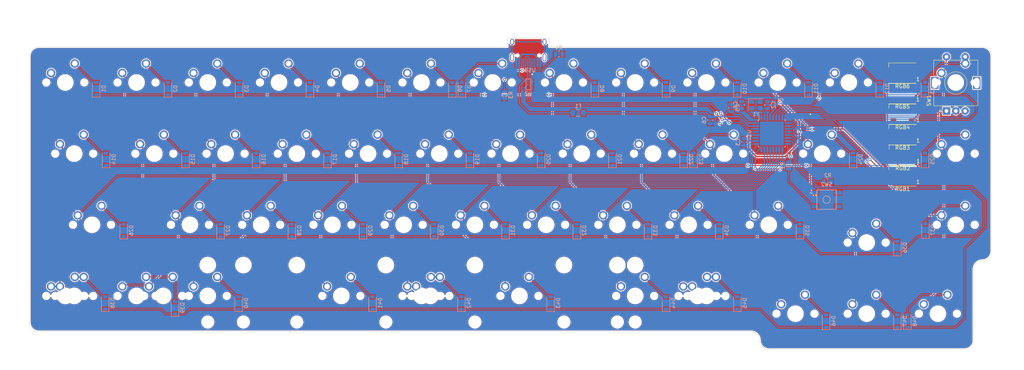
<source format=kicad_pcb>
(kicad_pcb (version 20171130) (host pcbnew "(5.1.4-0-10_14)")
  (layers (0 F.Cu signal) (31 B.Cu signal) (34 B.Paste user) (35 F.Paste user) (36 B.SilkS user) (37 F.SilkS user) (38 B.Mask user) (39 F.Mask user) (44 Edge.Cuts user))
  (net 0 "")
  (net 1 "Net-(D1-Pad2)")
  (net 2 ROW00)
  (net 3 "Net-(D2-Pad2)")
  (net 4 "Net-(D3-Pad2)")
  (net 5 "Net-(D4-Pad2)")
  (net 6 "Net-(D5-Pad2)")
  (net 7 "Net-(D6-Pad2)")
  (net 8 "Net-(D7-Pad2)")
  (net 9 "Net-(D8-Pad2)")
  (net 10 "Net-(D9-Pad2)")
  (net 11 "Net-(D10-Pad2)")
  (net 12 "Net-(D11-Pad2)")
  (net 13 "Net-(D12-Pad2)")
  (net 14 "Net-(D14-Pad2)")
  (net 15 "Net-(D15-Pad2)")
  (net 16 ROW01)
  (net 17 "Net-(D16-Pad2)")
  (net 18 "Net-(D17-Pad2)")
  (net 19 "Net-(D18-Pad2)")
  (net 20 "Net-(D19-Pad2)")
  (net 21 "Net-(D20-Pad2)")
  (net 22 "Net-(D21-Pad2)")
  (net 23 "Net-(D22-Pad2)")
  (net 24 "Net-(D23-Pad2)")
  (net 25 "Net-(D24-Pad2)")
  (net 26 "Net-(D25-Pad2)")
  (net 27 "Net-(D26-Pad2)")
  (net 28 "Net-(D27-Pad2)")
  (net 29 "Net-(D28-Pad2)")
  (net 30 ROW02)
  (net 31 "Net-(D29-Pad2)")
  (net 32 "Net-(D30-Pad2)")
  (net 33 "Net-(D31-Pad2)")
  (net 34 "Net-(D32-Pad2)")
  (net 35 "Net-(D33-Pad2)")
  (net 36 "Net-(D34-Pad2)")
  (net 37 "Net-(D35-Pad2)")
  (net 38 "Net-(D36-Pad2)")
  (net 39 "Net-(D37-Pad2)")
  (net 40 "Net-(D38-Pad2)")
  (net 41 "Net-(D39-Pad2)")
  (net 42 "Net-(D40-Pad2)")
  (net 43 "Net-(D41-Pad2)")
  (net 44 ROW03)
  (net 45 "Net-(D42-Pad2)")
  (net 46 "Net-(D43-Pad2)")
  (net 47 "Net-(D44-Pad2)")
  (net 48 "Net-(D45-Pad2)")
  (net 49 "Net-(D46-Pad2)")
  (net 50 "Net-(D48-Pad2)")
  (net 51 COL00)
  (net 52 COL01)
  (net 53 COL02)
  (net 54 COL03)
  (net 55 COL04)
  (net 56 COL05)
  (net 57 COL06)
  (net 58 COL07)
  (net 59 COL08)
  (net 60 COL09)
  (net 61 COL10)
  (net 62 COL11)
  (net 63 COL12)
  (net 64 "Net-(D47-Pad2)")
  (net 65 "Net-(RGB1-Pad2)")
  (net 66 RGB_PWM)
  (net 67 "Net-(RGB1-Pad3)")
  (net 68 "Net-(RGB2-Pad2)")
  (net 69 "Net-(RGB3-Pad2)")
  (net 70 "Net-(RGB4-Pad2)")
  (net 71 "Net-(RGB5-Pad2)")
  (net 72 "Net-(RGB6-Pad2)")
  (net 73 GND)
  (net 74 "Net-(C1-Pad1)")
  (net 75 "Net-(C2-Pad1)")
  (net 76 "Net-(C3-Pad1)")
  (net 77 +5V)
  (net 78 "Net-(R1-Pad2)")
  (net 79 "Net-(R2-Pad2)")
  (net 80 EncA)
  (net 81 EncB)
  (net 82 EncS1)
  (net 83 D-)
  (net 84 D+)
  (net 85 VCC)
  (net 86 "Net-(R3-Pad2)")
  (net 87 "Net-(R4-Pad2)")
  (net 88 "Net-(USB1-Pad3)")
  (net 89 "Net-(USB1-Pad9)")
  (net 90 "Net-(USB1-Pad13)")
  (module MX_Only:MXOnly-1.75U-NoLED (layer F.Cu) (at 75.40625 -231.775)
    (fp_text reference MX24)
    (fp_text value SW_Push)
    (pad 2 thru_hole circle (at 2.54 -5.08) (size 2.25 2.25) (drill 1.47) (layers *.Cu B.Mask) (net 25 "Net-(D24-Pad2)"))
    (pad "" np_thru_hole circle (at 0 0) (size 3.9878 3.9878) (drill 3.9878) (layers *.Cu *.Mask))
    (pad 1 thru_hole circle (at -3.81 -2.54) (size 2.25 2.25) (drill 1.47) (layers *.Cu B.Mask) (net 61 COL10))
    (pad "" np_thru_hole circle (at -5.08 0 48.0996) (size 1.75 1.75) (drill 1.75) (layers *.Cu *.Mask))
    (pad "" np_thru_hole circle (at 5.08 0 48.0996) (size 1.75 1.75) (drill 1.75) (layers *.Cu *.Mask))
  )
  (module Resistor_SMD:R_0805_2012Metric (layer B.Cu) (at 76.8835 -224.282 180)
    (fp_text reference R2 (at 0 1.65) (layer B.SilkS) (effects (justify mirror)))
    (fp_text value 10k)
    (pad 2 smd roundrect (at 0.9375 0 180) (size 0.975 1.4) (layers B.Cu B.Paste B.Mask) (net 79 "Net-(R2-Pad2)"))
    (pad 1 smd roundrect (at -0.9375 0 180) (size 0.975 1.4) (layers B.Cu B.Paste B.Mask) (net 73 GND))
  )
  (module Type-C:HRO-TYPE-C-31-M-12-HandSoldering (layer B.Cu) (at -3.175 -264.31875)
    (fp_text reference USB1 (at 0 10.2) (layer B.SilkS) (effects (justify mirror)))
    (fp_text value HRO-TYPE-C-31-M-12)
    (pad 12 smd rect (at 3.225 8.195) (size 0.6 2.45) (layers B.Cu B.Paste B.Mask) (net 73 GND))
    (pad 1 smd rect (at -3.225 8.195) (size 0.6 2.45) (layers B.Cu B.Paste B.Mask) (net 73 GND))
    (pad 11 smd rect (at 2.45 8.195) (size 0.6 2.45) (layers B.Cu B.Paste B.Mask) (net 85 VCC))
    (pad 2 smd rect (at -2.45 8.195) (size 0.6 2.45) (layers B.Cu B.Paste B.Mask) (net 85 VCC))
    (pad 3 smd rect (at -1.75 8.195) (size 0.3 2.45) (layers B.Cu B.Paste B.Mask) (net 88 "Net-(USB1-Pad3)"))
    (pad 10 smd rect (at 1.75 8.195) (size 0.3 2.45) (layers B.Cu B.Paste B.Mask) (net 87 "Net-(R4-Pad2)"))
    (pad 4 smd rect (at -1.25 8.195) (size 0.3 2.45) (layers B.Cu B.Paste B.Mask) (net 86 "Net-(R3-Pad2)"))
    (pad 9 smd rect (at 1.25 8.195) (size 0.3 2.45) (layers B.Cu B.Paste B.Mask) (net 89 "Net-(USB1-Pad9)"))
    (pad 5 smd rect (at -0.75 8.195) (size 0.3 2.45) (layers B.Cu B.Paste B.Mask) (net 83 D-))
    (pad 8 smd rect (at 0.75 8.195) (size 0.3 2.45) (layers B.Cu B.Paste B.Mask) (net 84 D+))
    (pad 7 smd rect (at 0.25 8.195) (size 0.3 2.45) (layers B.Cu B.Paste B.Mask) (net 83 D-))
    (pad 6 smd rect (at -0.25 8.195) (size 0.3 2.45) (layers B.Cu B.Paste B.Mask) (net 84 D+))
    (pad "" np_thru_hole circle (at 2.89 6.25) (size 0.65 0.65) (drill 0.65) (layers *.Cu *.Mask))
    (pad "" np_thru_hole circle (at -2.89 6.25) (size 0.65 0.65) (drill 0.65) (layers *.Cu *.Mask))
    (pad 13 thru_hole oval (at -4.32 6.78) (size 1 2.1) (drill oval 0.6 1.7) (layers *.Cu F.Mask) (net 90 "Net-(USB1-Pad13)"))
    (pad 13 thru_hole oval (at 4.32 6.78) (size 1 2.1) (drill oval 0.6 1.7) (layers *.Cu F.Mask) (net 90 "Net-(USB1-Pad13)"))
    (pad 13 thru_hole oval (at -4.32 2.6) (size 1 1.6) (drill oval 0.6 1.2) (layers *.Cu F.Mask) (net 90 "Net-(USB1-Pad13)"))
    (pad 13 thru_hole oval (at 4.32 2.6) (size 1 1.6) (drill oval 0.6 1.2) (layers *.Cu F.Mask) (net 90 "Net-(USB1-Pad13)"))
  )
  (module random-keyboard-parts:SOT143B (layer B.Cu) (at -3.159 -250.329 180)
    (fp_text reference U2 (at 0 -2.45) (layer B.SilkS) (effects (justify mirror)))
    (fp_text value PRTR5V0U2X)
    (pad 1 smd rect (at -1 0.75 270) (size 1 0.7) (layers B.Cu B.Paste B.Mask) (net 73 GND))
    (pad 4 smd rect (at 1 0.95 270) (size 0.6 0.7) (layers B.Cu B.Paste B.Mask) (net 85 VCC))
    (pad 2 smd rect (at -1 -0.95 270) (size 0.6 0.7) (layers B.Cu B.Paste B.Mask) (net 84 D+))
    (pad 3 smd rect (at 1 -0.95 270) (size 0.6 0.7) (layers B.Cu B.Paste B.Mask) (net 83 D-))
  )
  (module Resistor_SMD:R_0805_2012Metric (layer B.Cu) (at 5.0015 -258.445 180)
    (fp_text reference R4 (at 0 1.65) (layer B.SilkS) (effects (justify mirror)))
    (fp_text value 5.1k)
    (pad 2 smd roundrect (at 0.9375 0 180) (size 0.975 1.4) (layers B.Cu B.Paste B.Mask) (net 87 "Net-(R4-Pad2)"))
    (pad 1 smd roundrect (at -0.9375 0 180) (size 0.975 1.4) (layers B.Cu B.Paste B.Mask) (net 73 GND))
  )
  (module Resistor_SMD:R_0805_2012Metric (layer B.Cu) (at -9.525 -247.4745 90)
    (fp_text reference R3 (at 0 1.65 90) (layer B.SilkS) (effects (justify mirror)))
    (fp_text value 5.1k)
    (pad 2 smd roundrect (at 0.9375 0 90) (size 0.975 1.4) (layers B.Cu B.Paste B.Mask) (net 86 "Net-(R3-Pad2)"))
    (pad 1 smd roundrect (at -0.9375 0 90) (size 0.975 1.4) (layers B.Cu B.Paste B.Mask) (net 73 GND))
  )
  (module Fuse:Fuse_1206_3216Metric (layer B.Cu) (at 10.163 -242.697 180)
    (fp_text reference F1 (at 0 1.82) (layer B.SilkS) (effects (justify mirror)))
    (fp_text value Polyfuse_Small)
    (pad 2 smd roundrect (at 1.4 0 180) (size 1.25 1.75) (layers B.Cu B.Paste B.Mask) (roundrect_rratio 0.2) (net 85 VCC))
    (pad 1 smd roundrect (at -1.4 0 180) (size 1.25 1.75) (layers B.Cu B.Paste B.Mask) (roundrect_rratio 0.2) (net 77 +5V))
  )
  (module Crystal:Crystal_SMD_3225-4Pin_3.2x2.5mm (layer B.Cu) (at 57.690658 -244.806223)
    (fp_text reference Y1 (at 0 2.45) (layer B.SilkS) (effects (justify mirror)))
    (fp_text value Crystal_GND24_Small)
    (pad 4 smd rect (at -1.1 0.85) (size 1.4 1.2) (layers B.Cu B.Paste B.Mask) (net 73 GND))
    (pad 3 smd rect (at 1.1 0.85) (size 1.4 1.2) (layers B.Cu B.Paste B.Mask) (net 75 "Net-(C2-Pad1)"))
    (pad 2 smd rect (at 1.1 -0.85) (size 1.4 1.2) (layers B.Cu B.Paste B.Mask) (net 73 GND))
    (pad 1 smd rect (at -1.1 -0.85) (size 1.4 1.2) (layers B.Cu B.Paste B.Mask) (net 74 "Net-(C1-Pad1)"))
  )
  (module random-keyboard-parts:SKQGADE010 (layer B.Cu) (at 76.581 -219.456)
    (fp_text reference SW2 (at 0 -4.064) (layer B.SilkS) (effects (justify mirror)))
    (fp_text value SW_Push)
    (pad 4 smd rect (at -3.1 -1.85) (size 1.8 1.1) (layers B.Cu B.Paste B.Mask))
    (pad 3 smd rect (at 3.1 1.85) (size 1.8 1.1) (layers B.Cu B.Paste B.Mask))
    (pad 2 smd rect (at -3.1 1.85) (size 1.8 1.1) (layers B.Cu B.Paste B.Mask) (net 78 "Net-(R1-Pad2)"))
    (pad 1 smd rect (at 3.1 -1.85) (size 1.8 1.1) (layers B.Cu B.Paste B.Mask) (net 73 GND))
  )
  (module Rotary_Encoder:RotaryEncoder_Alps_EC11E-Switch_Vertical_H20mm (layer F.Cu) (at 108.6384 -243.198 90)
    (fp_text reference SW1 (at 2.8 -4.7 90) (layer F.SilkS))
    (fp_text value Rotary_Encoder_Switch)
    (pad A thru_hole rect (at 0 0 90) (size 2 2) (drill 1) (layers *.Cu *.Mask) (net 80 EncA))
    (pad C thru_hole circle (at 0 2.5 90) (size 2 2) (drill 1) (layers *.Cu *.Mask) (net 73 GND))
    (pad B thru_hole circle (at 0 5 90) (size 2 2) (drill 1) (layers *.Cu *.Mask) (net 81 EncB))
    (pad MP thru_hole rect (at 7.5 -3.1 90) (size 3.2 2) (drill oval 2.8 1.5) (layers *.Cu *.Mask))
    (pad MP thru_hole rect (at 7.5 8.1 90) (size 3.2 2) (drill oval 2.8 1.5) (layers *.Cu *.Mask))
    (pad S2 thru_hole circle (at 14.5 0 90) (size 2 2) (drill 1) (layers *.Cu *.Mask) (net 63 COL12))
    (pad S1 thru_hole circle (at 14.5 5 90) (size 2 2) (drill 1) (layers *.Cu *.Mask) (net 82 EncS1))
  )
  (module Resistor_SMD:R_0805_2012Metric (layer B.Cu) (at 66.4845 -228.5515 270)
    (fp_text reference R1 (at 0 1.65 90) (layer B.SilkS) (effects (justify mirror)))
    (fp_text value 10k)
    (pad 2 smd roundrect (at 0.9375 0 270) (size 0.975 1.4) (layers B.Cu B.Paste B.Mask) (net 78 "Net-(R1-Pad2)"))
    (pad 1 smd roundrect (at -0.9375 0 270) (size 0.975 1.4) (layers B.Cu B.Paste B.Mask) (net 77 +5V))
  )
  (module Capacitor_SMD:C_0805_2012Metric (layer B.Cu) (at 45.466 -240.7435 270)
    (fp_text reference C6 (at 0 1.65 90) (layer B.SilkS) (effects (justify mirror)))
    (fp_text value 10uF)
    (pad 2 smd roundrect (at 0.9375 0 270) (size 0.975 1.4) (layers B.Cu B.Paste B.Mask) (net 73 GND))
    (pad 1 smd roundrect (at -0.9375 0 270) (size 0.975 1.4) (layers B.Cu B.Paste B.Mask) (net 77 +5V))
  )
  (module Capacitor_SMD:C_0805_2012Metric (layer B.Cu) (at 51.1048 -244.0155 90)
    (fp_text reference C5 (at 0 1.65 90) (layer B.SilkS) (effects (justify mirror)))
    (fp_text value 0.1uF)
    (pad 2 smd roundrect (at 0.9375 0 90) (size 0.975 1.4) (layers B.Cu B.Paste B.Mask) (net 73 GND))
    (pad 1 smd roundrect (at -0.9375 0 90) (size 0.975 1.4) (layers B.Cu B.Paste B.Mask) (net 77 +5V))
  )
  (module Capacitor_SMD:C_0805_2012Metric (layer B.Cu) (at 62.865 -245.73 90)
    (fp_text reference C4 (at 0 1.65 90) (layer B.SilkS) (effects (justify mirror)))
    (fp_text value 0.1uF)
    (pad 2 smd roundrect (at 0.9375 0 90) (size 0.975 1.4) (layers B.Cu B.Paste B.Mask) (net 73 GND))
    (pad 1 smd roundrect (at -0.9375 0 90) (size 0.975 1.4) (layers B.Cu B.Paste B.Mask) (net 77 +5V))
  )
  (module Capacitor_SMD:C_0805_2012Metric (layer B.Cu) (at 54.5592 -234.8761 270)
    (fp_text reference C3 (at 0 1.65 90) (layer B.SilkS) (effects (justify mirror)))
    (fp_text value 1uF)
    (pad 2 smd roundrect (at 0.9375 0 270) (size 0.975 1.4) (layers B.Cu B.Paste B.Mask) (net 73 GND))
    (pad 1 smd roundrect (at -0.9375 0 270) (size 0.975 1.4) (layers B.Cu B.Paste B.Mask) (net 76 "Net-(C3-Pad1)"))
  )
  (module Capacitor_SMD:C_0805_2012Metric (layer B.Cu) (at 60.7568 -244.8075 90)
    (fp_text reference C2 (at 0 1.65 270) (layer B.SilkS) (effects (justify mirror)))
    (fp_text value 22pF)
    (pad 2 smd roundrect (at 0.9375 0 90) (size 0.975 1.4) (layers B.Cu B.Paste B.Mask) (net 73 GND))
    (pad 1 smd roundrect (at -0.9375 0 90) (size 0.975 1.4) (layers B.Cu B.Paste B.Mask) (net 75 "Net-(C2-Pad1)"))
  )
  (module Capacitor_SMD:C_0805_2012Metric (layer B.Cu) (at 53.848 -244.8075 270)
    (fp_text reference C1 (at 0 1.65 90) (layer B.SilkS) (effects (justify mirror)))
    (fp_text value 22pF)
    (pad 2 smd roundrect (at 0.9375 0 270) (size 0.975 1.4) (layers B.Cu B.Paste B.Mask) (net 73 GND))
    (pad 1 smd roundrect (at -0.9375 0 270) (size 0.975 1.4) (layers B.Cu B.Paste B.Mask) (net 74 "Net-(C1-Pad1)"))
  )
  (module LED_SMD:LED_WS2812B_PLCC4_5.0x5.0mm_P3.2mm (layer F.Cu) (at 96.864 -253.314 180)
    (fp_text reference RGB6 (at 0 -3.5) (layer F.SilkS))
    (fp_text value WS2812B)
    (fp_text user 1 (at -4.15 -1.6) (layer F.SilkS))
    (pad 1 smd rect (at -2.45 -1.6 180) (size 1.5 1) (layers F.Cu F.Paste F.Mask) (net 77 +5V))
    (pad 2 smd rect (at -2.45 1.6 180) (size 1.5 1) (layers F.Cu F.Paste F.Mask) (net 72 "Net-(RGB6-Pad2)"))
    (pad 4 smd rect (at 2.45 -1.6 180) (size 1.5 1) (layers F.Cu F.Paste F.Mask) (net 71 "Net-(RGB5-Pad2)"))
    (pad 3 smd rect (at 2.45 1.6 180) (size 1.5 1) (layers F.Cu F.Paste F.Mask) (net 67 "Net-(RGB1-Pad3)"))
  )
  (module LED_SMD:LED_WS2812B_PLCC4_5.0x5.0mm_P3.2mm (layer F.Cu) (at 96.864 -247.853 180)
    (fp_text reference RGB5 (at 0 -3.5) (layer F.SilkS))
    (fp_text value WS2812B)
    (fp_text user 1 (at -4.15 -1.6) (layer F.SilkS))
    (pad 1 smd rect (at -2.45 -1.6 180) (size 1.5 1) (layers F.Cu F.Paste F.Mask) (net 77 +5V))
    (pad 2 smd rect (at -2.45 1.6 180) (size 1.5 1) (layers F.Cu F.Paste F.Mask) (net 71 "Net-(RGB5-Pad2)"))
    (pad 4 smd rect (at 2.45 -1.6 180) (size 1.5 1) (layers F.Cu F.Paste F.Mask) (net 70 "Net-(RGB4-Pad2)"))
    (pad 3 smd rect (at 2.45 1.6 180) (size 1.5 1) (layers F.Cu F.Paste F.Mask) (net 67 "Net-(RGB1-Pad3)"))
  )
  (module Package_QFP:TQFP-32_7x7mm_P0.8mm (layer B.Cu) (at 61.934505 -237.178497 270)
    (fp_text reference U1 (at 0 6.05 90) (layer B.SilkS) (effects (justify mirror)))
    (fp_text value ATmega32U2-AU)
    (pad 32 smd rect (at -2.8 4.25 180) (size 1.6 0.55) (layers B.Cu B.Paste B.Mask) (net 77 +5V))
    (pad 31 smd rect (at -2 4.25 180) (size 1.6 0.55) (layers B.Cu B.Paste B.Mask) (net 77 +5V))
    (pad 30 smd rect (at -1.2 4.25 180) (size 1.6 0.55) (layers B.Cu B.Paste B.Mask) (net 83 D-))
    (pad 29 smd rect (at -0.4 4.25 180) (size 1.6 0.55) (layers B.Cu B.Paste B.Mask) (net 84 D+))
    (pad 28 smd rect (at 0.4 4.25 180) (size 1.6 0.55) (layers B.Cu B.Paste B.Mask) (net 73 GND))
    (pad 27 smd rect (at 1.2 4.25 180) (size 1.6 0.55) (layers B.Cu B.Paste B.Mask) (net 76 "Net-(C3-Pad1)"))
    (pad 26 smd rect (at 2 4.25 180) (size 1.6 0.55) (layers B.Cu B.Paste B.Mask) (net 51 COL00))
    (pad 25 smd rect (at 2.8 4.25 180) (size 1.6 0.55) (layers B.Cu B.Paste B.Mask) (net 52 COL01))
    (pad 24 smd rect (at 4.25 2.8 270) (size 1.6 0.55) (layers B.Cu B.Paste B.Mask) (net 78 "Net-(R1-Pad2)"))
    (pad 23 smd rect (at 4.25 2 270) (size 1.6 0.55) (layers B.Cu B.Paste B.Mask) (net 53 COL02))
    (pad 22 smd rect (at 4.25 1.2 270) (size 1.6 0.55) (layers B.Cu B.Paste B.Mask) (net 54 COL03))
    (pad 21 smd rect (at 4.25 0.4 270) (size 1.6 0.55) (layers B.Cu B.Paste B.Mask) (net 55 COL04))
    (pad 20 smd rect (at 4.25 -0.4 270) (size 1.6 0.55) (layers B.Cu B.Paste B.Mask) (net 56 COL05))
    (pad 19 smd rect (at 4.25 -1.2 270) (size 1.6 0.55) (layers B.Cu B.Paste B.Mask) (net 57 COL06))
    (pad 18 smd rect (at 4.25 -2 270) (size 1.6 0.55) (layers B.Cu B.Paste B.Mask) (net 58 COL07))
    (pad 17 smd rect (at 4.25 -2.8 270) (size 1.6 0.55) (layers B.Cu B.Paste B.Mask) (net 59 COL08))
    (pad 16 smd rect (at 2.8 -4.25 180) (size 1.6 0.55) (layers B.Cu B.Paste B.Mask) (net 60 COL09))
    (pad 15 smd rect (at 2 -4.25 180) (size 1.6 0.55) (layers B.Cu B.Paste B.Mask) (net 30 ROW02))
    (pad 14 smd rect (at 1.2 -4.25 180) (size 1.6 0.55) (layers B.Cu B.Paste B.Mask) (net 44 ROW03))
    (pad 13 smd rect (at 0.4 -4.25 180) (size 1.6 0.55) (layers B.Cu B.Paste B.Mask) (net 79 "Net-(R2-Pad2)"))
    (pad 12 smd rect (at -0.4 -4.25 180) (size 1.6 0.55) (layers B.Cu B.Paste B.Mask) (net 61 COL10))
    (pad 11 smd rect (at -1.2 -4.25 180) (size 1.6 0.55) (layers B.Cu B.Paste B.Mask) (net 63 COL12))
    (pad 10 smd rect (at -2 -4.25 180) (size 1.6 0.55) (layers B.Cu B.Paste B.Mask) (net 66 RGB_PWM))
    (pad 9 smd rect (at -2.8 -4.25 180) (size 1.6 0.55) (layers B.Cu B.Paste B.Mask) (net 16 ROW01))
    (pad 8 smd rect (at -4.25 -2.8 270) (size 1.6 0.55) (layers B.Cu B.Paste B.Mask) (net 2 ROW00))
    (pad 7 smd rect (at -4.25 -2 270) (size 1.6 0.55) (layers B.Cu B.Paste B.Mask) (net 81 EncB))
    (pad 6 smd rect (at -4.25 -1.2 270) (size 1.6 0.55) (layers B.Cu B.Paste B.Mask) (net 80 EncA))
    (pad 5 smd rect (at -4.25 -0.4 270) (size 1.6 0.55) (layers B.Cu B.Paste B.Mask) (net 62 COL11))
    (pad 4 smd rect (at -4.25 0.4 270) (size 1.6 0.55) (layers B.Cu B.Paste B.Mask) (net 77 +5V))
    (pad 3 smd rect (at -4.25 1.2 270) (size 1.6 0.55) (layers B.Cu B.Paste B.Mask) (net 73 GND))
    (pad 2 smd rect (at -4.25 2 270) (size 1.6 0.55) (layers B.Cu B.Paste B.Mask) (net 75 "Net-(C2-Pad1)"))
    (pad 1 smd rect (at -4.25 2.8 270) (size 1.6 0.55) (layers B.Cu B.Paste B.Mask) (net 74 "Net-(C1-Pad1)"))
  )
  (module LED_SMD:LED_WS2812B_PLCC4_5.0x5.0mm_P3.2mm (layer F.Cu) (at 96.901 -242.316 180)
    (fp_text reference RGB4 (at 0 -3.5) (layer F.SilkS))
    (fp_text value WS2812B)
    (fp_text user 1 (at -4.15 -1.6) (layer F.SilkS))
    (pad 1 smd rect (at -2.45 -1.6 180) (size 1.5 1) (layers F.Cu F.Paste F.Mask) (net 77 +5V))
    (pad 2 smd rect (at -2.45 1.6 180) (size 1.5 1) (layers F.Cu F.Paste F.Mask) (net 70 "Net-(RGB4-Pad2)"))
    (pad 4 smd rect (at 2.45 -1.6 180) (size 1.5 1) (layers F.Cu F.Paste F.Mask) (net 69 "Net-(RGB3-Pad2)"))
    (pad 3 smd rect (at 2.45 1.6 180) (size 1.5 1) (layers F.Cu F.Paste F.Mask) (net 67 "Net-(RGB1-Pad3)"))
  )
  (module LED_SMD:LED_WS2812B_PLCC4_5.0x5.0mm_P3.2mm (layer F.Cu) (at 96.901 -236.855 180)
    (fp_text reference RGB3 (at 0 -3.5) (layer F.SilkS))
    (fp_text value WS2812B)
    (fp_text user 1 (at -4.15 -1.6) (layer F.SilkS))
    (pad 1 smd rect (at -2.45 -1.6 180) (size 1.5 1) (layers F.Cu F.Paste F.Mask) (net 77 +5V))
    (pad 2 smd rect (at -2.45 1.6 180) (size 1.5 1) (layers F.Cu F.Paste F.Mask) (net 69 "Net-(RGB3-Pad2)"))
    (pad 4 smd rect (at 2.45 -1.6 180) (size 1.5 1) (layers F.Cu F.Paste F.Mask) (net 68 "Net-(RGB2-Pad2)"))
    (pad 3 smd rect (at 2.45 1.6 180) (size 1.5 1) (layers F.Cu F.Paste F.Mask) (net 67 "Net-(RGB1-Pad3)"))
  )
  (module LED_SMD:LED_WS2812B_PLCC4_5.0x5.0mm_P3.2mm (layer F.Cu) (at 96.938 -231.343 180)
    (fp_text reference RGB2 (at 0 -3.5) (layer F.SilkS))
    (fp_text value WS2812B)
    (fp_text user 1 (at -4.15 -1.6) (layer F.SilkS))
    (pad 1 smd rect (at -2.45 -1.6 180) (size 1.5 1) (layers F.Cu F.Paste F.Mask) (net 77 +5V))
    (pad 2 smd rect (at -2.45 1.6 180) (size 1.5 1) (layers F.Cu F.Paste F.Mask) (net 68 "Net-(RGB2-Pad2)"))
    (pad 4 smd rect (at 2.45 -1.6 180) (size 1.5 1) (layers F.Cu F.Paste F.Mask) (net 65 "Net-(RGB1-Pad2)"))
    (pad 3 smd rect (at 2.45 1.6 180) (size 1.5 1) (layers F.Cu F.Paste F.Mask) (net 67 "Net-(RGB1-Pad3)"))
  )
  (module LED_SMD:LED_WS2812B_PLCC4_5.0x5.0mm_P3.2mm (layer F.Cu) (at 96.901 -225.806 180)
    (fp_text reference RGB1 (at 0 -3.5) (layer F.SilkS))
    (fp_text value WS2812B)
    (fp_text user 1 (at -4.15 -1.6) (layer F.SilkS))
    (pad 1 smd rect (at -2.45 -1.6 180) (size 1.5 1) (layers F.Cu F.Paste F.Mask) (net 77 +5V))
    (pad 2 smd rect (at -2.45 1.6 180) (size 1.5 1) (layers F.Cu F.Paste F.Mask) (net 65 "Net-(RGB1-Pad2)"))
    (pad 4 smd rect (at 2.45 -1.6 180) (size 1.5 1) (layers F.Cu F.Paste F.Mask) (net 66 RGB_PWM))
    (pad 3 smd rect (at 2.45 1.6 180) (size 1.5 1) (layers F.Cu F.Paste F.Mask) (net 67 "Net-(RGB1-Pad3)"))
  )
  (module MX_Only:MXOnly-1U-NoLED (layer F.Cu) (at 68.2625 -188.9125)
    (fp_text reference MX46)
    (fp_text value SW_Push)
    (pad 2 thru_hole circle (at 2.54 -5.08) (size 2.25 2.25) (drill 1.47) (layers *.Cu B.Mask) (net 49 "Net-(D46-Pad2)"))
    (pad "" np_thru_hole circle (at 0 0) (size 3.9878 3.9878) (drill 3.9878) (layers *.Cu *.Mask))
    (pad 1 thru_hole circle (at -3.81 -2.54) (size 2.25 2.25) (drill 1.47) (layers *.Cu B.Mask) (net 60 COL09))
    (pad "" np_thru_hole circle (at -5.08 0 48.0996) (size 1.75 1.75) (drill 1.75) (layers *.Cu *.Mask))
    (pad "" np_thru_hole circle (at 5.08 0 48.0996) (size 1.75 1.75) (drill 1.75) (layers *.Cu *.Mask))
  )
  (module Diode_SMD:D_SOD-123 (layer B.Cu) (at 76.454 -186.944 90)
    (fp_text reference D46 (at 0 2 90) (layer B.SilkS) (effects (justify mirror)))
    (fp_text value 1N4148)
    (pad 2 smd rect (at 1.65 0 90) (size 0.9 1.2) (layers B.Cu B.Paste B.Mask) (net 49 "Net-(D46-Pad2)"))
    (pad 1 smd rect (at -1.65 0 90) (size 0.9 1.2) (layers B.Cu B.Paste B.Mask) (net 44 ROW03))
  )
  (module MX_Only:MXOnly-1.25U-NoLED (layer F.Cu) (at 42.06875 -193.675)
    (fp_text reference MX52)
    (fp_text value SW_Push)
    (pad 2 thru_hole circle (at 2.54 -5.08) (size 2.25 2.25) (drill 1.47) (layers *.Cu B.Mask) (net 48 "Net-(D45-Pad2)"))
    (pad "" np_thru_hole circle (at 0 0) (size 3.9878 3.9878) (drill 3.9878) (layers *.Cu *.Mask))
    (pad 1 thru_hole circle (at -3.81 -2.54) (size 2.25 2.25) (drill 1.47) (layers *.Cu B.Mask) (net 59 COL08))
    (pad "" np_thru_hole circle (at -5.08 0 48.0996) (size 1.75 1.75) (drill 1.75) (layers *.Cu *.Mask))
    (pad "" np_thru_hole circle (at 5.08 0 48.0996) (size 1.75 1.75) (drill 1.75) (layers *.Cu *.Mask))
  )
  (module MX_Only:MXOnly-6.25U-ReversedStabilizers-NoLED (layer F.Cu) (at -29.36875 -193.675)
    (fp_text reference MX51)
    (fp_text value SW_Push)
    (pad 2 thru_hole circle (at 2.54 -5.08) (size 2.25 2.25) (drill 1.47) (layers *.Cu B.Mask) (net 45 "Net-(D42-Pad2)"))
    (pad "" np_thru_hole circle (at 0 0) (size 3.9878 3.9878) (drill 3.9878) (layers *.Cu *.Mask))
    (pad 1 thru_hole circle (at -3.81 -2.54) (size 2.25 2.25) (drill 1.47) (layers *.Cu B.Mask) (net 55 COL04))
    (pad "" np_thru_hole circle (at -5.08 0 48.0996) (size 1.75 1.75) (drill 1.75) (layers *.Cu *.Mask))
    (pad "" np_thru_hole circle (at 5.08 0 48.0996) (size 1.75 1.75) (drill 1.75) (layers *.Cu *.Mask))
    (pad "" np_thru_hole circle (at -49.9999 6.985) (size 3.048 3.048) (drill 3.048) (layers *.Cu *.Mask))
    (pad "" np_thru_hole circle (at 49.9999 6.985) (size 3.048 3.048) (drill 3.048) (layers *.Cu *.Mask))
    (pad "" np_thru_hole circle (at -49.9999 -8.255) (size 3.9878 3.9878) (drill 3.9878) (layers *.Cu *.Mask))
    (pad "" np_thru_hole circle (at 49.9999 -8.255) (size 3.9878 3.9878) (drill 3.9878) (layers *.Cu *.Mask))
  )
  (module MX_Only:MXOnly-1.25U-NoLED (layer F.Cu) (at -100.80625 -193.675)
    (fp_text reference MX50)
    (fp_text value SW_Push)
    (pad 2 thru_hole circle (at 2.54 -5.08) (size 2.25 2.25) (drill 1.47) (layers *.Cu B.Mask) (net 41 "Net-(D39-Pad2)"))
    (pad "" np_thru_hole circle (at 0 0) (size 3.9878 3.9878) (drill 3.9878) (layers *.Cu *.Mask))
    (pad 1 thru_hole circle (at -3.81 -2.54) (size 2.25 2.25) (drill 1.47) (layers *.Cu B.Mask) (net 52 COL01))
    (pad "" np_thru_hole circle (at -5.08 0 48.0996) (size 1.75 1.75) (drill 1.75) (layers *.Cu *.Mask))
    (pad "" np_thru_hole circle (at 5.08 0 48.0996) (size 1.75 1.75) (drill 1.75) (layers *.Cu *.Mask))
  )
  (module MX_Only:MXOnly-1.25U-NoLED (layer F.Cu) (at -124.61875 -193.675)
    (fp_text reference MX49)
    (fp_text value SW_Push)
    (pad 2 thru_hole circle (at 2.54 -5.08) (size 2.25 2.25) (drill 1.47) (layers *.Cu B.Mask) (net 40 "Net-(D38-Pad2)"))
    (pad "" np_thru_hole circle (at 0 0) (size 3.9878 3.9878) (drill 3.9878) (layers *.Cu *.Mask))
    (pad 1 thru_hole circle (at -3.81 -2.54) (size 2.25 2.25) (drill 1.47) (layers *.Cu B.Mask) (net 51 COL00))
    (pad "" np_thru_hole circle (at -5.08 0 48.0996) (size 1.75 1.75) (drill 1.75) (layers *.Cu *.Mask))
    (pad "" np_thru_hole circle (at 5.08 0 48.0996) (size 1.75 1.75) (drill 1.75) (layers *.Cu *.Mask))
  )
  (module MX_Only:MXOnly-1U-NoLED (layer F.Cu) (at 106.3625 -188.9125)
    (fp_text reference MX48)
    (fp_text value SW_Push)
    (pad 2 thru_hole circle (at 2.54 -5.08) (size 2.25 2.25) (drill 1.47) (layers *.Cu B.Mask) (net 50 "Net-(D48-Pad2)"))
    (pad "" np_thru_hole circle (at 0 0) (size 3.9878 3.9878) (drill 3.9878) (layers *.Cu *.Mask))
    (pad 1 thru_hole circle (at -3.81 -2.54) (size 2.25 2.25) (drill 1.47) (layers *.Cu B.Mask) (net 63 COL12))
    (pad "" np_thru_hole circle (at -5.08 0 48.0996) (size 1.75 1.75) (drill 1.75) (layers *.Cu *.Mask))
    (pad "" np_thru_hole circle (at 5.08 0 48.0996) (size 1.75 1.75) (drill 1.75) (layers *.Cu *.Mask))
  )
  (module MX_Only:MXOnly-1U-NoLED (layer F.Cu) (at 87.3125 -188.9125)
    (fp_text reference MX47)
    (fp_text value SW_Push)
    (pad 2 thru_hole circle (at 2.54 -5.08) (size 2.25 2.25) (drill 1.47) (layers *.Cu B.Mask) (net 64 "Net-(D47-Pad2)"))
    (pad "" np_thru_hole circle (at 0 0) (size 3.9878 3.9878) (drill 3.9878) (layers *.Cu *.Mask))
    (pad 1 thru_hole circle (at -3.81 -2.54) (size 2.25 2.25) (drill 1.47) (layers *.Cu B.Mask) (net 61 COL10))
    (pad "" np_thru_hole circle (at -5.08 0 48.0996) (size 1.75 1.75) (drill 1.75) (layers *.Cu *.Mask))
    (pad "" np_thru_hole circle (at 5.08 0 48.0996) (size 1.75 1.75) (drill 1.75) (layers *.Cu *.Mask))
  )
  (module MX_Only:MXOnly-1U-NoLED (layer F.Cu) (at 44.45 -193.675)
    (fp_text reference MX45)
    (fp_text value SW_Push)
    (pad 2 thru_hole circle (at 2.54 -5.08) (size 2.25 2.25) (drill 1.47) (layers *.Cu B.Mask) (net 48 "Net-(D45-Pad2)"))
    (pad "" np_thru_hole circle (at 0 0) (size 3.9878 3.9878) (drill 3.9878) (layers *.Cu *.Mask))
    (pad 1 thru_hole circle (at -3.81 -2.54) (size 2.25 2.25) (drill 1.47) (layers *.Cu B.Mask) (net 59 COL08))
    (pad "" np_thru_hole circle (at -5.08 0 48.0996) (size 1.75 1.75) (drill 1.75) (layers *.Cu *.Mask))
    (pad "" np_thru_hole circle (at 5.08 0 48.0996) (size 1.75 1.75) (drill 1.75) (layers *.Cu *.Mask))
  )
  (module MX_Only:MXOnly-1U-NoLED (layer F.Cu) (at 25.4 -193.675)
    (fp_text reference MX44)
    (fp_text value SW_Push)
    (pad 2 thru_hole circle (at 2.54 -5.08) (size 2.25 2.25) (drill 1.47) (layers *.Cu B.Mask) (net 47 "Net-(D44-Pad2)"))
    (pad "" np_thru_hole circle (at 0 0) (size 3.9878 3.9878) (drill 3.9878) (layers *.Cu *.Mask))
    (pad 1 thru_hole circle (at -3.81 -2.54) (size 2.25 2.25) (drill 1.47) (layers *.Cu B.Mask) (net 58 COL07))
    (pad "" np_thru_hole circle (at -5.08 0 48.0996) (size 1.75 1.75) (drill 1.75) (layers *.Cu *.Mask))
    (pad "" np_thru_hole circle (at 5.08 0 48.0996) (size 1.75 1.75) (drill 1.75) (layers *.Cu *.Mask))
  )
  (module MX_Only:MXOnly-2.25U-ReversedStabilizers-NoLED (layer F.Cu) (at -5.55625 -193.675)
    (fp_text reference MX43)
    (fp_text value SW_Push)
    (pad 2 thru_hole circle (at 2.54 -5.08) (size 2.25 2.25) (drill 1.47) (layers *.Cu B.Mask) (net 46 "Net-(D43-Pad2)"))
    (pad "" np_thru_hole circle (at 0 0) (size 3.9878 3.9878) (drill 3.9878) (layers *.Cu *.Mask))
    (pad 1 thru_hole circle (at -3.81 -2.54) (size 2.25 2.25) (drill 1.47) (layers *.Cu B.Mask) (net 56 COL05))
    (pad "" np_thru_hole circle (at -5.08 0 48.0996) (size 1.75 1.75) (drill 1.75) (layers *.Cu *.Mask))
    (pad "" np_thru_hole circle (at 5.08 0 48.0996) (size 1.75 1.75) (drill 1.75) (layers *.Cu *.Mask))
    (pad "" np_thru_hole circle (at -11.90625 6.985) (size 3.048 3.048) (drill 3.048) (layers *.Cu *.Mask))
    (pad "" np_thru_hole circle (at 11.90625 6.985) (size 3.048 3.048) (drill 3.048) (layers *.Cu *.Mask))
    (pad "" np_thru_hole circle (at -11.90625 -8.255) (size 3.9878 3.9878) (drill 3.9878) (layers *.Cu *.Mask))
    (pad "" np_thru_hole circle (at 11.90625 -8.255) (size 3.9878 3.9878) (drill 3.9878) (layers *.Cu *.Mask))
  )
  (module MX_Only:MXOnly-7U-ReversedStabilizers-NoLED (layer F.Cu) (at -31.75 -193.675)
    (fp_text reference MX42)
    (fp_text value SW_Push)
    (pad 2 thru_hole circle (at 2.54 -5.08) (size 2.25 2.25) (drill 1.47) (layers *.Cu B.Mask) (net 45 "Net-(D42-Pad2)"))
    (pad "" np_thru_hole circle (at 0 0) (size 3.9878 3.9878) (drill 3.9878) (layers *.Cu *.Mask))
    (pad 1 thru_hole circle (at -3.81 -2.54) (size 2.25 2.25) (drill 1.47) (layers *.Cu B.Mask) (net 55 COL04))
    (pad "" np_thru_hole circle (at -5.08 0 48.0996) (size 1.75 1.75) (drill 1.75) (layers *.Cu *.Mask))
    (pad "" np_thru_hole circle (at 5.08 0 48.0996) (size 1.75 1.75) (drill 1.75) (layers *.Cu *.Mask))
    (pad "" np_thru_hole circle (at -57.15 6.985) (size 3.048 3.048) (drill 3.048) (layers *.Cu *.Mask))
    (pad "" np_thru_hole circle (at 57.15 6.985) (size 3.048 3.048) (drill 3.048) (layers *.Cu *.Mask))
    (pad "" np_thru_hole circle (at -57.15 -8.255) (size 3.9878 3.9878) (drill 3.9878) (layers *.Cu *.Mask))
    (pad "" np_thru_hole circle (at 57.15 -8.255) (size 3.9878 3.9878) (drill 3.9878) (layers *.Cu *.Mask))
  )
  (module MX_Only:MXOnly-2.75U-ReversedStabilizers-NoLED (layer F.Cu) (at -53.18125 -193.675)
    (fp_text reference MX41)
    (fp_text value SW_Push)
    (pad 2 thru_hole circle (at 2.54 -5.08) (size 2.25 2.25) (drill 1.47) (layers *.Cu B.Mask) (net 43 "Net-(D41-Pad2)"))
    (pad "" np_thru_hole circle (at 0 0) (size 3.9878 3.9878) (drill 3.9878) (layers *.Cu *.Mask))
    (pad 1 thru_hole circle (at -3.81 -2.54) (size 2.25 2.25) (drill 1.47) (layers *.Cu B.Mask) (net 54 COL03))
    (pad "" np_thru_hole circle (at -5.08 0 48.0996) (size 1.75 1.75) (drill 1.75) (layers *.Cu *.Mask))
    (pad "" np_thru_hole circle (at 5.08 0 48.0996) (size 1.75 1.75) (drill 1.75) (layers *.Cu *.Mask))
    (pad "" np_thru_hole circle (at -11.90625 6.985) (size 3.048 3.048) (drill 3.048) (layers *.Cu *.Mask))
    (pad "" np_thru_hole circle (at 11.90625 6.985) (size 3.048 3.048) (drill 3.048) (layers *.Cu *.Mask))
    (pad "" np_thru_hole circle (at -11.90625 -8.255) (size 3.9878 3.9878) (drill 3.9878) (layers *.Cu *.Mask))
    (pad "" np_thru_hole circle (at 11.90625 -8.255) (size 3.9878 3.9878) (drill 3.9878) (layers *.Cu *.Mask))
  )
  (module MX_Only:MXOnly-1U-NoLED (layer F.Cu) (at -88.9 -193.675)
    (fp_text reference MX40)
    (fp_text value SW_Push)
    (pad 2 thru_hole circle (at 2.54 -5.08) (size 2.25 2.25) (drill 1.47) (layers *.Cu B.Mask) (net 42 "Net-(D40-Pad2)"))
    (pad "" np_thru_hole circle (at 0 0) (size 3.9878 3.9878) (drill 3.9878) (layers *.Cu *.Mask))
    (pad 1 thru_hole circle (at -3.81 -2.54) (size 2.25 2.25) (drill 1.47) (layers *.Cu B.Mask) (net 53 COL02))
    (pad "" np_thru_hole circle (at -5.08 0 48.0996) (size 1.75 1.75) (drill 1.75) (layers *.Cu *.Mask))
    (pad "" np_thru_hole circle (at 5.08 0 48.0996) (size 1.75 1.75) (drill 1.75) (layers *.Cu *.Mask))
  )
  (module MX_Only:MXOnly-1U-NoLED (layer F.Cu) (at -107.95 -193.675)
    (fp_text reference MX39)
    (fp_text value SW_Push)
    (pad 2 thru_hole circle (at 2.54 -5.08) (size 2.25 2.25) (drill 1.47) (layers *.Cu B.Mask) (net 41 "Net-(D39-Pad2)"))
    (pad "" np_thru_hole circle (at 0 0) (size 3.9878 3.9878) (drill 3.9878) (layers *.Cu *.Mask))
    (pad 1 thru_hole circle (at -3.81 -2.54) (size 2.25 2.25) (drill 1.47) (layers *.Cu B.Mask) (net 52 COL01))
    (pad "" np_thru_hole circle (at -5.08 0 48.0996) (size 1.75 1.75) (drill 1.75) (layers *.Cu *.Mask))
    (pad "" np_thru_hole circle (at 5.08 0 48.0996) (size 1.75 1.75) (drill 1.75) (layers *.Cu *.Mask))
  )
  (module MX_Only:MXOnly-1U-NoLED (layer F.Cu) (at -127 -193.675)
    (fp_text reference MX38)
    (fp_text value SW_Push)
    (pad 2 thru_hole circle (at 2.54 -5.08) (size 2.25 2.25) (drill 1.47) (layers *.Cu B.Mask) (net 40 "Net-(D38-Pad2)"))
    (pad "" np_thru_hole circle (at 0 0) (size 3.9878 3.9878) (drill 3.9878) (layers *.Cu *.Mask))
    (pad 1 thru_hole circle (at -3.81 -2.54) (size 2.25 2.25) (drill 1.47) (layers *.Cu B.Mask) (net 51 COL00))
    (pad "" np_thru_hole circle (at -5.08 0 48.0996) (size 1.75 1.75) (drill 1.75) (layers *.Cu *.Mask))
    (pad "" np_thru_hole circle (at 5.08 0 48.0996) (size 1.75 1.75) (drill 1.75) (layers *.Cu *.Mask))
  )
  (module MX_Only:MXOnly-1U-NoLED (layer F.Cu) (at 111.125 -212.725)
    (fp_text reference MX37)
    (fp_text value SW_Push)
    (pad 2 thru_hole circle (at 2.54 -5.08) (size 2.25 2.25) (drill 1.47) (layers *.Cu B.Mask) (net 39 "Net-(D37-Pad2)"))
    (pad "" np_thru_hole circle (at 0 0) (size 3.9878 3.9878) (drill 3.9878) (layers *.Cu *.Mask))
    (pad 1 thru_hole circle (at -3.81 -2.54) (size 2.25 2.25) (drill 1.47) (layers *.Cu B.Mask) (net 63 COL12))
    (pad "" np_thru_hole circle (at -5.08 0 48.0996) (size 1.75 1.75) (drill 1.75) (layers *.Cu *.Mask))
    (pad "" np_thru_hole circle (at 5.08 0 48.0996) (size 1.75 1.75) (drill 1.75) (layers *.Cu *.Mask))
  )
  (module MX_Only:MXOnly-1U-NoLED (layer F.Cu) (at 87.3125 -207.9625)
    (fp_text reference MX36)
    (fp_text value SW_Push)
    (pad 2 thru_hole circle (at 2.54 -5.08) (size 2.25 2.25) (drill 1.47) (layers *.Cu B.Mask) (net 38 "Net-(D36-Pad2)"))
    (pad "" np_thru_hole circle (at 0 0) (size 3.9878 3.9878) (drill 3.9878) (layers *.Cu *.Mask))
    (pad 1 thru_hole circle (at -3.81 -2.54) (size 2.25 2.25) (drill 1.47) (layers *.Cu B.Mask) (net 61 COL10))
    (pad "" np_thru_hole circle (at -5.08 0 48.0996) (size 1.75 1.75) (drill 1.75) (layers *.Cu *.Mask))
    (pad "" np_thru_hole circle (at 5.08 0 48.0996) (size 1.75 1.75) (drill 1.75) (layers *.Cu *.Mask))
  )
  (module MX_Only:MXOnly-1.25U-NoLED (layer F.Cu) (at 61.11875 -212.725)
    (fp_text reference MX35)
    (fp_text value SW_Push)
    (pad 2 thru_hole circle (at 2.54 -5.08) (size 2.25 2.25) (drill 1.47) (layers *.Cu B.Mask) (net 37 "Net-(D35-Pad2)"))
    (pad "" np_thru_hole circle (at 0 0) (size 3.9878 3.9878) (drill 3.9878) (layers *.Cu *.Mask))
    (pad 1 thru_hole circle (at -3.81 -2.54) (size 2.25 2.25) (drill 1.47) (layers *.Cu B.Mask) (net 60 COL09))
    (pad "" np_thru_hole circle (at -5.08 0 48.0996) (size 1.75 1.75) (drill 1.75) (layers *.Cu *.Mask))
    (pad "" np_thru_hole circle (at 5.08 0 48.0996) (size 1.75 1.75) (drill 1.75) (layers *.Cu *.Mask))
  )
  (module MX_Only:MXOnly-1U-NoLED (layer F.Cu) (at 39.6875 -212.725)
    (fp_text reference MX34)
    (fp_text value SW_Push)
    (pad 2 thru_hole circle (at 2.54 -5.08) (size 2.25 2.25) (drill 1.47) (layers *.Cu B.Mask) (net 36 "Net-(D34-Pad2)"))
    (pad "" np_thru_hole circle (at 0 0) (size 3.9878 3.9878) (drill 3.9878) (layers *.Cu *.Mask))
    (pad 1 thru_hole circle (at -3.81 -2.54) (size 2.25 2.25) (drill 1.47) (layers *.Cu B.Mask) (net 59 COL08))
    (pad "" np_thru_hole circle (at -5.08 0 48.0996) (size 1.75 1.75) (drill 1.75) (layers *.Cu *.Mask))
    (pad "" np_thru_hole circle (at 5.08 0 48.0996) (size 1.75 1.75) (drill 1.75) (layers *.Cu *.Mask))
  )
  (module MX_Only:MXOnly-1U-NoLED (layer F.Cu) (at 20.6375 -212.725)
    (fp_text reference MX33)
    (fp_text value SW_Push)
    (pad 2 thru_hole circle (at 2.54 -5.08) (size 2.25 2.25) (drill 1.47) (layers *.Cu B.Mask) (net 35 "Net-(D33-Pad2)"))
    (pad "" np_thru_hole circle (at 0 0) (size 3.9878 3.9878) (drill 3.9878) (layers *.Cu *.Mask))
    (pad 1 thru_hole circle (at -3.81 -2.54) (size 2.25 2.25) (drill 1.47) (layers *.Cu B.Mask) (net 58 COL07))
    (pad "" np_thru_hole circle (at -5.08 0 48.0996) (size 1.75 1.75) (drill 1.75) (layers *.Cu *.Mask))
    (pad "" np_thru_hole circle (at 5.08 0 48.0996) (size 1.75 1.75) (drill 1.75) (layers *.Cu *.Mask))
  )
  (module MX_Only:MXOnly-1U-NoLED (layer F.Cu) (at 1.5875 -212.725)
    (fp_text reference MX32)
    (fp_text value SW_Push)
    (pad 2 thru_hole circle (at 2.54 -5.08) (size 2.25 2.25) (drill 1.47) (layers *.Cu B.Mask) (net 34 "Net-(D32-Pad2)"))
    (pad "" np_thru_hole circle (at 0 0) (size 3.9878 3.9878) (drill 3.9878) (layers *.Cu *.Mask))
    (pad 1 thru_hole circle (at -3.81 -2.54) (size 2.25 2.25) (drill 1.47) (layers *.Cu B.Mask) (net 57 COL06))
    (pad "" np_thru_hole circle (at -5.08 0 48.0996) (size 1.75 1.75) (drill 1.75) (layers *.Cu *.Mask))
    (pad "" np_thru_hole circle (at 5.08 0 48.0996) (size 1.75 1.75) (drill 1.75) (layers *.Cu *.Mask))
  )
  (module MX_Only:MXOnly-1U-NoLED (layer F.Cu) (at -17.4625 -212.725)
    (fp_text reference MX31)
    (fp_text value SW_Push)
    (pad 2 thru_hole circle (at 2.54 -5.08) (size 2.25 2.25) (drill 1.47) (layers *.Cu B.Mask) (net 33 "Net-(D31-Pad2)"))
    (pad "" np_thru_hole circle (at 0 0) (size 3.9878 3.9878) (drill 3.9878) (layers *.Cu *.Mask))
    (pad 1 thru_hole circle (at -3.81 -2.54) (size 2.25 2.25) (drill 1.47) (layers *.Cu B.Mask) (net 56 COL05))
    (pad "" np_thru_hole circle (at -5.08 0 48.0996) (size 1.75 1.75) (drill 1.75) (layers *.Cu *.Mask))
    (pad "" np_thru_hole circle (at 5.08 0 48.0996) (size 1.75 1.75) (drill 1.75) (layers *.Cu *.Mask))
  )
  (module MX_Only:MXOnly-1U-NoLED (layer F.Cu) (at -36.5125 -212.725)
    (fp_text reference MX30)
    (fp_text value SW_Push)
    (pad 2 thru_hole circle (at 2.54 -5.08) (size 2.25 2.25) (drill 1.47) (layers *.Cu B.Mask) (net 32 "Net-(D30-Pad2)"))
    (pad "" np_thru_hole circle (at 0 0) (size 3.9878 3.9878) (drill 3.9878) (layers *.Cu *.Mask))
    (pad 1 thru_hole circle (at -3.81 -2.54) (size 2.25 2.25) (drill 1.47) (layers *.Cu B.Mask) (net 55 COL04))
    (pad "" np_thru_hole circle (at -5.08 0 48.0996) (size 1.75 1.75) (drill 1.75) (layers *.Cu *.Mask))
    (pad "" np_thru_hole circle (at 5.08 0 48.0996) (size 1.75 1.75) (drill 1.75) (layers *.Cu *.Mask))
  )
  (module MX_Only:MXOnly-1U-NoLED (layer F.Cu) (at -55.5625 -212.725)
    (fp_text reference MX29)
    (fp_text value SW_Push)
    (pad 2 thru_hole circle (at 2.54 -5.08) (size 2.25 2.25) (drill 1.47) (layers *.Cu B.Mask) (net 31 "Net-(D29-Pad2)"))
    (pad "" np_thru_hole circle (at 0 0) (size 3.9878 3.9878) (drill 3.9878) (layers *.Cu *.Mask))
    (pad 1 thru_hole circle (at -3.81 -2.54) (size 2.25 2.25) (drill 1.47) (layers *.Cu B.Mask) (net 54 COL03))
    (pad "" np_thru_hole circle (at -5.08 0 48.0996) (size 1.75 1.75) (drill 1.75) (layers *.Cu *.Mask))
    (pad "" np_thru_hole circle (at 5.08 0 48.0996) (size 1.75 1.75) (drill 1.75) (layers *.Cu *.Mask))
  )
  (module MX_Only:MXOnly-1U-NoLED (layer F.Cu) (at -74.6125 -212.725)
    (fp_text reference MX28)
    (fp_text value SW_Push)
    (pad 2 thru_hole circle (at 2.54 -5.08) (size 2.25 2.25) (drill 1.47) (layers *.Cu B.Mask) (net 29 "Net-(D28-Pad2)"))
    (pad "" np_thru_hole circle (at 0 0) (size 3.9878 3.9878) (drill 3.9878) (layers *.Cu *.Mask))
    (pad 1 thru_hole circle (at -3.81 -2.54) (size 2.25 2.25) (drill 1.47) (layers *.Cu B.Mask) (net 53 COL02))
    (pad "" np_thru_hole circle (at -5.08 0 48.0996) (size 1.75 1.75) (drill 1.75) (layers *.Cu *.Mask))
    (pad "" np_thru_hole circle (at 5.08 0 48.0996) (size 1.75 1.75) (drill 1.75) (layers *.Cu *.Mask))
  )
  (module MX_Only:MXOnly-1U-NoLED (layer F.Cu) (at -93.6625 -212.725)
    (fp_text reference MX27)
    (fp_text value SW_Push)
    (pad 2 thru_hole circle (at 2.54 -5.08) (size 2.25 2.25) (drill 1.47) (layers *.Cu B.Mask) (net 28 "Net-(D27-Pad2)"))
    (pad "" np_thru_hole circle (at 0 0) (size 3.9878 3.9878) (drill 3.9878) (layers *.Cu *.Mask))
    (pad 1 thru_hole circle (at -3.81 -2.54) (size 2.25 2.25) (drill 1.47) (layers *.Cu B.Mask) (net 52 COL01))
    (pad "" np_thru_hole circle (at -5.08 0 48.0996) (size 1.75 1.75) (drill 1.75) (layers *.Cu *.Mask))
    (pad "" np_thru_hole circle (at 5.08 0 48.0996) (size 1.75 1.75) (drill 1.75) (layers *.Cu *.Mask))
  )
  (module MX_Only:MXOnly-1.75U-NoLED (layer F.Cu) (at -119.85625 -212.725)
    (fp_text reference MX26)
    (fp_text value SW_Push)
    (pad 2 thru_hole circle (at 2.54 -5.08) (size 2.25 2.25) (drill 1.47) (layers *.Cu B.Mask) (net 27 "Net-(D26-Pad2)"))
    (pad "" np_thru_hole circle (at 0 0) (size 3.9878 3.9878) (drill 3.9878) (layers *.Cu *.Mask))
    (pad 1 thru_hole circle (at -3.81 -2.54) (size 2.25 2.25) (drill 1.47) (layers *.Cu B.Mask) (net 51 COL00))
    (pad "" np_thru_hole circle (at -5.08 0 48.0996) (size 1.75 1.75) (drill 1.75) (layers *.Cu *.Mask))
    (pad "" np_thru_hole circle (at 5.08 0 48.0996) (size 1.75 1.75) (drill 1.75) (layers *.Cu *.Mask))
  )
  (module MX_Only:MXOnly-1U-NoLED (layer F.Cu) (at 111.125 -231.775)
    (fp_text reference MX25)
    (fp_text value SW_Push)
    (pad 2 thru_hole circle (at 2.54 -5.08) (size 2.25 2.25) (drill 1.47) (layers *.Cu B.Mask) (net 26 "Net-(D25-Pad2)"))
    (pad "" np_thru_hole circle (at 0 0) (size 3.9878 3.9878) (drill 3.9878) (layers *.Cu *.Mask))
    (pad 1 thru_hole circle (at -3.81 -2.54) (size 2.25 2.25) (drill 1.47) (layers *.Cu B.Mask) (net 63 COL12))
    (pad "" np_thru_hole circle (at -5.08 0 48.0996) (size 1.75 1.75) (drill 1.75) (layers *.Cu *.Mask))
    (pad "" np_thru_hole circle (at 5.08 0 48.0996) (size 1.75 1.75) (drill 1.75) (layers *.Cu *.Mask))
  )
  (module MX_Only:MXOnly-1U-NoLED (layer F.Cu) (at 49.2125 -231.775)
    (fp_text reference MX23)
    (fp_text value SW_Push)
    (pad 2 thru_hole circle (at 2.54 -5.08) (size 2.25 2.25) (drill 1.47) (layers *.Cu B.Mask) (net 24 "Net-(D23-Pad2)"))
    (pad "" np_thru_hole circle (at 0 0) (size 3.9878 3.9878) (drill 3.9878) (layers *.Cu *.Mask))
    (pad 1 thru_hole circle (at -3.81 -2.54) (size 2.25 2.25) (drill 1.47) (layers *.Cu B.Mask) (net 60 COL09))
    (pad "" np_thru_hole circle (at -5.08 0 48.0996) (size 1.75 1.75) (drill 1.75) (layers *.Cu *.Mask))
    (pad "" np_thru_hole circle (at 5.08 0 48.0996) (size 1.75 1.75) (drill 1.75) (layers *.Cu *.Mask))
  )
  (module MX_Only:MXOnly-1U-NoLED (layer F.Cu) (at 30.1625 -231.775)
    (fp_text reference MX22)
    (fp_text value SW_Push)
    (pad 2 thru_hole circle (at 2.54 -5.08) (size 2.25 2.25) (drill 1.47) (layers *.Cu B.Mask) (net 23 "Net-(D22-Pad2)"))
    (pad "" np_thru_hole circle (at 0 0) (size 3.9878 3.9878) (drill 3.9878) (layers *.Cu *.Mask))
    (pad 1 thru_hole circle (at -3.81 -2.54) (size 2.25 2.25) (drill 1.47) (layers *.Cu B.Mask) (net 59 COL08))
    (pad "" np_thru_hole circle (at -5.08 0 48.0996) (size 1.75 1.75) (drill 1.75) (layers *.Cu *.Mask))
    (pad "" np_thru_hole circle (at 5.08 0 48.0996) (size 1.75 1.75) (drill 1.75) (layers *.Cu *.Mask))
  )
  (module MX_Only:MXOnly-1U-NoLED (layer F.Cu) (at 11.1125 -231.775)
    (fp_text reference MX21)
    (fp_text value SW_Push)
    (pad 2 thru_hole circle (at 2.54 -5.08) (size 2.25 2.25) (drill 1.47) (layers *.Cu B.Mask) (net 22 "Net-(D21-Pad2)"))
    (pad "" np_thru_hole circle (at 0 0) (size 3.9878 3.9878) (drill 3.9878) (layers *.Cu *.Mask))
    (pad 1 thru_hole circle (at -3.81 -2.54) (size 2.25 2.25) (drill 1.47) (layers *.Cu B.Mask) (net 58 COL07))
    (pad "" np_thru_hole circle (at -5.08 0 48.0996) (size 1.75 1.75) (drill 1.75) (layers *.Cu *.Mask))
    (pad "" np_thru_hole circle (at 5.08 0 48.0996) (size 1.75 1.75) (drill 1.75) (layers *.Cu *.Mask))
  )
  (module MX_Only:MXOnly-1U-NoLED (layer F.Cu) (at -7.9375 -231.775)
    (fp_text reference MX20)
    (fp_text value SW_Push)
    (pad 2 thru_hole circle (at 2.54 -5.08) (size 2.25 2.25) (drill 1.47) (layers *.Cu B.Mask) (net 21 "Net-(D20-Pad2)"))
    (pad "" np_thru_hole circle (at 0 0) (size 3.9878 3.9878) (drill 3.9878) (layers *.Cu *.Mask))
    (pad 1 thru_hole circle (at -3.81 -2.54) (size 2.25 2.25) (drill 1.47) (layers *.Cu B.Mask) (net 57 COL06))
    (pad "" np_thru_hole circle (at -5.08 0 48.0996) (size 1.75 1.75) (drill 1.75) (layers *.Cu *.Mask))
    (pad "" np_thru_hole circle (at 5.08 0 48.0996) (size 1.75 1.75) (drill 1.75) (layers *.Cu *.Mask))
  )
  (module MX_Only:MXOnly-1U-NoLED (layer F.Cu) (at -26.9875 -231.775)
    (fp_text reference MX19)
    (fp_text value SW_Push)
    (pad 2 thru_hole circle (at 2.54 -5.08) (size 2.25 2.25) (drill 1.47) (layers *.Cu B.Mask) (net 20 "Net-(D19-Pad2)"))
    (pad "" np_thru_hole circle (at 0 0) (size 3.9878 3.9878) (drill 3.9878) (layers *.Cu *.Mask))
    (pad 1 thru_hole circle (at -3.81 -2.54) (size 2.25 2.25) (drill 1.47) (layers *.Cu B.Mask) (net 56 COL05))
    (pad "" np_thru_hole circle (at -5.08 0 48.0996) (size 1.75 1.75) (drill 1.75) (layers *.Cu *.Mask))
    (pad "" np_thru_hole circle (at 5.08 0 48.0996) (size 1.75 1.75) (drill 1.75) (layers *.Cu *.Mask))
  )
  (module MX_Only:MXOnly-1U-NoLED (layer F.Cu) (at -46.0375 -231.775)
    (fp_text reference MX18)
    (fp_text value SW_Push)
    (pad 2 thru_hole circle (at 2.54 -5.08) (size 2.25 2.25) (drill 1.47) (layers *.Cu B.Mask) (net 19 "Net-(D18-Pad2)"))
    (pad "" np_thru_hole circle (at 0 0) (size 3.9878 3.9878) (drill 3.9878) (layers *.Cu *.Mask))
    (pad 1 thru_hole circle (at -3.81 -2.54) (size 2.25 2.25) (drill 1.47) (layers *.Cu B.Mask) (net 55 COL04))
    (pad "" np_thru_hole circle (at -5.08 0 48.0996) (size 1.75 1.75) (drill 1.75) (layers *.Cu *.Mask))
    (pad "" np_thru_hole circle (at 5.08 0 48.0996) (size 1.75 1.75) (drill 1.75) (layers *.Cu *.Mask))
  )
  (module MX_Only:MXOnly-1U-NoLED (layer F.Cu) (at -65.0875 -231.775)
    (fp_text reference MX17)
    (fp_text value SW_Push)
    (pad 2 thru_hole circle (at 2.54 -5.08) (size 2.25 2.25) (drill 1.47) (layers *.Cu B.Mask) (net 18 "Net-(D17-Pad2)"))
    (pad "" np_thru_hole circle (at 0 0) (size 3.9878 3.9878) (drill 3.9878) (layers *.Cu *.Mask))
    (pad 1 thru_hole circle (at -3.81 -2.54) (size 2.25 2.25) (drill 1.47) (layers *.Cu B.Mask) (net 54 COL03))
    (pad "" np_thru_hole circle (at -5.08 0 48.0996) (size 1.75 1.75) (drill 1.75) (layers *.Cu *.Mask))
    (pad "" np_thru_hole circle (at 5.08 0 48.0996) (size 1.75 1.75) (drill 1.75) (layers *.Cu *.Mask))
  )
  (module MX_Only:MXOnly-1U-NoLED (layer F.Cu) (at -84.1375 -231.775)
    (fp_text reference MX16)
    (fp_text value SW_Push)
    (pad 2 thru_hole circle (at 2.54 -5.08) (size 2.25 2.25) (drill 1.47) (layers *.Cu B.Mask) (net 17 "Net-(D16-Pad2)"))
    (pad "" np_thru_hole circle (at 0 0) (size 3.9878 3.9878) (drill 3.9878) (layers *.Cu *.Mask))
    (pad 1 thru_hole circle (at -3.81 -2.54) (size 2.25 2.25) (drill 1.47) (layers *.Cu B.Mask) (net 53 COL02))
    (pad "" np_thru_hole circle (at -5.08 0 48.0996) (size 1.75 1.75) (drill 1.75) (layers *.Cu *.Mask))
    (pad "" np_thru_hole circle (at 5.08 0 48.0996) (size 1.75 1.75) (drill 1.75) (layers *.Cu *.Mask))
  )
  (module MX_Only:MXOnly-1U-NoLED (layer F.Cu) (at -103.1875 -231.775)
    (fp_text reference MX15)
    (fp_text value SW_Push)
    (pad 2 thru_hole circle (at 2.54 -5.08) (size 2.25 2.25) (drill 1.47) (layers *.Cu B.Mask) (net 15 "Net-(D15-Pad2)"))
    (pad "" np_thru_hole circle (at 0 0) (size 3.9878 3.9878) (drill 3.9878) (layers *.Cu *.Mask))
    (pad 1 thru_hole circle (at -3.81 -2.54) (size 2.25 2.25) (drill 1.47) (layers *.Cu B.Mask) (net 52 COL01))
    (pad "" np_thru_hole circle (at -5.08 0 48.0996) (size 1.75 1.75) (drill 1.75) (layers *.Cu *.Mask))
    (pad "" np_thru_hole circle (at 5.08 0 48.0996) (size 1.75 1.75) (drill 1.75) (layers *.Cu *.Mask))
  )
  (module MX_Only:MXOnly-1.25U-NoLED (layer F.Cu) (at -124.61875 -231.775)
    (fp_text reference MX14)
    (fp_text value SW_Push)
    (pad 2 thru_hole circle (at 2.54 -5.08) (size 2.25 2.25) (drill 1.47) (layers *.Cu B.Mask) (net 14 "Net-(D14-Pad2)"))
    (pad "" np_thru_hole circle (at 0 0) (size 3.9878 3.9878) (drill 3.9878) (layers *.Cu *.Mask))
    (pad 1 thru_hole circle (at -3.81 -2.54) (size 2.25 2.25) (drill 1.47) (layers *.Cu B.Mask) (net 51 COL00))
    (pad "" np_thru_hole circle (at -5.08 0 48.0996) (size 1.75 1.75) (drill 1.75) (layers *.Cu *.Mask))
    (pad "" np_thru_hole circle (at 5.08 0 48.0996) (size 1.75 1.75) (drill 1.75) (layers *.Cu *.Mask))
  )
  (module Diode_SMD:D_SOD-123 (layer B.Cu) (at 98.171 -186.945 90)
    (fp_text reference D48 (at 0 2 90) (layer B.SilkS) (effects (justify mirror)))
    (fp_text value 1N4148)
    (pad 2 smd rect (at 1.65 0 90) (size 0.9 1.2) (layers B.Cu B.Paste B.Mask) (net 50 "Net-(D48-Pad2)"))
    (pad 1 smd rect (at -1.65 0 90) (size 0.9 1.2) (layers B.Cu B.Paste B.Mask) (net 44 ROW03))
  )
  (module Diode_SMD:D_SOD-123 (layer B.Cu) (at 95.504 -186.945 90)
    (fp_text reference D47 (at 0 2 90) (layer B.SilkS) (effects (justify mirror)))
    (fp_text value 1N4148)
    (pad 2 smd rect (at 1.65 0 90) (size 0.9 1.2) (layers B.Cu B.Paste B.Mask) (net 64 "Net-(D47-Pad2)"))
    (pad 1 smd rect (at -1.65 0 90) (size 0.9 1.2) (layers B.Cu B.Paste B.Mask) (net 44 ROW03))
  )
  (module Diode_SMD:D_SOD-123 (layer B.Cu) (at 52.705 -191.77 90)
    (fp_text reference D45 (at 0 2 90) (layer B.SilkS) (effects (justify mirror)))
    (fp_text value 1N4148)
    (pad 2 smd rect (at 1.65 0 90) (size 0.9 1.2) (layers B.Cu B.Paste B.Mask) (net 48 "Net-(D45-Pad2)"))
    (pad 1 smd rect (at -1.65 0 90) (size 0.9 1.2) (layers B.Cu B.Paste B.Mask) (net 44 ROW03))
  )
  (module Diode_SMD:D_SOD-123 (layer B.Cu) (at 33.655 -191.77 90)
    (fp_text reference D44 (at 0 2 90) (layer B.SilkS) (effects (justify mirror)))
    (fp_text value 1N4148)
    (pad 2 smd rect (at 1.65 0 90) (size 0.9 1.2) (layers B.Cu B.Paste B.Mask) (net 47 "Net-(D44-Pad2)"))
    (pad 1 smd rect (at -1.65 0 90) (size 0.9 1.2) (layers B.Cu B.Paste B.Mask) (net 44 ROW03))
  )
  (module Diode_SMD:D_SOD-123 (layer B.Cu) (at 2.794 -191.77 90)
    (fp_text reference D43 (at 0 2 90) (layer B.SilkS) (effects (justify mirror)))
    (fp_text value 1N4148)
    (pad 2 smd rect (at 1.65 0 90) (size 0.9 1.2) (layers B.Cu B.Paste B.Mask) (net 46 "Net-(D43-Pad2)"))
    (pad 1 smd rect (at -1.65 0 90) (size 0.9 1.2) (layers B.Cu B.Paste B.Mask) (net 44 ROW03))
  )
  (module Diode_SMD:D_SOD-123 (layer B.Cu) (at -21.082 -191.77 90)
    (fp_text reference D42 (at 0 2 90) (layer B.SilkS) (effects (justify mirror)))
    (fp_text value 1N4148)
    (pad 2 smd rect (at 1.65 0 90) (size 0.9 1.2) (layers B.Cu B.Paste B.Mask) (net 45 "Net-(D42-Pad2)"))
    (pad 1 smd rect (at -1.65 0 90) (size 0.9 1.2) (layers B.Cu B.Paste B.Mask) (net 44 ROW03))
  )
  (module Diode_SMD:D_SOD-123 (layer B.Cu) (at -44.831 -191.77 90)
    (fp_text reference D41 (at 0 2 90) (layer B.SilkS) (effects (justify mirror)))
    (fp_text value 1N4148)
    (pad 2 smd rect (at 1.65 0 90) (size 0.9 1.2) (layers B.Cu B.Paste B.Mask) (net 43 "Net-(D41-Pad2)"))
    (pad 1 smd rect (at -1.65 0 90) (size 0.9 1.2) (layers B.Cu B.Paste B.Mask) (net 44 ROW03))
  )
  (module Diode_SMD:D_SOD-123 (layer B.Cu) (at -80.645 -191.77 90)
    (fp_text reference D40 (at 0 2 90) (layer B.SilkS) (effects (justify mirror)))
    (fp_text value 1N4148)
    (pad 2 smd rect (at 1.65 0 90) (size 0.9 1.2) (layers B.Cu B.Paste B.Mask) (net 42 "Net-(D40-Pad2)"))
    (pad 1 smd rect (at -1.65 0 90) (size 0.9 1.2) (layers B.Cu B.Paste B.Mask) (net 44 ROW03))
  )
  (module Diode_SMD:D_SOD-123 (layer B.Cu) (at -97.663 -190.499 90)
    (fp_text reference D39 (at 0 2 90) (layer B.SilkS) (effects (justify mirror)))
    (fp_text value 1N4148)
    (pad 2 smd rect (at 1.65 0 90) (size 0.9 1.2) (layers B.Cu B.Paste B.Mask) (net 41 "Net-(D39-Pad2)"))
    (pad 1 smd rect (at -1.65 0 90) (size 0.9 1.2) (layers B.Cu B.Paste B.Mask) (net 44 ROW03))
  )
  (module Diode_SMD:D_SOD-123 (layer B.Cu) (at -116.332 -191.771 90)
    (fp_text reference D38 (at 0 2 90) (layer B.SilkS) (effects (justify mirror)))
    (fp_text value 1N4148)
    (pad 2 smd rect (at 1.65 0 90) (size 0.9 1.2) (layers B.Cu B.Paste B.Mask) (net 40 "Net-(D38-Pad2)"))
    (pad 1 smd rect (at -1.65 0 90) (size 0.9 1.2) (layers B.Cu B.Paste B.Mask) (net 44 ROW03))
  )
  (module Diode_SMD:D_SOD-123 (layer B.Cu) (at 102.997 -211.328 90)
    (fp_text reference D37 (at 0 2 90) (layer B.SilkS) (effects (justify mirror)))
    (fp_text value 1N4148)
    (pad 2 smd rect (at 1.65 0 90) (size 0.9 1.2) (layers B.Cu B.Paste B.Mask) (net 39 "Net-(D37-Pad2)"))
    (pad 1 smd rect (at -1.65 0 90) (size 0.9 1.2) (layers B.Cu B.Paste B.Mask) (net 30 ROW02))
  )
  (module Diode_SMD:D_SOD-123 (layer B.Cu) (at 95.504 -206.629 90)
    (fp_text reference D36 (at 0 2 90) (layer B.SilkS) (effects (justify mirror)))
    (fp_text value 1N4148)
    (pad 2 smd rect (at 1.65 0 90) (size 0.9 1.2) (layers B.Cu B.Paste B.Mask) (net 38 "Net-(D36-Pad2)"))
    (pad 1 smd rect (at -1.65 0 90) (size 0.9 1.2) (layers B.Cu B.Paste B.Mask) (net 30 ROW02))
  )
  (module Diode_SMD:D_SOD-123 (layer B.Cu) (at 69.469 -211.201 90)
    (fp_text reference D35 (at 0 2 90) (layer B.SilkS) (effects (justify mirror)))
    (fp_text value 1N4148)
    (pad 2 smd rect (at 1.65 0 90) (size 0.9 1.2) (layers B.Cu B.Paste B.Mask) (net 37 "Net-(D35-Pad2)"))
    (pad 1 smd rect (at -1.65 0 90) (size 0.9 1.2) (layers B.Cu B.Paste B.Mask) (net 30 ROW02))
  )
  (module Diode_SMD:D_SOD-123 (layer B.Cu) (at 47.879 -211.201 90)
    (fp_text reference D34 (at 0 2 90) (layer B.SilkS) (effects (justify mirror)))
    (fp_text value 1N4148)
    (pad 2 smd rect (at 1.65 0 90) (size 0.9 1.2) (layers B.Cu B.Paste B.Mask) (net 36 "Net-(D34-Pad2)"))
    (pad 1 smd rect (at -1.65 0 90) (size 0.9 1.2) (layers B.Cu B.Paste B.Mask) (net 30 ROW02))
  )
  (module Diode_SMD:D_SOD-123 (layer B.Cu) (at 28.829 -211.201 90)
    (fp_text reference D33 (at 0 2 90) (layer B.SilkS) (effects (justify mirror)))
    (fp_text value 1N4148)
    (pad 2 smd rect (at 1.65 0 90) (size 0.9 1.2) (layers B.Cu B.Paste B.Mask) (net 35 "Net-(D33-Pad2)"))
    (pad 1 smd rect (at -1.65 0 90) (size 0.9 1.2) (layers B.Cu B.Paste B.Mask) (net 30 ROW02))
  )
  (module Diode_SMD:D_SOD-123 (layer B.Cu) (at 9.779 -211.201 90)
    (fp_text reference D32 (at 0 2 90) (layer B.SilkS) (effects (justify mirror)))
    (fp_text value 1N4148)
    (pad 2 smd rect (at 1.65 0 90) (size 0.9 1.2) (layers B.Cu B.Paste B.Mask) (net 34 "Net-(D32-Pad2)"))
    (pad 1 smd rect (at -1.65 0 90) (size 0.9 1.2) (layers B.Cu B.Paste B.Mask) (net 30 ROW02))
  )
  (module Diode_SMD:D_SOD-123 (layer B.Cu) (at -9.271 -211.201 90)
    (fp_text reference D31 (at 0 2 90) (layer B.SilkS) (effects (justify mirror)))
    (fp_text value 1N4148)
    (pad 2 smd rect (at 1.65 0 90) (size 0.9 1.2) (layers B.Cu B.Paste B.Mask) (net 33 "Net-(D31-Pad2)"))
    (pad 1 smd rect (at -1.65 0 90) (size 0.9 1.2) (layers B.Cu B.Paste B.Mask) (net 30 ROW02))
  )
  (module Diode_SMD:D_SOD-123 (layer B.Cu) (at -28.321 -211.201 90)
    (fp_text reference D30 (at 0 2 90) (layer B.SilkS) (effects (justify mirror)))
    (fp_text value 1N4148)
    (pad 2 smd rect (at 1.65 0 90) (size 0.9 1.2) (layers B.Cu B.Paste B.Mask) (net 32 "Net-(D30-Pad2)"))
    (pad 1 smd rect (at -1.65 0 90) (size 0.9 1.2) (layers B.Cu B.Paste B.Mask) (net 30 ROW02))
  )
  (module Diode_SMD:D_SOD-123 (layer B.Cu) (at -47.371 -211.201 90)
    (fp_text reference D29 (at 0 2 90) (layer B.SilkS) (effects (justify mirror)))
    (fp_text value 1N4148)
    (pad 2 smd rect (at 1.65 0 90) (size 0.9 1.2) (layers B.Cu B.Paste B.Mask) (net 31 "Net-(D29-Pad2)"))
    (pad 1 smd rect (at -1.65 0 90) (size 0.9 1.2) (layers B.Cu B.Paste B.Mask) (net 30 ROW02))
  )
  (module Diode_SMD:D_SOD-123 (layer B.Cu) (at -66.421 -211.201 90)
    (fp_text reference D28 (at 0 2 90) (layer B.SilkS) (effects (justify mirror)))
    (fp_text value 1N4148)
    (pad 2 smd rect (at 1.65 0 90) (size 0.9 1.2) (layers B.Cu B.Paste B.Mask) (net 29 "Net-(D28-Pad2)"))
    (pad 1 smd rect (at -1.65 0 90) (size 0.9 1.2) (layers B.Cu B.Paste B.Mask) (net 30 ROW02))
  )
  (module Diode_SMD:D_SOD-123 (layer B.Cu) (at -85.471 -211.201 90)
    (fp_text reference D27 (at 0 2 90) (layer B.SilkS) (effects (justify mirror)))
    (fp_text value 1N4148)
    (pad 2 smd rect (at 1.65 0 90) (size 0.9 1.2) (layers B.Cu B.Paste B.Mask) (net 28 "Net-(D27-Pad2)"))
    (pad 1 smd rect (at -1.65 0 90) (size 0.9 1.2) (layers B.Cu B.Paste B.Mask) (net 30 ROW02))
  )
  (module Diode_SMD:D_SOD-123 (layer B.Cu) (at -111.379 -211.201 90)
    (fp_text reference D26 (at 0 2 90) (layer B.SilkS) (effects (justify mirror)))
    (fp_text value 1N4148)
    (pad 2 smd rect (at 1.65 0 90) (size 0.9 1.2) (layers B.Cu B.Paste B.Mask) (net 27 "Net-(D26-Pad2)"))
    (pad 1 smd rect (at -1.65 0 90) (size 0.9 1.2) (layers B.Cu B.Paste B.Mask) (net 30 ROW02))
  )
  (module Diode_SMD:D_SOD-123 (layer B.Cu) (at 102.8954 -230.252 90)
    (fp_text reference D25 (at 0 2 90) (layer B.SilkS) (effects (justify mirror)))
    (fp_text value 1N4148)
    (pad 2 smd rect (at 1.65 0 90) (size 0.9 1.2) (layers B.Cu B.Paste B.Mask) (net 26 "Net-(D25-Pad2)"))
    (pad 1 smd rect (at -1.65 0 90) (size 0.9 1.2) (layers B.Cu B.Paste B.Mask) (net 16 ROW01))
  )
  (module Diode_SMD:D_SOD-123 (layer B.Cu) (at 83.693 -230.251 90)
    (fp_text reference D24 (at 0 2 90) (layer B.SilkS) (effects (justify mirror)))
    (fp_text value 1N4148)
    (pad 2 smd rect (at 1.65 0 90) (size 0.9 1.2) (layers B.Cu B.Paste B.Mask) (net 25 "Net-(D24-Pad2)"))
    (pad 1 smd rect (at -1.65 0 90) (size 0.9 1.2) (layers B.Cu B.Paste B.Mask) (net 16 ROW01))
  )
  (module Diode_SMD:D_SOD-123 (layer B.Cu) (at 41.021 -230.251 90)
    (fp_text reference D23 (at 0 2 90) (layer B.SilkS) (effects (justify mirror)))
    (fp_text value 1N4148)
    (pad 2 smd rect (at 1.65 0 90) (size 0.9 1.2) (layers B.Cu B.Paste B.Mask) (net 24 "Net-(D23-Pad2)"))
    (pad 1 smd rect (at -1.65 0 90) (size 0.9 1.2) (layers B.Cu B.Paste B.Mask) (net 16 ROW01))
  )
  (module Diode_SMD:D_SOD-123 (layer B.Cu) (at 38.354 -230.251 90)
    (fp_text reference D22 (at 0 2 90) (layer B.SilkS) (effects (justify mirror)))
    (fp_text value 1N4148)
    (pad 2 smd rect (at 1.65 0 90) (size 0.9 1.2) (layers B.Cu B.Paste B.Mask) (net 23 "Net-(D22-Pad2)"))
    (pad 1 smd rect (at -1.65 0 90) (size 0.9 1.2) (layers B.Cu B.Paste B.Mask) (net 16 ROW01))
  )
  (module Diode_SMD:D_SOD-123 (layer B.Cu) (at 19.304 -230.251 90)
    (fp_text reference D21 (at 0 2 90) (layer B.SilkS) (effects (justify mirror)))
    (fp_text value 1N4148)
    (pad 2 smd rect (at 1.65 0 90) (size 0.9 1.2) (layers B.Cu B.Paste B.Mask) (net 22 "Net-(D21-Pad2)"))
    (pad 1 smd rect (at -1.65 0 90) (size 0.9 1.2) (layers B.Cu B.Paste B.Mask) (net 16 ROW01))
  )
  (module Diode_SMD:D_SOD-123 (layer B.Cu) (at 0.254 -230.251 90)
    (fp_text reference D20 (at 0 2 90) (layer B.SilkS) (effects (justify mirror)))
    (fp_text value 1N4148)
    (pad 2 smd rect (at 1.65 0 90) (size 0.9 1.2) (layers B.Cu B.Paste B.Mask) (net 21 "Net-(D20-Pad2)"))
    (pad 1 smd rect (at -1.65 0 90) (size 0.9 1.2) (layers B.Cu B.Paste B.Mask) (net 16 ROW01))
  )
  (module Diode_SMD:D_SOD-123 (layer B.Cu) (at -18.796 -230.251 90)
    (fp_text reference D19 (at 0 2 90) (layer B.SilkS) (effects (justify mirror)))
    (fp_text value 1N4148)
    (pad 2 smd rect (at 1.65 0 90) (size 0.9 1.2) (layers B.Cu B.Paste B.Mask) (net 20 "Net-(D19-Pad2)"))
    (pad 1 smd rect (at -1.65 0 90) (size 0.9 1.2) (layers B.Cu B.Paste B.Mask) (net 16 ROW01))
  )
  (module Diode_SMD:D_SOD-123 (layer B.Cu) (at -37.846 -230.251 90)
    (fp_text reference D18 (at 0 2 90) (layer B.SilkS) (effects (justify mirror)))
    (fp_text value 1N4148)
    (pad 2 smd rect (at 1.65 0 90) (size 0.9 1.2) (layers B.Cu B.Paste B.Mask) (net 19 "Net-(D18-Pad2)"))
    (pad 1 smd rect (at -1.65 0 90) (size 0.9 1.2) (layers B.Cu B.Paste B.Mask) (net 16 ROW01))
  )
  (module Diode_SMD:D_SOD-123 (layer B.Cu) (at -56.896 -230.251 90)
    (fp_text reference D17 (at 0 2 90) (layer B.SilkS) (effects (justify mirror)))
    (fp_text value 1N4148)
    (pad 2 smd rect (at 1.65 0 90) (size 0.9 1.2) (layers B.Cu B.Paste B.Mask) (net 18 "Net-(D17-Pad2)"))
    (pad 1 smd rect (at -1.65 0 90) (size 0.9 1.2) (layers B.Cu B.Paste B.Mask) (net 16 ROW01))
  )
  (module Diode_SMD:D_SOD-123 (layer B.Cu) (at -75.946 -230.251 90)
    (fp_text reference D16 (at 0 2 90) (layer B.SilkS) (effects (justify mirror)))
    (fp_text value 1N4148)
    (pad 2 smd rect (at 1.65 0 90) (size 0.9 1.2) (layers B.Cu B.Paste B.Mask) (net 17 "Net-(D16-Pad2)"))
    (pad 1 smd rect (at -1.65 0 90) (size 0.9 1.2) (layers B.Cu B.Paste B.Mask) (net 16 ROW01))
  )
  (module Diode_SMD:D_SOD-123 (layer B.Cu) (at -94.869 -230.251 90)
    (fp_text reference D15 (at 0 2 90) (layer B.SilkS) (effects (justify mirror)))
    (fp_text value 1N4148)
    (pad 2 smd rect (at 1.65 0 90) (size 0.9 1.2) (layers B.Cu B.Paste B.Mask) (net 15 "Net-(D15-Pad2)"))
    (pad 1 smd rect (at -1.65 0 90) (size 0.9 1.2) (layers B.Cu B.Paste B.Mask) (net 16 ROW01))
  )
  (module Diode_SMD:D_SOD-123 (layer B.Cu) (at -116.078 -230.251 90)
    (fp_text reference D14 (at 0 2 90) (layer B.SilkS) (effects (justify mirror)))
    (fp_text value 1N4148)
    (pad 2 smd rect (at 1.65 0 90) (size 0.9 1.2) (layers B.Cu B.Paste B.Mask) (net 14 "Net-(D14-Pad2)"))
    (pad 1 smd rect (at -1.65 0 90) (size 0.9 1.2) (layers B.Cu B.Paste B.Mask) (net 16 ROW01))
  )
  (module Diode_SMD:D_SOD-123 (layer B.Cu) (at 102.87 -249.2004 90)
    (fp_text reference D13 (at 0 2 90) (layer B.SilkS) (effects (justify mirror)))
    (fp_text value 1N4148)
    (pad 2 smd rect (at 1.65 0 90) (size 0.9 1.2) (layers B.Cu B.Paste B.Mask) (net 82 EncS1))
    (pad 1 smd rect (at -1.65 0 90) (size 0.9 1.2) (layers B.Cu B.Paste B.Mask) (net 2 ROW00))
  )
  (module Diode_SMD:D_SOD-123 (layer B.Cu) (at 90.805 -249.175 90)
    (fp_text reference D12 (at 0 2 90) (layer B.SilkS) (effects (justify mirror)))
    (fp_text value 1N4148)
    (pad 2 smd rect (at 1.65 0 90) (size 0.9 1.2) (layers B.Cu B.Paste B.Mask) (net 13 "Net-(D12-Pad2)"))
    (pad 1 smd rect (at -1.65 0 90) (size 0.9 1.2) (layers B.Cu B.Paste B.Mask) (net 2 ROW00))
  )
  (module Diode_SMD:D_SOD-123 (layer B.Cu) (at 71.755 -249.174 90)
    (fp_text reference D11 (at 0 2 90) (layer B.SilkS) (effects (justify mirror)))
    (fp_text value 1N4148)
    (pad 2 smd rect (at 1.65 0 90) (size 0.9 1.2) (layers B.Cu B.Paste B.Mask) (net 12 "Net-(D11-Pad2)"))
    (pad 1 smd rect (at -1.65 0 90) (size 0.9 1.2) (layers B.Cu B.Paste B.Mask) (net 2 ROW00))
  )
  (module Diode_SMD:D_SOD-123 (layer B.Cu) (at 52.705 -249.174 90)
    (fp_text reference D10 (at 0 2 90) (layer B.SilkS) (effects (justify mirror)))
    (fp_text value 1N4148)
    (pad 2 smd rect (at 1.65 0 90) (size 0.9 1.2) (layers B.Cu B.Paste B.Mask) (net 11 "Net-(D10-Pad2)"))
    (pad 1 smd rect (at -1.65 0 90) (size 0.9 1.2) (layers B.Cu B.Paste B.Mask) (net 2 ROW00))
  )
  (module Diode_SMD:D_SOD-123 (layer B.Cu) (at 33.655 -249.174 90)
    (fp_text reference D9 (at 0 2 90) (layer B.SilkS) (effects (justify mirror)))
    (fp_text value 1N4148)
    (pad 2 smd rect (at 1.65 0 90) (size 0.9 1.2) (layers B.Cu B.Paste B.Mask) (net 10 "Net-(D9-Pad2)"))
    (pad 1 smd rect (at -1.65 0 90) (size 0.9 1.2) (layers B.Cu B.Paste B.Mask) (net 2 ROW00))
  )
  (module Diode_SMD:D_SOD-123 (layer B.Cu) (at 14.605 -249.174 90)
    (fp_text reference D8 (at 0 2 90) (layer B.SilkS) (effects (justify mirror)))
    (fp_text value 1N4148)
    (pad 2 smd rect (at 1.65 0 90) (size 0.9 1.2) (layers B.Cu B.Paste B.Mask) (net 9 "Net-(D8-Pad2)"))
    (pad 1 smd rect (at -1.65 0 90) (size 0.9 1.2) (layers B.Cu B.Paste B.Mask) (net 2 ROW00))
  )
  (module Diode_SMD:D_SOD-123 (layer B.Cu) (at -20.955 -249.175 90)
    (fp_text reference D7 (at 0 2 90) (layer B.SilkS) (effects (justify mirror)))
    (fp_text value 1N4148)
    (pad 2 smd rect (at 1.65 0 90) (size 0.9 1.2) (layers B.Cu B.Paste B.Mask) (net 8 "Net-(D7-Pad2)"))
    (pad 1 smd rect (at -1.65 0 90) (size 0.9 1.2) (layers B.Cu B.Paste B.Mask) (net 2 ROW00))
  )
  (module Diode_SMD:D_SOD-123 (layer B.Cu) (at -23.495 -249.174 90)
    (fp_text reference D6 (at 0 2 90) (layer B.SilkS) (effects (justify mirror)))
    (fp_text value 1N4148)
    (pad 2 smd rect (at 1.65 0 90) (size 0.9 1.2) (layers B.Cu B.Paste B.Mask) (net 7 "Net-(D6-Pad2)"))
    (pad 1 smd rect (at -1.65 0 90) (size 0.9 1.2) (layers B.Cu B.Paste B.Mask) (net 2 ROW00))
  )
  (module Diode_SMD:D_SOD-123 (layer B.Cu) (at -42.545 -249.174 90)
    (fp_text reference D5 (at 0 2 90) (layer B.SilkS) (effects (justify mirror)))
    (fp_text value 1N4148)
    (pad 2 smd rect (at 1.65 0 90) (size 0.9 1.2) (layers B.Cu B.Paste B.Mask) (net 6 "Net-(D5-Pad2)"))
    (pad 1 smd rect (at -1.65 0 90) (size 0.9 1.2) (layers B.Cu B.Paste B.Mask) (net 2 ROW00))
  )
  (module Diode_SMD:D_SOD-123 (layer B.Cu) (at -61.595 -249.174 90)
    (fp_text reference D4 (at 0 2 90) (layer B.SilkS) (effects (justify mirror)))
    (fp_text value 1N4148)
    (pad 2 smd rect (at 1.65 0 90) (size 0.9 1.2) (layers B.Cu B.Paste B.Mask) (net 5 "Net-(D4-Pad2)"))
    (pad 1 smd rect (at -1.65 0 90) (size 0.9 1.2) (layers B.Cu B.Paste B.Mask) (net 2 ROW00))
  )
  (module Diode_SMD:D_SOD-123 (layer B.Cu) (at -80.518 -249.174 90)
    (fp_text reference D3 (at 0 2 90) (layer B.SilkS) (effects (justify mirror)))
    (fp_text value 1N4148)
    (pad 2 smd rect (at 1.65 0 90) (size 0.9 1.2) (layers B.Cu B.Paste B.Mask) (net 4 "Net-(D3-Pad2)"))
    (pad 1 smd rect (at -1.65 0 90) (size 0.9 1.2) (layers B.Cu B.Paste B.Mask) (net 2 ROW00))
  )
  (module Diode_SMD:D_SOD-123 (layer B.Cu) (at -99.568 -249.174 90)
    (fp_text reference D2 (at 0 2 90) (layer B.SilkS) (effects (justify mirror)))
    (fp_text value 1N4148)
    (pad 2 smd rect (at 1.65 0 90) (size 0.9 1.2) (layers B.Cu B.Paste B.Mask) (net 3 "Net-(D2-Pad2)"))
    (pad 1 smd rect (at -1.65 0 90) (size 0.9 1.2) (layers B.Cu B.Paste B.Mask) (net 2 ROW00))
  )
  (module Diode_SMD:D_SOD-123 (layer B.Cu) (at -118.745 -249.174 90)
    (fp_text reference D1 (at 0 2 90) (layer B.SilkS) (effects (justify mirror)))
    (fp_text value 1N4148)
    (pad 2 smd rect (at 1.65 0 90) (size 0.9 1.2) (layers B.Cu B.Paste B.Mask) (net 1 "Net-(D1-Pad2)"))
    (pad 1 smd rect (at -1.65 0 90) (size 0.9 1.2) (layers B.Cu B.Paste B.Mask) (net 2 ROW00))
  )
  (module MX_Only:MXOnly-1U-NoLED (layer F.Cu) (at 111.125 -250.825)
    (fp_text reference MX13)
    (fp_text value SW_Push)
    (pad 2 thru_hole circle (at 2.54 -5.08) (size 2.25 2.25) (drill 1.47) (layers *.Cu B.Mask) (net 82 EncS1))
    (pad "" np_thru_hole circle (at 0 0) (size 3.9878 3.9878) (drill 3.9878) (layers *.Cu *.Mask))
    (pad 1 thru_hole circle (at -3.81 -2.54) (size 2.25 2.25) (drill 1.47) (layers *.Cu B.Mask) (net 63 COL12))
    (pad "" np_thru_hole circle (at -5.08 0 48.0996) (size 1.75 1.75) (drill 1.75) (layers *.Cu *.Mask))
    (pad "" np_thru_hole circle (at 5.08 0 48.0996) (size 1.75 1.75) (drill 1.75) (layers *.Cu *.Mask))
  )
  (module MX_Only:MXOnly-1U-NoLED (layer F.Cu) (at 82.55 -250.825)
    (fp_text reference MX12)
    (fp_text value SW_Push)
    (pad 2 thru_hole circle (at 2.54 -5.08) (size 2.25 2.25) (drill 1.47) (layers *.Cu B.Mask) (net 13 "Net-(D12-Pad2)"))
    (pad "" np_thru_hole circle (at 0 0) (size 3.9878 3.9878) (drill 3.9878) (layers *.Cu *.Mask))
    (pad 1 thru_hole circle (at -3.81 -2.54) (size 2.25 2.25) (drill 1.47) (layers *.Cu B.Mask) (net 62 COL11))
    (pad "" np_thru_hole circle (at -5.08 0 48.0996) (size 1.75 1.75) (drill 1.75) (layers *.Cu *.Mask))
    (pad "" np_thru_hole circle (at 5.08 0 48.0996) (size 1.75 1.75) (drill 1.75) (layers *.Cu *.Mask))
  )
  (module MX_Only:MXOnly-1U-NoLED (layer F.Cu) (at 63.5 -250.825)
    (fp_text reference MX11)
    (fp_text value SW_Push)
    (pad 2 thru_hole circle (at 2.54 -5.08) (size 2.25 2.25) (drill 1.47) (layers *.Cu B.Mask) (net 12 "Net-(D11-Pad2)"))
    (pad "" np_thru_hole circle (at 0 0) (size 3.9878 3.9878) (drill 3.9878) (layers *.Cu *.Mask))
    (pad 1 thru_hole circle (at -3.81 -2.54) (size 2.25 2.25) (drill 1.47) (layers *.Cu B.Mask) (net 61 COL10))
    (pad "" np_thru_hole circle (at -5.08 0 48.0996) (size 1.75 1.75) (drill 1.75) (layers *.Cu *.Mask))
    (pad "" np_thru_hole circle (at 5.08 0 48.0996) (size 1.75 1.75) (drill 1.75) (layers *.Cu *.Mask))
  )
  (module MX_Only:MXOnly-1U-NoLED (layer F.Cu) (at 44.45 -250.825)
    (fp_text reference MX10)
    (fp_text value SW_Push)
    (pad 2 thru_hole circle (at 2.54 -5.08) (size 2.25 2.25) (drill 1.47) (layers *.Cu B.Mask) (net 11 "Net-(D10-Pad2)"))
    (pad "" np_thru_hole circle (at 0 0) (size 3.9878 3.9878) (drill 3.9878) (layers *.Cu *.Mask))
    (pad 1 thru_hole circle (at -3.81 -2.54) (size 2.25 2.25) (drill 1.47) (layers *.Cu B.Mask) (net 60 COL09))
    (pad "" np_thru_hole circle (at -5.08 0 48.0996) (size 1.75 1.75) (drill 1.75) (layers *.Cu *.Mask))
    (pad "" np_thru_hole circle (at 5.08 0 48.0996) (size 1.75 1.75) (drill 1.75) (layers *.Cu *.Mask))
  )
  (module MX_Only:MXOnly-1U-NoLED (layer F.Cu) (at 25.4 -250.825)
    (fp_text reference MX9)
    (fp_text value SW_Push)
    (pad 2 thru_hole circle (at 2.54 -5.08) (size 2.25 2.25) (drill 1.47) (layers *.Cu B.Mask) (net 10 "Net-(D9-Pad2)"))
    (pad "" np_thru_hole circle (at 0 0) (size 3.9878 3.9878) (drill 3.9878) (layers *.Cu *.Mask))
    (pad 1 thru_hole circle (at -3.81 -2.54) (size 2.25 2.25) (drill 1.47) (layers *.Cu B.Mask) (net 59 COL08))
    (pad "" np_thru_hole circle (at -5.08 0 48.0996) (size 1.75 1.75) (drill 1.75) (layers *.Cu *.Mask))
    (pad "" np_thru_hole circle (at 5.08 0 48.0996) (size 1.75 1.75) (drill 1.75) (layers *.Cu *.Mask))
  )
  (module MX_Only:MXOnly-1U-NoLED (layer F.Cu) (at 6.35 -250.825)
    (fp_text reference MX8)
    (fp_text value SW_Push)
    (pad 2 thru_hole circle (at 2.54 -5.08) (size 2.25 2.25) (drill 1.47) (layers *.Cu B.Mask) (net 9 "Net-(D8-Pad2)"))
    (pad "" np_thru_hole circle (at 0 0) (size 3.9878 3.9878) (drill 3.9878) (layers *.Cu *.Mask))
    (pad 1 thru_hole circle (at -3.81 -2.54) (size 2.25 2.25) (drill 1.47) (layers *.Cu B.Mask) (net 58 COL07))
    (pad "" np_thru_hole circle (at -5.08 0 48.0996) (size 1.75 1.75) (drill 1.75) (layers *.Cu *.Mask))
    (pad "" np_thru_hole circle (at 5.08 0 48.0996) (size 1.75 1.75) (drill 1.75) (layers *.Cu *.Mask))
  )
  (module MX_Only:MXOnly-1U-NoLED (layer F.Cu) (at -12.7 -250.825)
    (fp_text reference MX7)
    (fp_text value SW_Push)
    (pad 2 thru_hole circle (at 2.54 -5.08) (size 2.25 2.25) (drill 1.47) (layers *.Cu B.Mask) (net 8 "Net-(D7-Pad2)"))
    (pad "" np_thru_hole circle (at 0 0) (size 3.9878 3.9878) (drill 3.9878) (layers *.Cu *.Mask))
    (pad 1 thru_hole circle (at -3.81 -2.54) (size 2.25 2.25) (drill 1.47) (layers *.Cu B.Mask) (net 57 COL06))
    (pad "" np_thru_hole circle (at -5.08 0 48.0996) (size 1.75 1.75) (drill 1.75) (layers *.Cu *.Mask))
    (pad "" np_thru_hole circle (at 5.08 0 48.0996) (size 1.75 1.75) (drill 1.75) (layers *.Cu *.Mask))
  )
  (module MX_Only:MXOnly-1U-NoLED (layer F.Cu) (at -31.75 -250.825)
    (fp_text reference MX6)
    (fp_text value SW_Push)
    (pad 2 thru_hole circle (at 2.54 -5.08) (size 2.25 2.25) (drill 1.47) (layers *.Cu B.Mask) (net 7 "Net-(D6-Pad2)"))
    (pad "" np_thru_hole circle (at 0 0) (size 3.9878 3.9878) (drill 3.9878) (layers *.Cu *.Mask))
    (pad 1 thru_hole circle (at -3.81 -2.54) (size 2.25 2.25) (drill 1.47) (layers *.Cu B.Mask) (net 56 COL05))
    (pad "" np_thru_hole circle (at -5.08 0 48.0996) (size 1.75 1.75) (drill 1.75) (layers *.Cu *.Mask))
    (pad "" np_thru_hole circle (at 5.08 0 48.0996) (size 1.75 1.75) (drill 1.75) (layers *.Cu *.Mask))
  )
  (module MX_Only:MXOnly-1U-NoLED (layer F.Cu) (at -50.8 -250.825)
    (fp_text reference MX5)
    (fp_text value SW_Push)
    (pad 2 thru_hole circle (at 2.54 -5.08) (size 2.25 2.25) (drill 1.47) (layers *.Cu B.Mask) (net 6 "Net-(D5-Pad2)"))
    (pad "" np_thru_hole circle (at 0 0) (size 3.9878 3.9878) (drill 3.9878) (layers *.Cu *.Mask))
    (pad 1 thru_hole circle (at -3.81 -2.54) (size 2.25 2.25) (drill 1.47) (layers *.Cu B.Mask) (net 55 COL04))
    (pad "" np_thru_hole circle (at -5.08 0 48.0996) (size 1.75 1.75) (drill 1.75) (layers *.Cu *.Mask))
    (pad "" np_thru_hole circle (at 5.08 0 48.0996) (size 1.75 1.75) (drill 1.75) (layers *.Cu *.Mask))
  )
  (module MX_Only:MXOnly-1U-NoLED (layer F.Cu) (at -69.85 -250.825)
    (fp_text reference MX4)
    (fp_text value SW_Push)
    (pad 2 thru_hole circle (at 2.54 -5.08) (size 2.25 2.25) (drill 1.47) (layers *.Cu B.Mask) (net 5 "Net-(D4-Pad2)"))
    (pad "" np_thru_hole circle (at 0 0) (size 3.9878 3.9878) (drill 3.9878) (layers *.Cu *.Mask))
    (pad 1 thru_hole circle (at -3.81 -2.54) (size 2.25 2.25) (drill 1.47) (layers *.Cu B.Mask) (net 54 COL03))
    (pad "" np_thru_hole circle (at -5.08 0 48.0996) (size 1.75 1.75) (drill 1.75) (layers *.Cu *.Mask))
    (pad "" np_thru_hole circle (at 5.08 0 48.0996) (size 1.75 1.75) (drill 1.75) (layers *.Cu *.Mask))
  )
  (module MX_Only:MXOnly-1U-NoLED (layer F.Cu) (at -88.9 -250.825)
    (fp_text reference MX3)
    (fp_text value SW_Push)
    (pad 2 thru_hole circle (at 2.54 -5.08) (size 2.25 2.25) (drill 1.47) (layers *.Cu B.Mask) (net 4 "Net-(D3-Pad2)"))
    (pad "" np_thru_hole circle (at 0 0) (size 3.9878 3.9878) (drill 3.9878) (layers *.Cu *.Mask))
    (pad 1 thru_hole circle (at -3.81 -2.54) (size 2.25 2.25) (drill 1.47) (layers *.Cu B.Mask) (net 53 COL02))
    (pad "" np_thru_hole circle (at -5.08 0 48.0996) (size 1.75 1.75) (drill 1.75) (layers *.Cu *.Mask))
    (pad "" np_thru_hole circle (at 5.08 0 48.0996) (size 1.75 1.75) (drill 1.75) (layers *.Cu *.Mask))
  )
  (module MX_Only:MXOnly-1U-NoLED (layer F.Cu) (at -107.95 -250.825)
    (fp_text reference MX2)
    (fp_text value SW_Push)
    (pad 2 thru_hole circle (at 2.54 -5.08) (size 2.25 2.25) (drill 1.47) (layers *.Cu B.Mask) (net 3 "Net-(D2-Pad2)"))
    (pad "" np_thru_hole circle (at 0 0) (size 3.9878 3.9878) (drill 3.9878) (layers *.Cu *.Mask))
    (pad 1 thru_hole circle (at -3.81 -2.54) (size 2.25 2.25) (drill 1.47) (layers *.Cu B.Mask) (net 52 COL01))
    (pad "" np_thru_hole circle (at -5.08 0 48.0996) (size 1.75 1.75) (drill 1.75) (layers *.Cu *.Mask))
    (pad "" np_thru_hole circle (at 5.08 0 48.0996) (size 1.75 1.75) (drill 1.75) (layers *.Cu *.Mask))
  )
  (module MX_Only:MXOnly-1U-NoLED (layer F.Cu) (at -127 -250.825)
    (fp_text reference MX1)
    (fp_text value SW_Push)
    (pad 2 thru_hole circle (at 2.54 -5.08) (size 2.25 2.25) (drill 1.47) (layers *.Cu B.Mask) (net 1 "Net-(D1-Pad2)"))
    (pad "" np_thru_hole circle (at 0 0) (size 3.9878 3.9878) (drill 3.9878) (layers *.Cu *.Mask))
    (pad 1 thru_hole circle (at -3.81 -2.54) (size 2.25 2.25) (drill 1.47) (layers *.Cu B.Mask) (net 51 COL00))
    (pad "" np_thru_hole circle (at -5.08 0 48.0996) (size 1.75 1.75) (drill 1.75) (layers *.Cu *.Mask))
    (pad "" np_thru_hole circle (at 5.08 0 48.0996) (size 1.75 1.75) (drill 1.75) (layers *.Cu *.Mask))
  )
  (gr_line (start -8.73125 -260.35) (end -9.525 -260.35) (layer Edge.Cuts) (width 0.1))
  (gr_line (start -8.73125 -262.73125) (end -8.73125 -260.35) (layer Edge.Cuts) (width 0.1))
  (gr_line (start 2.38125 -262.73125) (end -8.73125 -262.73125) (layer Edge.Cuts) (width 0.1))
  (gr_line (start 2.38125 -260.35) (end 2.38125 -262.73125) (layer Edge.Cuts) (width 0.1))
  (gr_line (start 3.175 -260.35) (end 2.38125 -260.35) (layer Edge.Cuts) (width 0.1))
  (gr_line (start -9.525 -260.35) (end -133.35 -260.35) (layer Edge.Cuts) (width 0.1))
  (gr_line (start 117.475 -260.35) (end 3.175 -260.35) (layer Edge.Cuts) (width 0.1))
  (gr_line (start 120.65 -205.58125) (end 120.65 -257.175) (layer Edge.Cuts) (width 0.1))
  (gr_arc (start 118.26875 -205.58125) (end 118.26875 -203.2) (angle -90) (layer Edge.Cuts) (width 0.1))
  (gr_arc (start 118.26875 -200.81875) (end 118.26875 -203.2) (angle -90) (layer Edge.Cuts) (width 0.1))
  (gr_line (start 115.8875 -181.76875) (end 115.8875 -200.81875) (layer Edge.Cuts) (width 0.1))
  (gr_arc (start 113.50625 -181.76875) (end 113.50625 -179.3875) (angle -90) (layer Edge.Cuts) (width 0.1))
  (gr_line (start 61.11875 -179.3875) (end 113.50625 -179.3875) (layer Edge.Cuts) (width 0.1))
  (gr_line (start 53.975 -184.15) (end 56.35625 -184.15) (layer Edge.Cuts) (width 0.1))
  (gr_arc (start 56.35625 -181.76875) (end 58.7375 -181.76875) (angle -90) (layer Edge.Cuts) (width 0.1))
  (gr_arc (start 61.11875 -181.76875) (end 58.7375 -181.76875) (angle -90) (layer Edge.Cuts) (width 0.1))
  (gr_arc (start -134.14375 -186.53125) (end -136.525 -186.53125) (angle -90) (layer Edge.Cuts) (width 0.1))
  (gr_line (start -133.35 -184.15) (end -134.14375 -184.15) (layer Edge.Cuts) (width 0.1))
  (gr_line (start -136.525 -187.325) (end -136.525 -186.53125) (layer Edge.Cuts) (width 0.1))
  (gr_arc (start -134.14375 -257.96875) (end -134.14375 -260.35) (angle -90) (layer Edge.Cuts) (width 0.1))
  (gr_line (start -136.525 -257.175) (end -136.525 -257.96875) (layer Edge.Cuts) (width 0.1))
  (gr_line (start -133.35 -260.35) (end -134.14375 -260.35) (layer Edge.Cuts) (width 0.1))
  (gr_arc (start 118.26875 -257.96875) (end 120.65 -257.96875) (angle -90) (layer Edge.Cuts) (width 0.1))
  (gr_line (start 117.475 -260.35) (end 118.26875 -260.35) (layer Edge.Cuts) (width 0.1))
  (gr_line (start 120.65 -257.175) (end 120.65 -257.96875) (layer Edge.Cuts) (width 0.1))
  (gr_line (start 50.8 -184.15) (end 53.975 -184.15) (layer Edge.Cuts) (width 0.1))
  (gr_line (start -133.35 -184.15) (end 50.8 -184.15) (layer Edge.Cuts) (width 0.1))
  (gr_line (start -136.525 -257.175) (end -136.525 -187.325) (layer Edge.Cuts) (width 0.1))
  (segment (start -119.379 -250.824) (end -118.745 -250.824) (width 0.25) (layer B.Cu) (net 1))
  (segment (start -124.46 -255.905) (end -119.379 -250.824) (width 0.25) (layer B.Cu) (net 1))
  (segment (start -118.745 -247.524) (end -99.568 -247.524) (width 0.25) (layer B.Cu) (net 2))
  (segment (start -80.518 -247.524) (end -99.568 -247.524) (width 0.25) (layer B.Cu) (net 2))
  (segment (start -80.518 -247.524) (end -61.595 -247.524) (width 0.25) (layer B.Cu) (net 2))
  (segment (start -61.595 -247.524) (end -42.545 -247.524) (width 0.25) (layer B.Cu) (net 2))
  (segment (start -42.545 -247.524) (end -23.495 -247.524) (width 0.25) (layer B.Cu) (net 2))
  (segment (start 14.605 -247.524) (end 33.655 -247.524) (width 0.25) (layer B.Cu) (net 2))
  (segment (start 33.655 -247.524) (end 52.705 -247.524) (width 0.25) (layer B.Cu) (net 2))
  (segment (start 90.804 -247.524) (end 90.805 -247.525) (width 0.25) (layer B.Cu) (net 2))
  (segment (start 77.9028 -247.524) (end 76.328 -247.524) (width 0.25) (layer B.Cu) (net 2))
  (segment (start 77.9028 -247.524) (end 90.804 -247.524) (width 0.25) (layer B.Cu) (net 2))
  (segment (start 102.4402 -247.525) (end 102.4636 -247.5484) (width 0.25) (layer B.Cu) (net 2))
  (segment (start 90.805 -247.525) (end 102.4402 -247.525) (width 0.25) (layer B.Cu) (net 2))
  (segment (start -20.956 -247.524) (end -20.955 -247.525) (width 0.25) (layer B.Cu) (net 2))
  (segment (start -23.495 -247.524) (end -20.956 -247.524) (width 0.25) (layer B.Cu) (net 2))
  (segment (start 76.263064 -247.524) (end 76.326 -247.524) (width 0.25) (layer B.Cu) (net 2))
  (segment (start 76.326 -247.524) (end 77.9028 -247.524) (width 0.25) (layer B.Cu) (net 2))
  (segment (start 71.755 -247.524) (end 76.326 -247.524) (width 0.25) (layer B.Cu) (net 2))
  (segment (start 2.287 -247.524) (end 2.286 -247.523) (width 0.25) (layer B.Cu) (net 2))
  (via (at 2.286 -247.523) (size 0.8) (drill 0.4) (layers F.Cu B.Cu) (net 2))
  (segment (start 14.605 -247.524) (end 2.287 -247.524) (width 0.25) (layer B.Cu) (net 2))
  (via (at -14.859 -247.523) (size 0.8) (drill 0.4) (layers F.Cu B.Cu) (net 2))
  (segment (start 2.286 -247.523) (end -14.859 -247.523) (width 0.25) (layer F.Cu) (net 2))
  (segment (start -20.953 -247.523) (end -20.955 -247.525) (width 0.25) (layer B.Cu) (net 2))
  (segment (start -14.859 -247.523) (end -20.953 -247.523) (width 0.25) (layer B.Cu) (net 2))
  (segment (start 52.706 -247.523) (end 71.754 -247.523) (width 0.25) (layer B.Cu) (net 2))
  (segment (start 52.705 -247.524) (end 52.706 -247.523) (width 0.25) (layer B.Cu) (net 2))
  (segment (start 71.755 -247.524) (end 67.380008 -247.524) (width 0.25) (layer B.Cu) (net 2))
  (segment (start 114.0186 -247.5504) (end 102.87 -247.5504) (width 0.25) (layer B.Cu) (net 2))
  (segment (start 116.6495 -244.9195) (end 114.0186 -247.5504) (width 0.25) (layer B.Cu) (net 2))
  (segment (start 114.740487 -240.978487) (end 116.6495 -242.8875) (width 0.25) (layer B.Cu) (net 2))
  (segment (start 116.6495 -242.8875) (end 116.6495 -244.9195) (width 0.25) (layer B.Cu) (net 2))
  (segment (start 76.518693 -240.978487) (end 114.740487 -240.978487) (width 0.25) (layer B.Cu) (net 2))
  (segment (start 74.41918 -243.078) (end 76.518693 -240.978487) (width 0.25) (layer B.Cu) (net 2))
  (segment (start 65.6336 -243.078) (end 74.41918 -243.078) (width 0.25) (layer B.Cu) (net 2))
  (segment (start 64.734505 -242.178905) (end 65.6336 -243.078) (width 0.25) (layer B.Cu) (net 2))
  (segment (start 64.734505 -241.428497) (end 64.734505 -242.178905) (width 0.25) (layer B.Cu) (net 2))
  (segment (start -100.329 -250.824) (end -99.568 -250.824) (width 0.25) (layer B.Cu) (net 3))
  (segment (start -105.41 -255.905) (end -100.329 -250.824) (width 0.25) (layer B.Cu) (net 3))
  (segment (start -81.279 -250.824) (end -80.518 -250.824) (width 0.25) (layer B.Cu) (net 4))
  (segment (start -86.36 -255.905) (end -81.279 -250.824) (width 0.25) (layer B.Cu) (net 4))
  (segment (start -62.229 -250.824) (end -61.595 -250.824) (width 0.25) (layer B.Cu) (net 5))
  (segment (start -67.31 -255.905) (end -62.229 -250.824) (width 0.25) (layer B.Cu) (net 5))
  (segment (start -43.179 -250.824) (end -42.545 -250.824) (width 0.25) (layer B.Cu) (net 6))
  (segment (start -48.26 -255.905) (end -43.179 -250.824) (width 0.25) (layer B.Cu) (net 6))
  (segment (start -24.129 -250.824) (end -23.495 -250.824) (width 0.25) (layer B.Cu) (net 7))
  (segment (start -29.21 -255.905) (end -24.129 -250.824) (width 0.25) (layer B.Cu) (net 7))
  (segment (start -20.955 -251.525) (end -20.955 -250.825) (width 0.25) (layer B.Cu) (net 8))
  (segment (start -16.575 -255.905) (end -20.955 -251.525) (width 0.25) (layer B.Cu) (net 8))
  (segment (start -10.16 -255.905) (end -16.575 -255.905) (width 0.25) (layer B.Cu) (net 8))
  (segment (start 13.971 -250.824) (end 14.605 -250.824) (width 0.25) (layer B.Cu) (net 9))
  (segment (start 8.89 -255.905) (end 13.971 -250.824) (width 0.25) (layer B.Cu) (net 9))
  (segment (start 33.021 -250.824) (end 33.655 -250.824) (width 0.25) (layer B.Cu) (net 10))
  (segment (start 27.94 -255.905) (end 33.021 -250.824) (width 0.25) (layer B.Cu) (net 10))
  (segment (start 46.99 -255.905) (end 52.07 -250.825) (width 0.25) (layer B.Cu) (net 11))
  (segment (start 52.704 -250.825) (end 52.705 -250.824) (width 0.25) (layer B.Cu) (net 11))
  (segment (start 52.07 -250.825) (end 52.704 -250.825) (width 0.25) (layer B.Cu) (net 11))
  (segment (start 71.121 -250.824) (end 71.755 -250.824) (width 0.25) (layer B.Cu) (net 12))
  (segment (start 66.04 -255.905) (end 71.121 -250.824) (width 0.25) (layer B.Cu) (net 12))
  (segment (start 90.17 -250.825) (end 90.805 -250.825) (width 0.25) (layer B.Cu) (net 13))
  (segment (start 85.09 -255.905) (end 90.17 -250.825) (width 0.25) (layer B.Cu) (net 13))
  (segment (start -117.12475 -231.901) (end -116.078 -231.901) (width 0.25) (layer B.Cu) (net 14))
  (segment (start -122.07875 -236.855) (end -117.12475 -231.901) (width 0.25) (layer B.Cu) (net 14))
  (segment (start -95.6935 -231.901) (end -94.869 -231.901) (width 0.25) (layer B.Cu) (net 15))
  (segment (start -100.6475 -236.855) (end -95.6935 -231.901) (width 0.25) (layer B.Cu) (net 15))
  (segment (start 38.354 -228.601) (end 19.304 -228.601) (width 0.25) (layer B.Cu) (net 16))
  (segment (start 19.304 -228.601) (end 0.254 -228.601) (width 0.25) (layer B.Cu) (net 16))
  (segment (start 0.254 -228.601) (end -18.796 -228.601) (width 0.25) (layer B.Cu) (net 16))
  (segment (start -18.796 -228.601) (end -37.846 -228.601) (width 0.25) (layer B.Cu) (net 16))
  (segment (start -37.846 -228.601) (end -56.896 -228.601) (width 0.25) (layer B.Cu) (net 16))
  (segment (start -56.896 -228.601) (end -75.946 -228.601) (width 0.25) (layer B.Cu) (net 16))
  (segment (start -75.946 -228.601) (end -94.869 -228.601) (width 0.25) (layer B.Cu) (net 16))
  (segment (start -116.078 -228.601) (end -94.869 -228.601) (width 0.25) (layer B.Cu) (net 16))
  (segment (start 38.354 -228.601) (end 41.021 -228.601) (width 0.25) (layer B.Cu) (net 16))
  (segment (start 83.694 -228.602) (end 83.693 -228.601) (width 0.25) (layer B.Cu) (net 16))
  (segment (start 83.692 -228.6) (end 83.693 -228.601) (width 0.25) (layer B.Cu) (net 16))
  (segment (start 71.12 -228.6) (end 83.692 -228.6) (width 0.25) (layer B.Cu) (net 16))
  (via (at 55.545004 -228.6) (size 0.8) (drill 0.4) (layers F.Cu B.Cu) (net 16))
  (segment (start 55.544004 -228.601) (end 55.545004 -228.6) (width 0.25) (layer B.Cu) (net 16))
  (segment (start 41.021 -228.601) (end 55.544004 -228.601) (width 0.25) (layer B.Cu) (net 16))
  (via (at 71.12 -228.6) (size 0.8) (drill 0.4) (layers F.Cu B.Cu) (net 16))
  (segment (start 55.545004 -228.6) (end 71.12 -228.6) (width 0.25) (layer F.Cu) (net 16))
  (segment (start 102.8954 -228.602) (end 91.8952 -228.602) (width 0.25) (layer B.Cu) (net 16))
  (segment (start 90.871411 -228.602) (end 91.188 -228.602) (width 0.25) (layer B.Cu) (net 16))
  (segment (start 91.188 -228.602) (end 83.694 -228.602) (width 0.25) (layer B.Cu) (net 16))
  (segment (start 91.8952 -228.602) (end 91.188 -228.602) (width 0.25) (layer B.Cu) (net 16))
  (segment (start 78.944934 -240.528477) (end 90.871411 -228.602) (width 0.25) (layer B.Cu) (net 16))
  (segment (start 76.717523 -240.528477) (end 78.944934 -240.528477) (width 0.25) (layer B.Cu) (net 16))
  (segment (start 76.717523 -240.528477) (end 76.581 -240.528477) (width 0.25) (layer B.Cu) (net 16))
  (segment (start 76.581 -240.528477) (end 76.571477 -240.528477) (width 0.25) (layer B.Cu) (net 16))
  (segment (start 67.784485 -240.528477) (end 76.717523 -240.528477) (width 0.25) (layer B.Cu) (net 16))
  (segment (start 67.234505 -239.978497) (end 66.184505 -239.978497) (width 0.25) (layer B.Cu) (net 16))
  (segment (start 67.784485 -240.528477) (end 67.234505 -239.978497) (width 0.25) (layer B.Cu) (net 16))
  (segment (start -76.6435 -231.901) (end -75.946 -231.901) (width 0.25) (layer B.Cu) (net 17))
  (segment (start -81.5975 -236.855) (end -76.6435 -231.901) (width 0.25) (layer B.Cu) (net 17))
  (segment (start -57.5935 -231.901) (end -56.896 -231.901) (width 0.25) (layer B.Cu) (net 18))
  (segment (start -62.5475 -236.855) (end -57.5935 -231.901) (width 0.25) (layer B.Cu) (net 18))
  (segment (start -38.5435 -231.901) (end -37.846 -231.901) (width 0.25) (layer B.Cu) (net 19))
  (segment (start -43.4975 -236.855) (end -38.5435 -231.901) (width 0.25) (layer B.Cu) (net 19))
  (segment (start -19.4935 -231.901) (end -18.796 -231.901) (width 0.25) (layer B.Cu) (net 20))
  (segment (start -24.4475 -236.855) (end -19.4935 -231.901) (width 0.25) (layer B.Cu) (net 20))
  (segment (start -0.4435 -231.901) (end 0.254 -231.901) (width 0.25) (layer B.Cu) (net 21))
  (segment (start -5.3975 -236.855) (end -0.4435 -231.901) (width 0.25) (layer B.Cu) (net 21))
  (segment (start 18.6065 -231.901) (end 19.304 -231.901) (width 0.25) (layer B.Cu) (net 22))
  (segment (start 13.6525 -236.855) (end 18.6065 -231.901) (width 0.25) (layer B.Cu) (net 22))
  (segment (start 37.6565 -231.901) (end 38.354 -231.901) (width 0.25) (layer B.Cu) (net 23))
  (segment (start 32.7025 -236.855) (end 37.6565 -231.901) (width 0.25) (layer B.Cu) (net 23))
  (segment (start 45.275 -236.855) (end 50.16151 -236.855) (width 0.25) (layer B.Cu) (net 24))
  (segment (start 41.021 -232.601) (end 45.275 -236.855) (width 0.25) (layer B.Cu) (net 24))
  (segment (start 41.021 -231.901) (end 41.021 -232.601) (width 0.25) (layer B.Cu) (net 24))
  (segment (start 50.16151 -236.855) (end 51.7525 -236.855) (width 0.25) (layer B.Cu) (net 24))
  (segment (start 82.90025 -231.901) (end 83.693 -231.901) (width 0.25) (layer B.Cu) (net 25))
  (segment (start 77.94625 -236.855) (end 82.90025 -231.901) (width 0.25) (layer B.Cu) (net 25))
  (segment (start 102.8954 -232.602) (end 102.8954 -231.902) (width 0.25) (layer B.Cu) (net 26))
  (segment (start 107.1484 -236.855) (end 102.8954 -232.602) (width 0.25) (layer B.Cu) (net 26))
  (segment (start 113.665 -236.855) (end 107.1484 -236.855) (width 0.25) (layer B.Cu) (net 26))
  (segment (start -112.36225 -212.851) (end -111.379 -212.851) (width 0.25) (layer B.Cu) (net 27))
  (segment (start -117.31625 -217.805) (end -112.36225 -212.851) (width 0.25) (layer B.Cu) (net 27))
  (segment (start -86.1685 -212.851) (end -85.471 -212.851) (width 0.25) (layer B.Cu) (net 28))
  (segment (start -91.1225 -217.805) (end -86.1685 -212.851) (width 0.25) (layer B.Cu) (net 28))
  (segment (start -67.1185 -212.851) (end -66.421 -212.851) (width 0.25) (layer B.Cu) (net 29))
  (segment (start -72.0725 -217.805) (end -67.1185 -212.851) (width 0.25) (layer B.Cu) (net 29))
  (segment (start -111.379 -209.551) (end -85.471 -209.551) (width 0.25) (layer B.Cu) (net 30))
  (segment (start -85.471 -209.551) (end -66.421 -209.551) (width 0.25) (layer B.Cu) (net 30))
  (segment (start -65.571 -209.551) (end -47.371 -209.551) (width 0.25) (layer B.Cu) (net 30))
  (segment (start -66.421 -209.551) (end -65.571 -209.551) (width 0.25) (layer B.Cu) (net 30))
  (segment (start -47.371 -209.551) (end -28.321 -209.551) (width 0.25) (layer B.Cu) (net 30))
  (segment (start -28.321 -209.551) (end -9.271 -209.551) (width 0.25) (layer B.Cu) (net 30))
  (segment (start -9.271 -209.551) (end 9.779 -209.551) (width 0.25) (layer B.Cu) (net 30))
  (segment (start 9.779 -209.551) (end 28.829 -209.551) (width 0.25) (layer B.Cu) (net 30))
  (segment (start 28.829 -209.551) (end 47.879 -209.551) (width 0.25) (layer B.Cu) (net 30))
  (segment (start 47.879 -209.551) (end 69.469 -209.551) (width 0.25) (layer B.Cu) (net 30))
  (segment (start 94.654 -204.979) (end 95.504 -204.979) (width 0.25) (layer B.Cu) (net 30))
  (segment (start 74.891 -204.979) (end 94.654 -204.979) (width 0.25) (layer B.Cu) (net 30))
  (segment (start 70.319 -209.551) (end 74.891 -204.979) (width 0.25) (layer B.Cu) (net 30))
  (segment (start 69.469 -209.551) (end 70.319 -209.551) (width 0.25) (layer B.Cu) (net 30))
  (segment (start 96.354 -204.979) (end 101.053 -209.678) (width 0.25) (layer B.Cu) (net 30))
  (segment (start 95.504 -204.979) (end 96.354 -204.979) (width 0.25) (layer B.Cu) (net 30))
  (segment (start 101.053 -209.678) (end 102.997 -209.678) (width 0.25) (layer B.Cu) (net 30))
  (segment (start 67.094504 -235.178497) (end 66.184505 -235.178497) (width 0.25) (layer B.Cu) (net 30))
  (segment (start 67.691 -228.854) (end 67.691 -234.582001) (width 0.25) (layer B.Cu) (net 30))
  (segment (start 115.18759 -222.504) (end 74.041 -222.504) (width 0.25) (layer B.Cu) (net 30))
  (segment (start 116.079 -209.678) (end 118.612489 -212.211489) (width 0.25) (layer B.Cu) (net 30))
  (segment (start 118.612489 -219.079101) (end 115.18759 -222.504) (width 0.25) (layer B.Cu) (net 30))
  (segment (start 102.997 -209.678) (end 116.079 -209.678) (width 0.25) (layer B.Cu) (net 30))
  (segment (start 118.612489 -212.211489) (end 118.612489 -219.079101) (width 0.25) (layer B.Cu) (net 30))
  (segment (start 67.691 -234.582001) (end 67.094504 -235.178497) (width 0.25) (layer B.Cu) (net 30))
  (segment (start 74.041 -222.504) (end 67.691 -228.854) (width 0.25) (layer B.Cu) (net 30))
  (segment (start -48.0685 -212.851) (end -47.371 -212.851) (width 0.25) (layer B.Cu) (net 31))
  (segment (start -53.0225 -217.805) (end -48.0685 -212.851) (width 0.25) (layer B.Cu) (net 31))
  (segment (start -29.0185 -212.851) (end -28.321 -212.851) (width 0.25) (layer B.Cu) (net 32))
  (segment (start -33.9725 -217.805) (end -29.0185 -212.851) (width 0.25) (layer B.Cu) (net 32))
  (segment (start -9.9685 -212.851) (end -9.271 -212.851) (width 0.25) (layer B.Cu) (net 33))
  (segment (start -14.9225 -217.805) (end -9.9685 -212.851) (width 0.25) (layer B.Cu) (net 33))
  (segment (start 9.0815 -212.851) (end 9.779 -212.851) (width 0.25) (layer B.Cu) (net 34))
  (segment (start 4.1275 -217.805) (end 9.0815 -212.851) (width 0.25) (layer B.Cu) (net 34))
  (segment (start 28.1315 -212.851) (end 28.829 -212.851) (width 0.25) (layer B.Cu) (net 35))
  (segment (start 23.1775 -217.805) (end 28.1315 -212.851) (width 0.25) (layer B.Cu) (net 35))
  (segment (start 47.1815 -212.851) (end 47.879 -212.851) (width 0.25) (layer B.Cu) (net 36))
  (segment (start 42.2275 -217.805) (end 47.1815 -212.851) (width 0.25) (layer B.Cu) (net 36))
  (segment (start 68.61275 -212.851) (end 69.469 -212.851) (width 0.25) (layer B.Cu) (net 37))
  (segment (start 63.65875 -217.805) (end 68.61275 -212.851) (width 0.25) (layer B.Cu) (net 37))
  (segment (start 94.616 -208.279) (end 95.504 -208.279) (width 0.25) (layer B.Cu) (net 38))
  (segment (start 89.8525 -213.0425) (end 94.616 -208.279) (width 0.25) (layer B.Cu) (net 38))
  (segment (start 102.997 -213.678) (end 102.997 -212.978) (width 0.25) (layer B.Cu) (net 39))
  (segment (start 107.124 -217.805) (end 102.997 -213.678) (width 0.25) (layer B.Cu) (net 39))
  (segment (start 113.665 -217.805) (end 107.124 -217.805) (width 0.25) (layer B.Cu) (net 39))
  (segment (start -124.46 -198.755) (end -122.07875 -198.755) (width 0.25) (layer B.Cu) (net 40))
  (segment (start -116.74475 -193.421) (end -116.332 -193.421) (width 0.25) (layer B.Cu) (net 40))
  (segment (start -122.07875 -198.755) (end -116.74475 -193.421) (width 0.25) (layer B.Cu) (net 40))
  (segment (start -105.41 -198.755) (end -98.26625 -198.755) (width 0.25) (layer B.Cu) (net 41))
  (segment (start -98.26625 -198.755) (end -98.26625 -198.59625) (width 0.25) (layer B.Cu) (net 41))
  (segment (start -97.663 -197.993) (end -97.663 -192.149) (width 0.25) (layer B.Cu) (net 41))
  (segment (start -98.26625 -198.59625) (end -97.663 -197.993) (width 0.25) (layer B.Cu) (net 41))
  (segment (start -81.025 -193.42) (end -80.645 -193.42) (width 0.25) (layer B.Cu) (net 42))
  (segment (start -86.36 -198.755) (end -81.025 -193.42) (width 0.25) (layer B.Cu) (net 42))
  (segment (start -45.30625 -193.42) (end -44.831 -193.42) (width 0.25) (layer B.Cu) (net 43))
  (segment (start -50.64125 -198.755) (end -45.30625 -193.42) (width 0.25) (layer B.Cu) (net 43))
  (segment (start 95.506 -185.293) (end 95.504 -185.295) (width 0.25) (layer B.Cu) (net 44))
  (segment (start 76.455 -185.295) (end 76.454 -185.294) (width 0.25) (layer B.Cu) (net 44))
  (segment (start 95.504 -185.295) (end 76.455 -185.295) (width 0.25) (layer B.Cu) (net 44))
  (segment (start 76.454 -185.294) (end 63.626 -185.294) (width 0.25) (layer B.Cu) (net 44))
  (segment (start 58.8 -190.12) (end 52.705 -190.12) (width 0.25) (layer B.Cu) (net 44))
  (segment (start 63.626 -185.294) (end 58.8 -190.12) (width 0.25) (layer B.Cu) (net 44))
  (segment (start 52.705 -190.12) (end 33.655 -190.12) (width 0.25) (layer B.Cu) (net 44))
  (segment (start 33.655 -190.12) (end 2.794 -190.12) (width 0.25) (layer B.Cu) (net 44))
  (segment (start -21.082 -190.12) (end 2.794 -190.12) (width 0.25) (layer B.Cu) (net 44))
  (segment (start -21.082 -190.12) (end -44.831 -190.12) (width 0.25) (layer B.Cu) (net 44))
  (segment (start -44.831 -190.12) (end -80.645 -190.12) (width 0.25) (layer B.Cu) (net 44))
  (segment (start -80.645 -190.12) (end -93.852 -190.12) (width 0.25) (layer B.Cu) (net 44))
  (segment (start -95.123 -188.849) (end -97.663 -188.849) (width 0.25) (layer B.Cu) (net 44))
  (segment (start -93.852 -190.12) (end -95.123 -188.849) (width 0.25) (layer B.Cu) (net 44))
  (segment (start -97.663 -188.849) (end -100.076 -188.849) (width 0.25) (layer B.Cu) (net 44))
  (segment (start -101.348 -190.121) (end -116.332 -190.121) (width 0.25) (layer B.Cu) (net 44))
  (segment (start -100.076 -188.849) (end -101.348 -190.121) (width 0.25) (layer B.Cu) (net 44))
  (segment (start 95.504 -185.295) (end 98.171 -185.295) (width 0.25) (layer B.Cu) (net 44))
  (segment (start 113.50625 -206.375) (end 119.0625 -211.93125) (width 0.25) (layer B.Cu) (net 44))
  (segment (start 113.50625 -187.67425) (end 113.50625 -206.375) (width 0.25) (layer B.Cu) (net 44))
  (segment (start 119.0625 -211.93125) (end 119.0625 -219.2655) (width 0.25) (layer B.Cu) (net 44))
  (segment (start 111.127 -185.295) (end 113.50625 -187.67425) (width 0.25) (layer B.Cu) (net 44))
  (segment (start 98.171 -185.295) (end 111.127 -185.295) (width 0.25) (layer B.Cu) (net 44))
  (segment (start 117.729 -220.599) (end 117.602 -220.726) (width 0.25) (layer B.Cu) (net 44))
  (segment (start 119.0625 -219.2655) (end 117.729 -220.599) (width 0.25) (layer B.Cu) (net 44))
  (segment (start 66.184505 -235.978497) (end 67.234505 -235.978497) (width 0.25) (layer B.Cu) (net 44))
  (segment (start 115.37399 -222.954011) (end 115.637601 -222.690399) (width 0.25) (layer B.Cu) (net 44))
  (segment (start 68.14101 -235.071992) (end 68.141011 -229.040399) (width 0.25) (layer B.Cu) (net 44))
  (segment (start 67.234505 -235.978497) (end 68.14101 -235.071992) (width 0.25) (layer B.Cu) (net 44))
  (segment (start 68.141011 -229.040399) (end 74.227399 -222.954011) (width 0.25) (layer B.Cu) (net 44))
  (segment (start 74.227399 -222.954011) (end 115.37399 -222.954011) (width 0.25) (layer B.Cu) (net 44))
  (segment (start 115.637601 -222.690399) (end 117.729 -220.599) (width 0.25) (layer B.Cu) (net 44))
  (segment (start -29.21 -198.755) (end -26.82875 -198.755) (width 0.25) (layer B.Cu) (net 45))
  (segment (start -21.49375 -193.42) (end -21.082 -193.42) (width 0.25) (layer B.Cu) (net 45))
  (segment (start -26.82875 -198.755) (end -21.49375 -193.42) (width 0.25) (layer B.Cu) (net 45))
  (segment (start 2.31875 -193.42) (end 2.794 -193.42) (width 0.25) (layer B.Cu) (net 46))
  (segment (start -3.01625 -198.755) (end 2.31875 -193.42) (width 0.25) (layer B.Cu) (net 46))
  (segment (start 33.275 -193.42) (end 33.655 -193.42) (width 0.25) (layer B.Cu) (net 47))
  (segment (start 27.94 -198.755) (end 33.275 -193.42) (width 0.25) (layer B.Cu) (net 47))
  (segment (start 52.325 -193.42) (end 52.705 -193.42) (width 0.25) (layer B.Cu) (net 48))
  (segment (start 46.99 -198.755) (end 52.325 -193.42) (width 0.25) (layer B.Cu) (net 48))
  (segment (start 44.60875 -198.755) (end 46.99 -198.755) (width 0.25) (layer B.Cu) (net 48))
  (segment (start 76.201 -188.594) (end 76.454 -188.594) (width 0.25) (layer B.Cu) (net 49))
  (segment (start 70.8025 -193.9925) (end 76.201 -188.594) (width 0.25) (layer B.Cu) (net 49))
  (segment (start 98.171 -190.119) (end 98.171 -188.595) (width 0.25) (layer B.Cu) (net 50))
  (segment (start 102.0445 -193.9925) (end 98.171 -190.119) (width 0.25) (layer B.Cu) (net 50))
  (segment (start 108.9025 -193.9925) (end 102.0445 -193.9925) (width 0.25) (layer B.Cu) (net 50))
  (segment (start -130.81 -196.215) (end -128.42875 -196.215) (width 0.25) (layer B.Cu) (net 51))
  (segment (start -130.81 -253.365) (end -130.81 -252.984) (width 0.25) (layer F.Cu) (net 51))
  (segment (start -130.81 -252.984) (end -130.175 -252.349) (width 0.25) (layer F.Cu) (net 51))
  (segment (start -130.175 -236.06125) (end -128.42875 -234.315) (width 0.25) (layer F.Cu) (net 51))
  (segment (start -130.175 -252.349) (end -130.175 -236.06125) (width 0.25) (layer F.Cu) (net 51))
  (segment (start -128.42875 -234.315) (end -128.42875 -233.96575) (width 0.25) (layer F.Cu) (net 51))
  (segment (start -128.42875 -233.96575) (end -127.762 -233.299) (width 0.25) (layer F.Cu) (net 51))
  (segment (start -127.762 -219.36075) (end -123.66625 -215.265) (width 0.25) (layer F.Cu) (net 51))
  (segment (start -127.762 -233.299) (end -127.762 -219.36075) (width 0.25) (layer F.Cu) (net 51))
  (segment (start -123.66625 -215.265) (end -123.66625 -215.10625) (width 0.25) (layer F.Cu) (net 51))
  (segment (start -123.66625 -215.10625) (end -123.063 -214.503) (width 0.25) (layer F.Cu) (net 51))
  (segment (start -123.063 -203.17174) (end -128.42875 -197.80599) (width 0.25) (layer F.Cu) (net 51))
  (segment (start -128.42875 -197.80599) (end -128.42875 -196.215) (width 0.25) (layer F.Cu) (net 51))
  (segment (start -123.063 -214.503) (end -123.063 -203.17174) (width 0.25) (layer F.Cu) (net 51))
  (segment (start 55.232308 -225.806) (end -113.12525 -225.806) (width 0.25) (layer B.Cu) (net 51))
  (segment (start 56.270004 -234.578004) (end 56.270004 -226.843696) (width 0.25) (layer B.Cu) (net 51))
  (segment (start 56.270004 -226.843696) (end 55.232308 -225.806) (width 0.25) (layer B.Cu) (net 51))
  (segment (start 56.870497 -235.178497) (end 56.270004 -234.578004) (width 0.25) (layer B.Cu) (net 51))
  (segment (start -113.12525 -225.806) (end -123.66625 -215.265) (width 0.25) (layer B.Cu) (net 51))
  (segment (start 57.684505 -235.178497) (end 56.870497 -235.178497) (width 0.25) (layer B.Cu) (net 51))
  (segment (start -104.99725 -196.596) (end -104.61625 -196.215) (width 0.25) (layer B.Cu) (net 52))
  (segment (start -110.998 -196.596) (end -104.99725 -196.596) (width 0.25) (layer B.Cu) (net 52))
  (segment (start -111.379 -196.215) (end -110.998 -196.596) (width 0.25) (layer B.Cu) (net 52))
  (segment (start -111.76 -196.215) (end -111.379 -196.215) (width 0.25) (layer B.Cu) (net 52))
  (segment (start -111.76 -253.365) (end -111.76 -253.238) (width 0.25) (layer F.Cu) (net 52))
  (segment (start -111.76 -253.238) (end -111.125 -252.603) (width 0.25) (layer F.Cu) (net 52))
  (segment (start -111.125 -238.4425) (end -106.9975 -234.315) (width 0.25) (layer F.Cu) (net 52))
  (segment (start -111.125 -252.603) (end -111.125 -238.4425) (width 0.25) (layer F.Cu) (net 52))
  (segment (start -106.9975 -234.315) (end -106.9975 -234.1245) (width 0.25) (layer F.Cu) (net 52))
  (segment (start -106.9975 -234.1245) (end -106.299 -233.426) (width 0.25) (layer F.Cu) (net 52))
  (segment (start -106.299 -224.0915) (end -97.4725 -215.265) (width 0.25) (layer F.Cu) (net 52))
  (segment (start -106.299 -233.426) (end -106.299 -224.0915) (width 0.25) (layer F.Cu) (net 52))
  (segment (start -97.4725 -215.265) (end -97.4725 -215.0745) (width 0.25) (layer F.Cu) (net 52))
  (segment (start -97.4725 -215.0745) (end -96.774 -214.376) (width 0.25) (layer F.Cu) (net 52))
  (segment (start -96.774 -204.05725) (end -104.61625 -196.215) (width 0.25) (layer F.Cu) (net 52))
  (segment (start -96.774 -214.376) (end -96.774 -204.05725) (width 0.25) (layer F.Cu) (net 52))
  (segment (start 57.684505 -234.378497) (end 57.159505 -234.378497) (width 0.25) (layer B.Cu) (net 52))
  (segment (start 56.769 -226.706282) (end 56.769 -232.537) (width 0.25) (layer B.Cu) (net 52))
  (segment (start 55.418709 -225.355991) (end 56.769 -226.706282) (width 0.25) (layer B.Cu) (net 52))
  (segment (start 54.667989 -225.355989) (end 55.418709 -225.355991) (width 0.25) (layer B.Cu) (net 52))
  (segment (start -87.381511 -225.355989) (end 54.667989 -225.355989) (width 0.25) (layer B.Cu) (net 52))
  (segment (start -97.4725 -215.265) (end -87.381511 -225.355989) (width 0.25) (layer B.Cu) (net 52))
  (segment (start 57.684505 -233.452505) (end 57.684505 -234.378497) (width 0.25) (layer B.Cu) (net 52))
  (segment (start 56.769 -232.537) (end 57.684505 -233.452505) (width 0.25) (layer B.Cu) (net 52))
  (segment (start -92.71 -253.365) (end -92.71 -253.238) (width 0.25) (layer F.Cu) (net 53))
  (segment (start -92.71 -253.238) (end -92.075 -252.603) (width 0.25) (layer F.Cu) (net 53))
  (segment (start -92.075 -238.4425) (end -87.9475 -234.315) (width 0.25) (layer F.Cu) (net 53))
  (segment (start -92.075 -252.603) (end -92.075 -238.4425) (width 0.25) (layer F.Cu) (net 53))
  (segment (start -87.9475 -234.315) (end -87.9475 -233.9975) (width 0.25) (layer F.Cu) (net 53))
  (segment (start -87.9475 -233.9975) (end -87.249 -233.299) (width 0.25) (layer F.Cu) (net 53))
  (segment (start -87.249 -224.0915) (end -78.4225 -215.265) (width 0.25) (layer F.Cu) (net 53))
  (segment (start -87.249 -233.299) (end -87.249 -224.0915) (width 0.25) (layer F.Cu) (net 53))
  (segment (start -78.4225 -215.265) (end -78.4225 -214.8205) (width 0.25) (layer F.Cu) (net 53))
  (segment (start -92.71 -197.80599) (end -92.71 -196.215) (width 0.25) (layer F.Cu) (net 53))
  (segment (start -78.4225 -215.0745) (end -77.724 -214.376) (width 0.25) (layer F.Cu) (net 53))
  (segment (start -77.724 -211.328) (end -83.82 -205.232) (width 0.25) (layer F.Cu) (net 53))
  (segment (start -77.724 -214.376) (end -77.724 -211.328) (width 0.25) (layer F.Cu) (net 53))
  (segment (start -83.82 -205.232) (end -90.297 -205.232) (width 0.25) (layer F.Cu) (net 53))
  (segment (start -92.71 -202.819) (end -92.71 -197.80599) (width 0.25) (layer F.Cu) (net 53))
  (segment (start -90.297 -205.232) (end -92.71 -202.819) (width 0.25) (layer F.Cu) (net 53))
  (segment (start -78.4225 -215.265) (end -78.4225 -215.0745) (width 0.25) (layer F.Cu) (net 53))
  (segment (start 55.605106 -224.905978) (end 59.934505 -229.235377) (width 0.25) (layer B.Cu) (net 53))
  (segment (start 59.934505 -229.235377) (end 59.934505 -231.878497) (width 0.25) (layer B.Cu) (net 53))
  (segment (start -78.4225 -215.265) (end -68.781522 -224.905978) (width 0.25) (layer B.Cu) (net 53))
  (segment (start -68.781522 -224.905978) (end 55.605106 -224.905978) (width 0.25) (layer B.Cu) (net 53))
  (segment (start 59.934505 -231.878497) (end 59.934505 -232.928497) (width 0.25) (layer B.Cu) (net 53))
  (segment (start -73.66 -253.365) (end -73.66 -252.984) (width 0.25) (layer F.Cu) (net 54))
  (segment (start -73.66 -252.984) (end -73.025 -252.349) (width 0.25) (layer F.Cu) (net 54))
  (segment (start -73.025 -238.4425) (end -68.8975 -234.315) (width 0.25) (layer F.Cu) (net 54))
  (segment (start -73.025 -252.349) (end -73.025 -238.4425) (width 0.25) (layer F.Cu) (net 54))
  (segment (start -68.8975 -234.315) (end -68.8975 -234.1245) (width 0.25) (layer F.Cu) (net 54))
  (segment (start -68.8975 -234.1245) (end -68.199 -233.426) (width 0.25) (layer F.Cu) (net 54))
  (segment (start -68.199 -224.0915) (end -59.3725 -215.265) (width 0.25) (layer F.Cu) (net 54))
  (segment (start -68.199 -233.426) (end -68.199 -224.0915) (width 0.25) (layer F.Cu) (net 54))
  (segment (start -59.3725 -215.265) (end -59.3725 -215.0745) (width 0.25) (layer F.Cu) (net 54))
  (segment (start -59.3725 -215.0745) (end -58.674 -214.376) (width 0.25) (layer F.Cu) (net 54))
  (segment (start -58.674 -197.89775) (end -56.99125 -196.215) (width 0.25) (layer F.Cu) (net 54))
  (segment (start -58.674 -214.376) (end -58.674 -197.89775) (width 0.25) (layer F.Cu) (net 54))
  (segment (start 60.734505 -232.928497) (end 60.734505 -229.398967) (width 0.25) (layer B.Cu) (net 54))
  (segment (start -58.247501 -216.389999) (end -59.3725 -215.265) (width 0.25) (layer B.Cu) (net 54))
  (segment (start 60.734505 -229.398967) (end 55.791505 -224.455967) (width 0.25) (layer B.Cu) (net 54))
  (segment (start 55.791505 -224.455967) (end -50.181533 -224.455967) (width 0.25) (layer B.Cu) (net 54))
  (segment (start -50.181533 -224.455967) (end -58.247501 -216.389999) (width 0.25) (layer B.Cu) (net 54))
  (segment (start -35.56 -196.215) (end -33.17875 -196.215) (width 0.25) (layer B.Cu) (net 55))
  (segment (start -54.61 -253.365) (end -54.61 -253.111) (width 0.25) (layer F.Cu) (net 55))
  (segment (start -54.61 -253.111) (end -53.975 -252.476) (width 0.25) (layer F.Cu) (net 55))
  (segment (start -53.975 -238.4425) (end -49.8475 -234.315) (width 0.25) (layer F.Cu) (net 55))
  (segment (start -53.975 -252.476) (end -53.975 -238.4425) (width 0.25) (layer F.Cu) (net 55))
  (segment (start -49.8475 -234.315) (end -49.8475 -233.8705) (width 0.25) (layer F.Cu) (net 55))
  (segment (start -49.8475 -234.315) (end -49.8475 -234.1245) (width 0.25) (layer F.Cu) (net 55))
  (segment (start -49.8475 -234.1245) (end -49.149 -233.426) (width 0.25) (layer F.Cu) (net 55))
  (segment (start -49.149 -224.0915) (end -40.3225 -215.265) (width 0.25) (layer F.Cu) (net 55))
  (segment (start -49.149 -233.426) (end -49.149 -224.0915) (width 0.25) (layer F.Cu) (net 55))
  (segment (start -35.56 -202.311) (end -35.56 -196.215) (width 0.25) (layer F.Cu) (net 55))
  (segment (start -39.624 -206.375) (end -35.56 -202.311) (width 0.25) (layer F.Cu) (net 55))
  (segment (start -39.624 -214.376) (end -39.624 -206.375) (width 0.25) (layer F.Cu) (net 55))
  (segment (start -40.3225 -215.0745) (end -39.624 -214.376) (width 0.25) (layer F.Cu) (net 55))
  (segment (start -40.3225 -215.265) (end -40.3225 -215.0745) (width 0.25) (layer F.Cu) (net 55))
  (segment (start 55.977904 -224.005956) (end -31.581544 -224.005956) (width 0.25) (layer B.Cu) (net 55))
  (segment (start -31.581544 -224.005956) (end -39.197501 -216.389999) (width 0.25) (layer B.Cu) (net 55))
  (segment (start -39.197501 -216.389999) (end -40.3225 -215.265) (width 0.25) (layer B.Cu) (net 55))
  (segment (start 61.534505 -229.562557) (end 55.977904 -224.005956) (width 0.25) (layer B.Cu) (net 55))
  (segment (start 61.534505 -232.928497) (end 61.534505 -229.562557) (width 0.25) (layer B.Cu) (net 55))
  (segment (start -35.56 -253.365) (end -35.56 -253.111) (width 0.25) (layer F.Cu) (net 56))
  (segment (start -34.798 -238.3155) (end -30.7975 -234.315) (width 0.25) (layer F.Cu) (net 56))
  (segment (start -34.798 -252.603) (end -34.798 -238.3155) (width 0.25) (layer F.Cu) (net 56))
  (segment (start -35.56 -253.365) (end -34.798 -252.603) (width 0.25) (layer F.Cu) (net 56))
  (segment (start -30.7975 -234.315) (end -30.734 -234.315) (width 0.25) (layer F.Cu) (net 56))
  (segment (start -30.734 -234.315) (end -30.099 -233.68) (width 0.25) (layer F.Cu) (net 56))
  (segment (start -30.099 -224.0915) (end -21.2725 -215.265) (width 0.25) (layer F.Cu) (net 56))
  (segment (start -30.099 -233.68) (end -30.099 -224.0915) (width 0.25) (layer F.Cu) (net 56))
  (segment (start -21.2725 -215.265) (end -21.2725 -215.2015) (width 0.25) (layer F.Cu) (net 56))
  (segment (start -21.2725 -215.2015) (end -20.574 -214.503) (width 0.25) (layer F.Cu) (net 56))
  (segment (start -20.574 -214.503) (end -20.574 -210.185) (width 0.25) (layer F.Cu) (net 56))
  (segment (start -9.36625 -198.97725) (end -9.36625 -196.215) (width 0.25) (layer F.Cu) (net 56))
  (segment (start -20.574 -210.185) (end -9.36625 -198.97725) (width 0.25) (layer F.Cu) (net 56))
  (segment (start 56.164303 -223.555945) (end -12.981555 -223.555945) (width 0.25) (layer B.Cu) (net 56))
  (segment (start 62.334505 -232.928497) (end 62.334505 -229.726147) (width 0.25) (layer B.Cu) (net 56))
  (segment (start 62.334505 -229.726147) (end 56.164303 -223.555945) (width 0.25) (layer B.Cu) (net 56))
  (segment (start -12.981555 -223.555945) (end -20.147501 -216.389999) (width 0.25) (layer B.Cu) (net 56))
  (segment (start -20.147501 -216.389999) (end -21.2725 -215.265) (width 0.25) (layer B.Cu) (net 56))
  (segment (start -16.51 -253.365) (end -16.51 -253.238) (width 0.25) (layer F.Cu) (net 57))
  (segment (start -16.51 -253.238) (end -15.748 -252.476) (width 0.25) (layer F.Cu) (net 57))
  (segment (start -15.748 -238.3155) (end -11.7475 -234.315) (width 0.25) (layer F.Cu) (net 57))
  (segment (start -15.748 -252.476) (end -15.748 -238.3155) (width 0.25) (layer F.Cu) (net 57))
  (segment (start -11.7475 -234.315) (end -11.7475 -234.1245) (width 0.25) (layer F.Cu) (net 57))
  (segment (start -11.7475 -234.1245) (end -11.049 -233.426) (width 0.25) (layer F.Cu) (net 57))
  (segment (start -11.049 -224.0915) (end -2.2225 -215.265) (width 0.25) (layer F.Cu) (net 57))
  (segment (start -11.049 -233.426) (end -11.049 -224.0915) (width 0.25) (layer F.Cu) (net 57))
  (segment (start 5.618434 -223.105934) (end -1.097501 -216.389999) (width 0.25) (layer B.Cu) (net 57))
  (segment (start -1.097501 -216.389999) (end -2.2225 -215.265) (width 0.25) (layer B.Cu) (net 57))
  (segment (start 63.134505 -232.928497) (end 63.134505 -229.889737) (width 0.25) (layer B.Cu) (net 57))
  (segment (start 63.134505 -229.889737) (end 56.350702 -223.105934) (width 0.25) (layer B.Cu) (net 57))
  (segment (start 56.350702 -223.105934) (end 5.618434 -223.105934) (width 0.25) (layer B.Cu) (net 57))
  (segment (start 2.54 -253.365) (end 2.54 -253.111) (width 0.25) (layer F.Cu) (net 58))
  (segment (start 2.54 -253.111) (end 3.302 -252.349) (width 0.25) (layer F.Cu) (net 58))
  (segment (start 3.302 -238.3155) (end 7.3025 -234.315) (width 0.25) (layer F.Cu) (net 58))
  (segment (start 3.302 -252.349) (end 3.302 -238.3155) (width 0.25) (layer F.Cu) (net 58))
  (segment (start 7.3025 -234.315) (end 7.3025 -234.2515) (width 0.25) (layer F.Cu) (net 58))
  (segment (start 7.3025 -234.2515) (end 8.001 -233.553) (width 0.25) (layer F.Cu) (net 58))
  (segment (start 8.001 -224.0915) (end 16.8275 -215.265) (width 0.25) (layer F.Cu) (net 58))
  (segment (start 8.001 -233.553) (end 8.001 -224.0915) (width 0.25) (layer F.Cu) (net 58))
  (segment (start 16.8275 -215.265) (end 16.8275 -215.2015) (width 0.25) (layer F.Cu) (net 58))
  (segment (start 16.8275 -215.2015) (end 17.526 -214.503) (width 0.25) (layer F.Cu) (net 58))
  (segment (start 17.526 -200.279) (end 21.59 -196.215) (width 0.25) (layer F.Cu) (net 58))
  (segment (start 17.526 -214.503) (end 17.526 -200.279) (width 0.25) (layer F.Cu) (net 58))
  (segment (start 63.934505 -230.053327) (end 56.537101 -222.655923) (width 0.25) (layer B.Cu) (net 58))
  (segment (start 56.537101 -222.655923) (end 24.218423 -222.655923) (width 0.25) (layer B.Cu) (net 58))
  (segment (start 24.218423 -222.655923) (end 17.952499 -216.389999) (width 0.25) (layer B.Cu) (net 58))
  (segment (start 63.934505 -232.928497) (end 63.934505 -230.053327) (width 0.25) (layer B.Cu) (net 58))
  (segment (start 17.952499 -216.389999) (end 16.8275 -215.265) (width 0.25) (layer B.Cu) (net 58))
  (segment (start 21.59 -253.365) (end 21.59 -253.111) (width 0.25) (layer F.Cu) (net 59))
  (segment (start 21.59 -253.111) (end 22.225 -252.476) (width 0.25) (layer F.Cu) (net 59))
  (segment (start 22.225 -238.4425) (end 26.3525 -234.315) (width 0.25) (layer F.Cu) (net 59))
  (segment (start 22.225 -252.476) (end 22.225 -238.4425) (width 0.25) (layer F.Cu) (net 59))
  (segment (start 26.3525 -234.315) (end 26.3525 -234.1245) (width 0.25) (layer F.Cu) (net 59))
  (segment (start 26.3525 -234.1245) (end 27.051 -233.426) (width 0.25) (layer F.Cu) (net 59))
  (segment (start 27.051 -224.0915) (end 35.8775 -215.265) (width 0.25) (layer F.Cu) (net 59))
  (segment (start 27.051 -233.426) (end 27.051 -224.0915) (width 0.25) (layer F.Cu) (net 59))
  (segment (start 38.25875 -196.215) (end 40.64 -196.215) (width 0.25) (layer B.Cu) (net 59))
  (segment (start 35.8775 -215.265) (end 35.8775 -215.2015) (width 0.25) (layer F.Cu) (net 59))
  (segment (start 35.8775 -215.2015) (end 36.576 -214.503) (width 0.25) (layer F.Cu) (net 59))
  (segment (start 36.576 -197.89775) (end 38.25875 -196.215) (width 0.25) (layer F.Cu) (net 59))
  (segment (start 36.576 -214.503) (end 36.576 -197.89775) (width 0.25) (layer F.Cu) (net 59))
  (segment (start 42.818412 -222.205912) (end 37.002499 -216.389999) (width 0.25) (layer B.Cu) (net 59))
  (segment (start 64.734505 -232.928497) (end 64.734505 -230.216916) (width 0.25) (layer B.Cu) (net 59))
  (segment (start 64.734505 -230.216916) (end 56.723501 -222.205912) (width 0.25) (layer B.Cu) (net 59))
  (segment (start 56.723501 -222.205912) (end 42.818412 -222.205912) (width 0.25) (layer B.Cu) (net 59))
  (segment (start 37.002499 -216.389999) (end 35.8775 -215.265) (width 0.25) (layer B.Cu) (net 59))
  (segment (start 40.64 -253.365) (end 40.64 -253.111) (width 0.25) (layer F.Cu) (net 60))
  (segment (start 40.64 -253.365) (end 40.767 -253.365) (width 0.25) (layer F.Cu) (net 60))
  (segment (start 40.767 -253.365) (end 41.402 -252.73) (width 0.25) (layer F.Cu) (net 60))
  (segment (start 41.402 -238.3155) (end 45.4025 -234.315) (width 0.25) (layer F.Cu) (net 60))
  (segment (start 41.402 -252.73) (end 41.402 -238.3155) (width 0.25) (layer F.Cu) (net 60))
  (segment (start 45.4025 -234.315) (end 45.4025 -234.2515) (width 0.25) (layer F.Cu) (net 60))
  (segment (start 45.4025 -234.2515) (end 46.101 -233.553) (width 0.25) (layer F.Cu) (net 60))
  (segment (start 46.101 -226.47275) (end 57.30875 -215.265) (width 0.25) (layer F.Cu) (net 60))
  (segment (start 46.101 -233.553) (end 46.101 -226.47275) (width 0.25) (layer F.Cu) (net 60))
  (segment (start 57.30875 -215.265) (end 57.404 -215.265) (width 0.25) (layer F.Cu) (net 60))
  (segment (start 57.404 -215.265) (end 58.039 -214.63) (width 0.25) (layer F.Cu) (net 60))
  (segment (start 58.039 -197.866) (end 64.4525 -191.4525) (width 0.25) (layer F.Cu) (net 60))
  (segment (start 58.039 -214.63) (end 58.039 -197.866) (width 0.25) (layer F.Cu) (net 60))
  (segment (start 66.184505 -231.030505) (end 66.184505 -231.410095) (width 0.25) (layer B.Cu) (net 60))
  (segment (start 57.30875 -222.15475) (end 66.184505 -231.030505) (width 0.25) (layer B.Cu) (net 60))
  (segment (start 66.184505 -231.410095) (end 66.184505 -234.378497) (width 0.25) (layer B.Cu) (net 60))
  (segment (start 57.30875 -215.265) (end 57.30875 -222.15475) (width 0.25) (layer B.Cu) (net 60))
  (segment (start 84.328 -209.677) (end 84.328 -192.278) (width 0.25) (layer F.Cu) (net 61))
  (segment (start 84.328 -192.278) (end 83.5025 -191.4525) (width 0.25) (layer F.Cu) (net 61))
  (segment (start 83.5025 -210.5025) (end 84.328 -209.677) (width 0.25) (layer F.Cu) (net 61))
  (segment (start 60.325 -250.19) (end 71.59625 -238.91875) (width 0.25) (layer F.Cu) (net 61))
  (segment (start 71.59625 -238.91875) (end 71.59625 -235.29925) (width 0.25) (layer F.Cu) (net 61))
  (segment (start 60.325 -252.476) (end 60.325 -250.19) (width 0.25) (layer F.Cu) (net 61))
  (segment (start 59.69 -253.111) (end 60.325 -252.476) (width 0.25) (layer F.Cu) (net 61))
  (segment (start 59.69 -253.365) (end 59.69 -253.111) (width 0.25) (layer F.Cu) (net 61))
  (segment (start 68.332753 -237.578497) (end 66.184505 -237.578497) (width 0.25) (layer B.Cu) (net 61))
  (segment (start 71.59625 -234.315) (end 68.332753 -237.578497) (width 0.25) (layer B.Cu) (net 61))
  (segment (start 72.644 -221.361) (end 83.5025 -210.5025) (width 0.25) (layer F.Cu) (net 61))
  (segment (start 72.263 -221.742) (end 72.644 -221.361) (width 0.25) (layer F.Cu) (net 61))
  (segment (start 72.263 -233.426) (end 72.263 -221.742) (width 0.25) (layer F.Cu) (net 61))
  (segment (start 71.59625 -234.09275) (end 72.263 -233.426) (width 0.25) (layer F.Cu) (net 61))
  (segment (start 71.59625 -234.315) (end 71.59625 -234.09275) (width 0.25) (layer F.Cu) (net 61))
  (segment (start 74.6252 -250.84119) (end 74.6252 -246.9388) (width 0.25) (layer F.Cu) (net 62))
  (segment (start 77.14901 -253.365) (end 74.6252 -250.84119) (width 0.25) (layer F.Cu) (net 62))
  (segment (start 78.74 -253.365) (end 77.14901 -253.365) (width 0.25) (layer F.Cu) (net 62))
  (via (at 74.549 -246.634) (size 0.8) (drill 0.4) (layers F.Cu B.Cu) (net 62))
  (segment (start 74.6252 -246.7102) (end 74.549 -246.634) (width 0.25) (layer F.Cu) (net 62))
  (segment (start 74.6252 -246.9388) (end 74.6252 -246.7102) (width 0.25) (layer F.Cu) (net 62))
  (segment (start 62.334505 -242.217305) (end 62.334505 -241.428497) (width 0.25) (layer B.Cu) (net 62))
  (segment (start 64.5668 -244.4496) (end 62.334505 -242.217305) (width 0.25) (layer B.Cu) (net 62))
  (segment (start 72.3646 -244.4496) (end 64.5668 -244.4496) (width 0.25) (layer B.Cu) (net 62))
  (segment (start 74.549 -246.634) (end 72.3646 -244.4496) (width 0.25) (layer B.Cu) (net 62))
  (segment (start 107.315 -234.315) (end 107.315 -233.807) (width 0.25) (layer F.Cu) (net 63))
  (segment (start 107.95 -215.9) (end 107.315 -215.265) (width 0.25) (layer F.Cu) (net 63))
  (segment (start 107.95 -233.553) (end 107.95 -215.9) (width 0.25) (layer F.Cu) (net 63))
  (segment (start 107.315 -234.188) (end 107.95 -233.553) (width 0.25) (layer F.Cu) (net 63))
  (segment (start 107.315 -234.315) (end 107.315 -234.188) (width 0.25) (layer F.Cu) (net 63))
  (segment (start 107.315 -215.265) (end 107.315 -215.011) (width 0.25) (layer F.Cu) (net 63))
  (segment (start 107.315 -215.011) (end 107.95 -214.376) (width 0.25) (layer F.Cu) (net 63))
  (segment (start 107.95 -196.85) (end 102.5525 -191.4525) (width 0.25) (layer F.Cu) (net 63))
  (segment (start 107.95 -214.376) (end 107.95 -196.85) (width 0.25) (layer F.Cu) (net 63))
  (segment (start 108.5735 -254.6235) (end 107.315 -253.365) (width 0.25) (layer F.Cu) (net 63))
  (segment (start 108.5735 -257.825) (end 108.5735 -254.6235) (width 0.25) (layer F.Cu) (net 63))
  (segment (start 107.315 -253.365) (end 107.315 -252.984) (width 0.25) (layer B.Cu) (net 63))
  (segment (start 107.95 -234.95) (end 107.315 -234.315) (width 0.25) (layer F.Cu) (net 63))
  (segment (start 107.315 -253.238) (end 107.95 -252.603) (width 0.25) (layer F.Cu) (net 63))
  (segment (start 107.315 -253.365) (end 107.315 -253.238) (width 0.25) (layer F.Cu) (net 63))
  (segment (start 106.553 -235.077) (end 107.315 -234.315) (width 0.25) (layer F.Cu) (net 63))
  (segment (start 106.553 -244.856) (end 106.553 -235.077) (width 0.25) (layer F.Cu) (net 63))
  (segment (start 107.315 -252.984) (end 107.823 -252.476) (width 0.25) (layer F.Cu) (net 63))
  (segment (start 107.823 -246.126) (end 106.553 -244.856) (width 0.25) (layer F.Cu) (net 63))
  (segment (start 107.823 -252.476) (end 107.823 -246.126) (width 0.25) (layer F.Cu) (net 63))
  (segment (start 107.315 -253.365) (end 107.315 -252.984) (width 0.25) (layer F.Cu) (net 63))
  (via (at 87.376 -229.616) (size 0.8) (drill 0.4) (layers F.Cu B.Cu) (net 63))
  (segment (start 101.556998 -215.265) (end 87.376 -229.445998) (width 0.25) (layer F.Cu) (net 63))
  (segment (start 107.315 -215.265) (end 101.556998 -215.265) (width 0.25) (layer F.Cu) (net 63))
  (segment (start 87.376 -229.445998) (end 87.376 -229.616) (width 0.25) (layer F.Cu) (net 63))
  (segment (start 78.135542 -239.628457) (end 68.484465 -239.628457) (width 0.25) (layer B.Cu) (net 63))
  (segment (start 87.376 -230.387999) (end 78.135542 -239.628457) (width 0.25) (layer B.Cu) (net 63))
  (segment (start 87.376 -229.616) (end 87.376 -230.387999) (width 0.25) (layer B.Cu) (net 63))
  (segment (start 68.484465 -239.628457) (end 67.234505 -238.378497) (width 0.25) (layer B.Cu) (net 63))
  (segment (start 67.234505 -238.378497) (end 66.184505 -238.378497) (width 0.25) (layer B.Cu) (net 63))
  (segment (start 95.25 -188.595) (end 95.504 -188.595) (width 0.25) (layer B.Cu) (net 64))
  (segment (start 89.8525 -193.9925) (end 95.25 -188.595) (width 0.25) (layer B.Cu) (net 64))
  (segment (start 94.738 -229.743) (end 94.488 -229.743) (width 0.25) (layer F.Cu) (net 65))
  (segment (start 97.075 -227.406) (end 94.738 -229.743) (width 0.25) (layer F.Cu) (net 65))
  (segment (start 99.351 -227.406) (end 97.075 -227.406) (width 0.25) (layer F.Cu) (net 65))
  (segment (start 94.451 -224.206) (end 94.201 -224.206) (width 0.25) (layer F.Cu) (net 66))
  (via (at 88.144223 -230.256186) (size 0.8) (drill 0.4) (layers F.Cu B.Cu) (net 66))
  (segment (start 88.150814 -230.256186) (end 88.144223 -230.256186) (width 0.25) (layer F.Cu) (net 66))
  (segment (start 94.201 -224.206) (end 88.150814 -230.256186) (width 0.25) (layer F.Cu) (net 66))
  (segment (start 78.321942 -240.078467) (end 68.134475 -240.078467) (width 0.25) (layer B.Cu) (net 66))
  (segment (start 68.134475 -240.078467) (end 67.234505 -239.178497) (width 0.25) (layer B.Cu) (net 66))
  (segment (start 88.144223 -230.256186) (end 78.321942 -240.078467) (width 0.25) (layer B.Cu) (net 66))
  (segment (start 67.234505 -239.178497) (end 66.184505 -239.178497) (width 0.25) (layer B.Cu) (net 66))
  (segment (start 94.238 -232.943) (end 94.488 -232.943) (width 0.25) (layer F.Cu) (net 67))
  (segment (start 92.816 -231.521) (end 94.238 -232.943) (width 0.25) (layer F.Cu) (net 67))
  (segment (start 94.201 -227.406) (end 92.816 -228.791) (width 0.25) (layer F.Cu) (net 67))
  (segment (start 92.816 -228.791) (end 92.816 -231.521) (width 0.25) (layer F.Cu) (net 67))
  (segment (start 94.451 -227.406) (end 94.201 -227.406) (width 0.25) (layer F.Cu) (net 67))
  (segment (start 94.183 -238.455) (end 94.451 -238.455) (width 0.25) (layer F.Cu) (net 67))
  (segment (start 92.837 -237.109) (end 94.183 -238.455) (width 0.25) (layer F.Cu) (net 67))
  (segment (start 92.837 -234.344) (end 92.837 -237.109) (width 0.25) (layer F.Cu) (net 67))
  (segment (start 94.238 -232.943) (end 92.837 -234.344) (width 0.25) (layer F.Cu) (net 67))
  (segment (start 92.837 -242.57) (end 94.183 -243.916) (width 0.25) (layer F.Cu) (net 67))
  (segment (start 92.837 -239.903) (end 92.837 -242.57) (width 0.25) (layer F.Cu) (net 67))
  (segment (start 94.183 -243.916) (end 94.451 -243.916) (width 0.25) (layer F.Cu) (net 67))
  (segment (start 94.285 -238.455) (end 92.837 -239.903) (width 0.25) (layer F.Cu) (net 67))
  (segment (start 94.451 -238.455) (end 94.285 -238.455) (width 0.25) (layer F.Cu) (net 67))
  (segment (start 94.132 -249.453) (end 94.414 -249.453) (width 0.25) (layer F.Cu) (net 67))
  (segment (start 92.837 -248.158) (end 94.132 -249.453) (width 0.25) (layer F.Cu) (net 67))
  (segment (start 92.837 -245.28) (end 92.837 -248.158) (width 0.25) (layer F.Cu) (net 67))
  (segment (start 94.201 -243.916) (end 92.837 -245.28) (width 0.25) (layer F.Cu) (net 67))
  (segment (start 94.451 -243.916) (end 94.201 -243.916) (width 0.25) (layer F.Cu) (net 67))
  (segment (start 94.132 -254.914) (end 94.414 -254.914) (width 0.25) (layer F.Cu) (net 67))
  (segment (start 92.837 -250.825) (end 92.837 -253.619) (width 0.25) (layer F.Cu) (net 67))
  (segment (start 94.209 -249.453) (end 92.837 -250.825) (width 0.25) (layer F.Cu) (net 67))
  (segment (start 92.837 -253.619) (end 94.132 -254.914) (width 0.25) (layer F.Cu) (net 67))
  (segment (start 94.414 -249.453) (end 94.209 -249.453) (width 0.25) (layer F.Cu) (net 67))
  (segment (start 94.701 -235.255) (end 94.451 -235.255) (width 0.25) (layer F.Cu) (net 68))
  (segment (start 97.013 -232.943) (end 94.701 -235.255) (width 0.25) (layer F.Cu) (net 68))
  (segment (start 99.388 -232.943) (end 97.013 -232.943) (width 0.25) (layer F.Cu) (net 68))
  (segment (start 94.701 -240.716) (end 94.451 -240.716) (width 0.25) (layer F.Cu) (net 69))
  (segment (start 96.962 -238.455) (end 94.701 -240.716) (width 0.25) (layer F.Cu) (net 69))
  (segment (start 99.351 -238.455) (end 96.962 -238.455) (width 0.25) (layer F.Cu) (net 69))
  (segment (start 94.664 -246.253) (end 94.414 -246.253) (width 0.25) (layer F.Cu) (net 70))
  (segment (start 97.001 -243.916) (end 94.664 -246.253) (width 0.25) (layer F.Cu) (net 70))
  (segment (start 99.351 -243.916) (end 97.001 -243.916) (width 0.25) (layer F.Cu) (net 70))
  (segment (start 94.664 -251.714) (end 94.414 -251.714) (width 0.25) (layer F.Cu) (net 71))
  (segment (start 96.925 -249.453) (end 94.664 -251.714) (width 0.25) (layer F.Cu) (net 71))
  (segment (start 99.314 -249.453) (end 96.925 -249.453) (width 0.25) (layer F.Cu) (net 71))
  (via (at 72.263 -242.316) (size 0.8) (drill 0.4) (layers F.Cu B.Cu) (net 73))
  (via (at -2.15 -253.029797) (size 0.8) (drill 0.4) (layers F.Cu B.Cu) (net 73))
  (segment (start 56.590658 -245.656223) (end 56.405656 -245.656223) (width 0.25) (layer B.Cu) (net 74))
  (segment (start 53.936777 -245.656223) (end 53.848 -245.745) (width 0.25) (layer B.Cu) (net 74))
  (segment (start 56.590658 -245.656223) (end 53.936777 -245.656223) (width 0.25) (layer B.Cu) (net 74))
  (segment (start 55.640658 -245.656223) (end 55.2704 -245.285965) (width 0.25) (layer B.Cu) (net 74))
  (segment (start 57.021503 -241.428497) (end 59.134505 -241.428497) (width 0.25) (layer B.Cu) (net 74))
  (segment (start 55.2704 -243.1796) (end 57.021503 -241.428497) (width 0.25) (layer B.Cu) (net 74))
  (segment (start 55.2704 -245.285965) (end 55.2704 -243.1796) (width 0.25) (layer B.Cu) (net 74))
  (segment (start 56.590658 -245.656223) (end 55.640658 -245.656223) (width 0.25) (layer B.Cu) (net 74))
  (segment (start 58.876881 -243.87) (end 58.790658 -243.956223) (width 0.25) (layer B.Cu) (net 75))
  (segment (start 60.7568 -243.87) (end 58.876881 -243.87) (width 0.25) (layer B.Cu) (net 75))
  (segment (start 59.934505 -242.478497) (end 59.934505 -241.428497) (width 0.25) (layer B.Cu) (net 75))
  (segment (start 58.890658 -243.956223) (end 59.934505 -242.912376) (width 0.25) (layer B.Cu) (net 75))
  (segment (start 59.934505 -242.912376) (end 59.934505 -242.478497) (width 0.25) (layer B.Cu) (net 75))
  (segment (start 58.790658 -243.956223) (end 58.890658 -243.956223) (width 0.25) (layer B.Cu) (net 75))
  (segment (start 54.724097 -235.978497) (end 54.5592 -235.8136) (width 0.25) (layer B.Cu) (net 76))
  (segment (start 57.684505 -235.978497) (end 54.724097 -235.978497) (width 0.25) (layer B.Cu) (net 76))
  (segment (start 99.351 -224.206) (end 99.619 -224.206) (width 0.381) (layer F.Cu) (net 77))
  (segment (start 99.619 -224.206) (end 100.965 -225.552) (width 0.381) (layer F.Cu) (net 77))
  (segment (start 99.638 -229.743) (end 99.388 -229.743) (width 0.381) (layer F.Cu) (net 77))
  (segment (start 100.965 -228.416) (end 99.638 -229.743) (width 0.381) (layer F.Cu) (net 77))
  (segment (start 100.965 -225.552) (end 100.965 -228.416) (width 0.381) (layer F.Cu) (net 77))
  (segment (start 99.388 -229.743) (end 99.568 -229.743) (width 0.381) (layer F.Cu) (net 77))
  (segment (start 99.568 -229.743) (end 100.965 -231.14) (width 0.381) (layer F.Cu) (net 77))
  (segment (start 99.601 -235.255) (end 99.351 -235.255) (width 0.381) (layer F.Cu) (net 77))
  (segment (start 100.965 -233.891) (end 99.601 -235.255) (width 0.381) (layer F.Cu) (net 77))
  (segment (start 100.965 -231.14) (end 100.965 -233.891) (width 0.381) (layer F.Cu) (net 77))
  (segment (start 99.351 -235.255) (end 99.365 -235.255) (width 0.381) (layer F.Cu) (net 77))
  (segment (start 99.365 -235.255) (end 100.965 -236.855) (width 0.381) (layer F.Cu) (net 77))
  (segment (start 99.601 -240.716) (end 99.351 -240.716) (width 0.381) (layer F.Cu) (net 77))
  (segment (start 100.965 -239.352) (end 99.601 -240.716) (width 0.381) (layer F.Cu) (net 77))
  (segment (start 100.965 -236.855) (end 100.965 -239.352) (width 0.381) (layer F.Cu) (net 77))
  (segment (start 99.351 -240.716) (end 99.619 -240.716) (width 0.381) (layer F.Cu) (net 77))
  (segment (start 99.619 -240.716) (end 100.965 -242.062) (width 0.381) (layer F.Cu) (net 77))
  (segment (start 99.564 -246.253) (end 99.314 -246.253) (width 0.381) (layer F.Cu) (net 77))
  (segment (start 100.965 -244.852) (end 99.564 -246.253) (width 0.381) (layer F.Cu) (net 77))
  (segment (start 100.965 -242.062) (end 100.965 -244.852) (width 0.381) (layer F.Cu) (net 77))
  (segment (start 99.314 -246.253) (end 99.441 -246.253) (width 0.381) (layer F.Cu) (net 77))
  (segment (start 99.441 -246.253) (end 100.965 -247.777) (width 0.381) (layer F.Cu) (net 77))
  (segment (start 99.564 -251.714) (end 99.314 -251.714) (width 0.381) (layer F.Cu) (net 77))
  (segment (start 100.965 -250.313) (end 99.564 -251.714) (width 0.381) (layer F.Cu) (net 77))
  (segment (start 100.965 -247.777) (end 100.965 -250.313) (width 0.381) (layer F.Cu) (net 77))
  (segment (start 99.009 -224.206) (end 99.351 -224.206) (width 0.381) (layer F.Cu) (net 77))
  (segment (start 44.45 -242.697) (end 45.466 -241.681) (width 0.381) (layer B.Cu) (net 77))
  (segment (start 44.45 -242.697) (end 11.563 -242.697) (width 0.381) (layer B.Cu) (net 77))
  (segment (start 55.715503 -239.178497) (end 57.684505 -239.178497) (width 0.381) (layer B.Cu) (net 77))
  (segment (start 53.213 -241.681) (end 55.715503 -239.178497) (width 0.381) (layer B.Cu) (net 77))
  (segment (start 49.657 -241.681) (end 53.213 -241.681) (width 0.381) (layer B.Cu) (net 77))
  (segment (start 48.514 -241.681) (end 49.657 -241.681) (width 0.381) (layer B.Cu) (net 77))
  (segment (start 48.514 -241.681) (end 48.9585 -241.681) (width 0.381) (layer B.Cu) (net 77))
  (segment (start 46.609 -241.3635) (end 48.133 -239.8395) (width 0.381) (layer B.Cu) (net 77))
  (via (at 48.133 -239.8395) (size 0.8) (drill 0.4) (layers F.Cu B.Cu) (net 77))
  (segment (start 46.609 -241.681) (end 46.609 -241.3635) (width 0.381) (layer B.Cu) (net 77))
  (segment (start 45.466 -241.681) (end 46.609 -241.681) (width 0.381) (layer B.Cu) (net 77))
  (segment (start 46.609 -241.681) (end 48.514 -241.681) (width 0.381) (layer B.Cu) (net 77))
  (via (at 64.066847 -245.422847) (size 0.8) (drill 0.4) (layers F.Cu B.Cu) (net 77))
  (segment (start 64.139653 -245.422847) (end 64.066847 -245.422847) (width 0.381) (layer F.Cu) (net 77))
  (segment (start 69.2785 -240.284) (end 64.139653 -245.422847) (width 0.381) (layer F.Cu) (net 77))
  (segment (start 69.2785 -234.7595) (end 69.2785 -240.284) (width 0.381) (layer F.Cu) (net 77))
  (segment (start 48.895 -239.0775) (end 53.0225 -239.0775) (width 0.381) (layer F.Cu) (net 77))
  (segment (start 55.8165 -232.9815) (end 57.785 -231.013) (width 0.381) (layer F.Cu) (net 77))
  (segment (start 55.8165 -236.2835) (end 55.8165 -232.9815) (width 0.381) (layer F.Cu) (net 77))
  (segment (start 57.785 -231.013) (end 65.532 -231.013) (width 0.381) (layer F.Cu) (net 77))
  (segment (start 53.0225 -239.0775) (end 55.8165 -236.2835) (width 0.381) (layer F.Cu) (net 77))
  (segment (start 48.133 -239.8395) (end 48.895 -239.0775) (width 0.381) (layer F.Cu) (net 77))
  (via (at 66.929 -231.0765) (size 0.8) (drill 0.4) (layers F.Cu B.Cu) (net 77))
  (segment (start 66.802 -231.2035) (end 66.929 -231.0765) (width 0.381) (layer F.Cu) (net 77))
  (segment (start 66.802 -232.283) (end 66.802 -231.2035) (width 0.381) (layer F.Cu) (net 77))
  (segment (start 65.532 -231.013) (end 66.802 -232.283) (width 0.381) (layer F.Cu) (net 77))
  (segment (start 66.802 -232.283) (end 69.2785 -234.7595) (width 0.381) (layer F.Cu) (net 77))
  (segment (start 66.929 -229.9335) (end 66.4845 -229.489) (width 0.381) (layer B.Cu) (net 77))
  (segment (start 66.929 -231.0765) (end 66.929 -229.9335) (width 0.381) (layer B.Cu) (net 77))
  (segment (start 63.495347 -245.422847) (end 62.865 -244.7925) (width 0.381) (layer B.Cu) (net 77))
  (segment (start 64.066847 -245.422847) (end 63.495347 -245.422847) (width 0.381) (layer B.Cu) (net 77))
  (segment (start 62.865 -243.738032) (end 61.534505 -242.407537) (width 0.381) (layer B.Cu) (net 77))
  (segment (start 61.534505 -242.407537) (end 61.534505 -241.428497) (width 0.381) (layer B.Cu) (net 77))
  (segment (start 62.865 -244.7925) (end 62.865 -243.738032) (width 0.381) (layer B.Cu) (net 77))
  (via (at 72.7075 -238.3155) (size 0.8) (drill 0.4) (layers F.Cu B.Cu) (net 77))
  (via (at 69.299028 -237.637528) (size 0.8) (drill 0.4) (layers F.Cu B.Cu) (net 77))
  (segment (start 69.977 -238.3155) (end 69.299028 -237.637528) (width 0.381) (layer B.Cu) (net 77))
  (segment (start 72.7075 -238.3155) (end 69.977 -238.3155) (width 0.381) (layer B.Cu) (net 77))
  (segment (start 72.762501 -238.370501) (end 72.7075 -238.3155) (width 0.381) (layer F.Cu) (net 77))
  (segment (start 96.62 -225.806) (end 93.764351 -225.806) (width 0.381) (layer F.Cu) (net 77))
  (segment (start 81.19985 -238.370501) (end 72.762501 -238.370501) (width 0.381) (layer F.Cu) (net 77))
  (segment (start 93.764351 -225.806) (end 81.19985 -238.370501) (width 0.381) (layer F.Cu) (net 77))
  (segment (start 98.22 -224.206) (end 96.62 -225.806) (width 0.381) (layer F.Cu) (net 77))
  (segment (start 99.351 -224.206) (end 98.22 -224.206) (width 0.381) (layer F.Cu) (net 77))
  (segment (start 51.1048 -243.078) (end 50.2412 -243.078) (width 0.381) (layer B.Cu) (net 77))
  (segment (start 48.8442 -241.681) (end 48.514 -241.681) (width 0.381) (layer B.Cu) (net 77))
  (segment (start 50.2412 -243.078) (end 48.8442 -241.681) (width 0.381) (layer B.Cu) (net 77))
  (segment (start 55.741003 -239.978497) (end 57.684505 -239.978497) (width 0.381) (layer B.Cu) (net 77))
  (segment (start 53.4543 -242.2652) (end 55.741003 -239.978497) (width 0.381) (layer B.Cu) (net 77))
  (segment (start 51.9176 -242.2652) (end 53.4543 -242.2652) (width 0.381) (layer B.Cu) (net 77))
  (segment (start 51.1048 -243.078) (end 51.9176 -242.2652) (width 0.381) (layer B.Cu) (net 77))
  (segment (start 66.4845 -227.0265) (end 66.4845 -227.614) (width 0.25) (layer B.Cu) (net 78))
  (segment (start 66.4845 -224.2525) (end 66.4845 -227.0265) (width 0.25) (layer B.Cu) (net 78))
  (segment (start 73.131 -217.606) (end 66.4845 -224.2525) (width 0.25) (layer B.Cu) (net 78))
  (segment (start 73.481 -217.606) (end 73.131 -217.606) (width 0.25) (layer B.Cu) (net 78))
  (via (at 64.135 -227.6475) (size 0.8) (drill 0.4) (layers F.Cu B.Cu) (net 78))
  (segment (start 64.1685 -227.614) (end 64.135 -227.6475) (width 0.25) (layer B.Cu) (net 78))
  (segment (start 66.4845 -227.614) (end 64.1685 -227.614) (width 0.25) (layer B.Cu) (net 78))
  (via (at 57.494 -227.875) (size 0.8) (drill 0.4) (layers F.Cu B.Cu) (net 78))
  (segment (start 57.7215 -227.6475) (end 57.494 -227.875) (width 0.25) (layer F.Cu) (net 78))
  (segment (start 64.135 -227.6475) (end 57.7215 -227.6475) (width 0.25) (layer F.Cu) (net 78))
  (segment (start 58.609505 -232.928497) (end 59.134505 -232.928497) (width 0.25) (layer B.Cu) (net 78))
  (segment (start 57.494 -231.812992) (end 58.609505 -232.928497) (width 0.25) (layer B.Cu) (net 78))
  (segment (start 57.494 -227.875) (end 57.494 -231.812992) (width 0.25) (layer B.Cu) (net 78))
  (segment (start 73.53582 -224.282) (end 75.946 -224.282) (width 0.25) (layer B.Cu) (net 79))
  (segment (start 68.59102 -229.2268) (end 73.53582 -224.282) (width 0.25) (layer B.Cu) (net 79))
  (segment (start 68.59102 -235.421982) (end 68.59102 -229.2268) (width 0.25) (layer B.Cu) (net 79))
  (segment (start 67.234505 -236.778497) (end 68.59102 -235.421982) (width 0.25) (layer B.Cu) (net 79))
  (segment (start 66.184505 -236.778497) (end 67.234505 -236.778497) (width 0.25) (layer B.Cu) (net 79))
  (segment (start 107.3235 -243.325) (end 108.5735 -243.325) (width 0.25) (layer B.Cu) (net 80))
  (segment (start 105.877007 -241.878507) (end 107.3235 -243.325) (width 0.25) (layer B.Cu) (net 80))
  (segment (start 108.5735 -243.3205) (end 107.696 -242.443) (width 0.25) (layer B.Cu) (net 80))
  (segment (start 63.134505 -241.428497) (end 63.134505 -242.2144) (width 0.25) (layer B.Cu) (net 80))
  (segment (start 76.891493 -241.878507) (end 105.877007 -241.878507) (width 0.25) (layer B.Cu) (net 80))
  (segment (start 64.912505 -243.9924) (end 74.7776 -243.9924) (width 0.25) (layer B.Cu) (net 80))
  (segment (start 74.7776 -243.9924) (end 76.891493 -241.878507) (width 0.25) (layer B.Cu) (net 80))
  (segment (start 108.5735 -243.325) (end 108.5735 -243.3205) (width 0.25) (layer B.Cu) (net 80))
  (segment (start 63.134505 -242.2144) (end 64.912505 -243.9924) (width 0.25) (layer B.Cu) (net 80))
  (segment (start 111.676997 -241.428497) (end 113.5735 -243.325) (width 0.25) (layer B.Cu) (net 81))
  (segment (start 76.705093 -241.428497) (end 111.676997 -241.428497) (width 0.25) (layer B.Cu) (net 81))
  (segment (start 65.278 -243.5352) (end 74.59839 -243.5352) (width 0.25) (layer B.Cu) (net 81))
  (segment (start 74.59839 -243.5352) (end 76.705093 -241.428497) (width 0.25) (layer B.Cu) (net 81))
  (segment (start 63.934505 -242.191705) (end 65.278 -243.5352) (width 0.25) (layer B.Cu) (net 81))
  (segment (start 63.934505 -241.428497) (end 63.934505 -242.191705) (width 0.25) (layer B.Cu) (net 81))
  (segment (start 113.5735 -257.7615) (end 113.5735 -255.9965) (width 0.25) (layer B.Cu) (net 82))
  (segment (start 107.2246 -255.905) (end 102.87 -251.5504) (width 0.25) (layer B.Cu) (net 82))
  (segment (start 102.87 -251.5504) (end 102.87 -250.8504) (width 0.25) (layer B.Cu) (net 82))
  (segment (start 113.665 -255.905) (end 107.2246 -255.905) (width 0.25) (layer B.Cu) (net 82))
  (segment (start -3.429 -250.1265) (end -4.159 -249.3965) (width 0.25) (layer B.Cu) (net 83))
  (segment (start -3.429 -253.4285) (end -3.429 -250.1265) (width 0.25) (layer B.Cu) (net 83))
  (segment (start -4.159 -249.3965) (end -4.159 -249.379) (width 0.25) (layer B.Cu) (net 83))
  (segment (start -3.925 -253.9245) (end -3.429 -253.4285) (width 0.25) (layer B.Cu) (net 83))
  (segment (start -3.925 -256.12375) (end -3.925 -253.9245) (width 0.25) (layer B.Cu) (net 83))
  (via (at 47.117 -242.4715) (size 0.8) (drill 0.4) (layers F.Cu B.Cu) (net 83))
  (segment (start 47.117 -242.4145) (end 48.641 -240.8905) (width 0.25) (layer F.Cu) (net 83))
  (via (at 48.641 -240.8905) (size 0.8) (drill 0.4) (layers F.Cu B.Cu) (net 83))
  (segment (start 47.117 -242.4715) (end 47.117 -242.4145) (width 0.25) (layer F.Cu) (net 83))
  (segment (start 55.786462 -238.378497) (end 56.634505 -238.378497) (width 0.25) (layer B.Cu) (net 83))
  (segment (start 56.634505 -238.378497) (end 57.684505 -238.378497) (width 0.25) (layer B.Cu) (net 83))
  (segment (start 53.274459 -240.8905) (end 55.786462 -238.378497) (width 0.25) (layer B.Cu) (net 83))
  (segment (start 48.641 -240.8905) (end 53.274459 -240.8905) (width 0.25) (layer B.Cu) (net 83))
  (segment (start 44.9103 -244.6782) (end 47.117 -242.4715) (width 0.25) (layer B.Cu) (net 83))
  (segment (start -2.3368 -244.6782) (end 44.9103 -244.6782) (width 0.25) (layer B.Cu) (net 83))
  (segment (start -3.4544 -245.7958) (end -2.3368 -244.6782) (width 0.25) (layer B.Cu) (net 83))
  (segment (start -3.4544 -248.1244) (end -3.4544 -245.7958) (width 0.25) (layer B.Cu) (net 83))
  (segment (start -4.159 -248.829) (end -3.4544 -248.1244) (width 0.25) (layer B.Cu) (net 83))
  (segment (start -4.159 -249.379) (end -4.159 -248.829) (width 0.25) (layer B.Cu) (net 83))
  (segment (start -3.2385 -257.81) (end -2.925 -257.4965) (width 0.25) (layer B.Cu) (net 83))
  (segment (start -2.925 -257.4965) (end -2.925 -256.12375) (width 0.25) (layer B.Cu) (net 83))
  (segment (start -3.6195 -257.81) (end -3.2385 -257.81) (width 0.25) (layer B.Cu) (net 83))
  (segment (start -3.925 -257.5045) (end -3.6195 -257.81) (width 0.25) (layer B.Cu) (net 83))
  (segment (start -3.925 -256.12375) (end -3.925 -257.5045) (width 0.25) (layer B.Cu) (net 83))
  (segment (start -2.209 -249.379) (end -2.159 -249.379) (width 0.25) (layer B.Cu) (net 84))
  (segment (start -2.921 -250.091) (end -2.209 -249.379) (width 0.25) (layer B.Cu) (net 84))
  (segment (start -2.921 -253.48649) (end -2.921 -250.091) (width 0.25) (layer B.Cu) (net 84))
  (segment (start -2.425 -253.98249) (end -2.921 -253.48649) (width 0.25) (layer B.Cu) (net 84))
  (segment (start -2.425 -256.12375) (end -2.425 -253.98249) (width 0.25) (layer B.Cu) (net 84))
  (via (at 48.26 -242.4715) (size 0.8) (drill 0.4) (layers F.Cu B.Cu) (net 84))
  (segment (start 48.26 -242.4715) (end 49.784 -240.9475) (width 0.25) (layer F.Cu) (net 84))
  (segment (start 56.730497 -237.578497) (end 57.684505 -237.578497) (width 0.25) (layer B.Cu) (net 84))
  (via (at 50.546 -240.1655) (size 0.8) (drill 0.4) (layers F.Cu B.Cu) (net 84))
  (segment (start 49.784 -240.9275) (end 50.546 -240.1655) (width 0.25) (layer F.Cu) (net 84))
  (segment (start 49.784 -240.9475) (end 49.784 -240.9275) (width 0.25) (layer F.Cu) (net 84))
  (segment (start 50.546 -240.1655) (end 53.363049 -240.1655) (width 0.25) (layer B.Cu) (net 84))
  (segment (start 55.950052 -237.578497) (end 57.684505 -237.578497) (width 0.25) (layer B.Cu) (net 84))
  (segment (start 53.363049 -240.1655) (end 55.950052 -237.578497) (width 0.25) (layer B.Cu) (net 84))
  (segment (start -2.1504 -245.12821) (end 45.60329 -245.12821) (width 0.25) (layer B.Cu) (net 84))
  (segment (start 45.60329 -245.12821) (end 48.26 -242.4715) (width 0.25) (layer B.Cu) (net 84))
  (segment (start -2.8956 -245.87341) (end -2.1504 -245.12821) (width 0.25) (layer B.Cu) (net 84))
  (segment (start -2.159 -248.829) (end -2.8956 -248.0924) (width 0.25) (layer B.Cu) (net 84))
  (segment (start -2.8956 -248.0924) (end -2.8956 -245.87341) (width 0.25) (layer B.Cu) (net 84))
  (segment (start -2.159 -249.379) (end -2.159 -248.829) (width 0.25) (layer B.Cu) (net 84))
  (segment (start -3.425 -254.758) (end -3.425 -256.12375) (width 0.25) (layer B.Cu) (net 84))
  (segment (start -2.7178 -254.4572) (end -3.1242 -254.4572) (width 0.25) (layer B.Cu) (net 84))
  (segment (start -3.1242 -254.4572) (end -3.425 -254.758) (width 0.25) (layer B.Cu) (net 84))
  (segment (start -2.425 -254.75) (end -2.7178 -254.4572) (width 0.25) (layer B.Cu) (net 84))
  (segment (start -2.425 -256.12375) (end -2.425 -254.75) (width 0.25) (layer B.Cu) (net 84))
  (segment (start -4.209 -251.279) (end -4.159 -251.279) (width 0.381) (layer B.Cu) (net 85))
  (segment (start -5.625 -252.695) (end -4.209 -251.279) (width 0.381) (layer B.Cu) (net 85))
  (segment (start -5.625 -256.12375) (end -5.625 -252.695) (width 0.381) (layer B.Cu) (net 85))
  (segment (start -5.588 -245.3132) (end -2.9718 -242.697) (width 0.381) (layer B.Cu) (net 85))
  (segment (start -2.9718 -242.697) (end 8.763 -242.697) (width 0.381) (layer B.Cu) (net 85))
  (segment (start -5.588 -249.9) (end -5.588 -245.3132) (width 0.381) (layer B.Cu) (net 85))
  (segment (start -4.209 -251.279) (end -5.588 -249.9) (width 0.381) (layer B.Cu) (net 85))
  (segment (start -1.643992 -258.3688) (end -4.706008 -258.3688) (width 0.381) (layer B.Cu) (net 85))
  (segment (start -0.725 -257.449808) (end -1.643992 -258.3688) (width 0.381) (layer B.Cu) (net 85))
  (segment (start -5.625 -257.449808) (end -5.625 -256.12375) (width 0.381) (layer B.Cu) (net 85))
  (segment (start -4.706008 -258.3688) (end -5.625 -257.449808) (width 0.381) (layer B.Cu) (net 85))
  (segment (start -0.725 -256.12375) (end -0.725 -257.449808) (width 0.381) (layer B.Cu) (net 85))
  (via (at -4.826 -254.0635) (size 0.8) (drill 0.4) (layers F.Cu B.Cu) (net 86))
  (segment (start -4.425 -254.4645) (end -4.826 -254.0635) (width 0.25) (layer B.Cu) (net 86))
  (segment (start -4.425 -256.12375) (end -4.425 -254.4645) (width 0.25) (layer B.Cu) (net 86))
  (via (at -9.550407 -251.612393) (size 0.8) (drill 0.4) (layers F.Cu B.Cu) (net 86))
  (segment (start -7.0993 -254.0635) (end -9.150408 -252.012392) (width 0.25) (layer F.Cu) (net 86))
  (segment (start -4.826 -254.0635) (end -7.0993 -254.0635) (width 0.25) (layer F.Cu) (net 86))
  (segment (start -9.150408 -252.012392) (end -9.550407 -251.612393) (width 0.25) (layer F.Cu) (net 86))
  (segment (start -9.525 -251.586986) (end -9.550407 -251.612393) (width 0.25) (layer B.Cu) (net 86))
  (segment (start -9.525 -248.412) (end -9.525 -251.586986) (width 0.25) (layer B.Cu) (net 86))
  (segment (start 4.064 -257.81) (end 4.064 -258.445) (width 0.25) (layer B.Cu) (net 87))
  (segment (start -0.77625 -254) (end 0.254 -254) (width 0.25) (layer B.Cu) (net 87))
  (segment (start 0.254 -254) (end 4.064 -257.81) (width 0.25) (layer B.Cu) (net 87))
  (segment (start -1.425 -254.64875) (end -0.77625 -254) (width 0.25) (layer B.Cu) (net 87))
  (segment (start -1.425 -256.12375) (end -1.425 -254.64875) (width 0.25) (layer B.Cu) (net 87))
  (segment (start -7.495 -257.53875) (end -7.495 -261.71875) (width 0.25) (layer B.Cu) (net 90))
  (segment (start -7.495 -261.71875) (end 1.145 -261.71875) (width 0.25) (layer B.Cu) (net 90))
  (segment (start 1.145 -261.71875) (end 1.145 -257.53875) (width 0.25) (layer B.Cu) (net 90))
  (zone (net 73) (net_name GND) (layer B.Cu) (connect_pads (clearance 0.254)) (min_thickness 0.254) (fill yes (arc_segments 32) (thermal_gap 0.255) (thermal_bridge_width 0.255))
    (polygon (pts (xy -141.605 -263.9695) (xy -141.2875 -178.59375) (xy 129.38125 -176.2125) (xy 127 -264.31875)))
  )
  (zone (net 73) (net_name GND) (layer F.Cu) (connect_pads (clearance 0.254)) (min_thickness 0.254) (fill yes (arc_segments 32) (thermal_gap 0.255) (thermal_bridge_width 0.255))
    (polygon (pts (xy -143.66875 -268.2875) (xy -144.4625 -174.625) (xy 123.825 -173.83125) (xy 123.03125 -269.08125)))
  )
)
</source>
